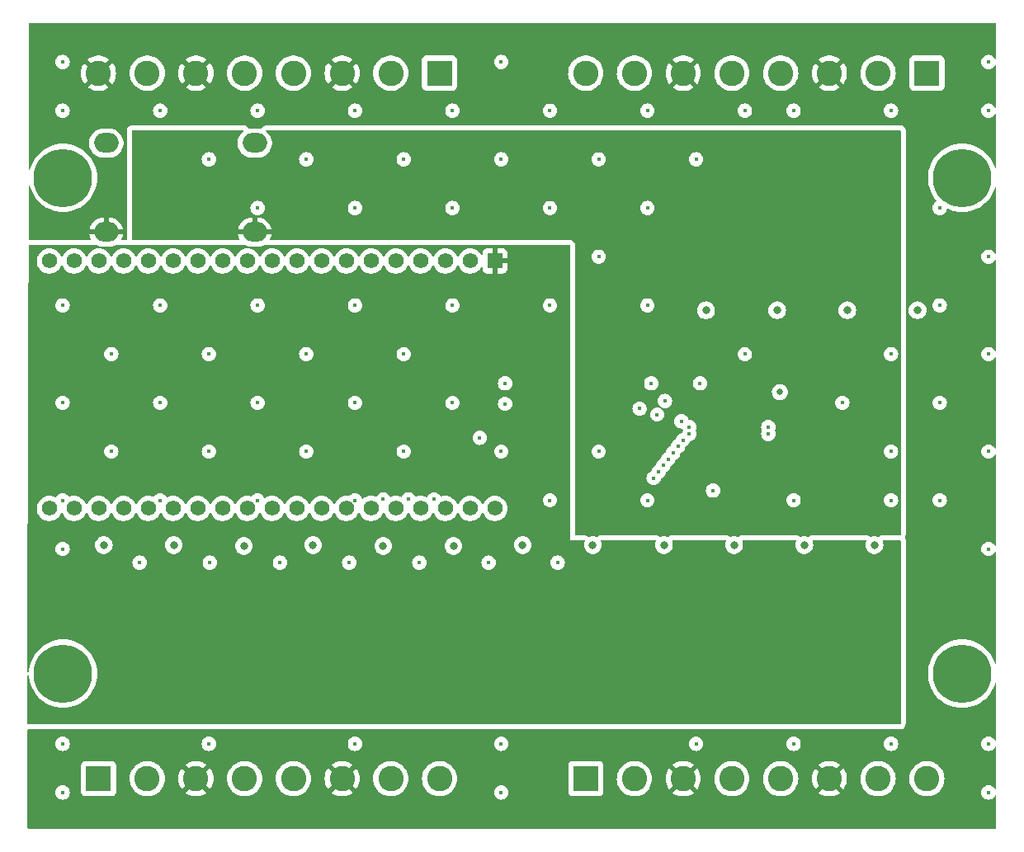
<source format=gbr>
%TF.GenerationSoftware,KiCad,Pcbnew,8.0.0*%
%TF.CreationDate,2024-05-11T13:18:48+02:00*%
%TF.ProjectId,led_stairs_controller,6c65645f-7374-4616-9972-735f636f6e74,V0.2*%
%TF.SameCoordinates,Original*%
%TF.FileFunction,Copper,L3,Inr*%
%TF.FilePolarity,Positive*%
%FSLAX46Y46*%
G04 Gerber Fmt 4.6, Leading zero omitted, Abs format (unit mm)*
G04 Created by KiCad (PCBNEW 8.0.0) date 2024-05-11 13:18:48*
%MOMM*%
%LPD*%
G01*
G04 APERTURE LIST*
%TA.AperFunction,ComponentPad*%
%ADD10R,1.560000X1.560000*%
%TD*%
%TA.AperFunction,ComponentPad*%
%ADD11C,1.560000*%
%TD*%
%TA.AperFunction,ComponentPad*%
%ADD12R,2.600000X2.600000*%
%TD*%
%TA.AperFunction,ComponentPad*%
%ADD13C,2.600000*%
%TD*%
%TA.AperFunction,ComponentPad*%
%ADD14C,6.000000*%
%TD*%
%TA.AperFunction,ComponentPad*%
%ADD15O,2.500000X2.000000*%
%TD*%
%TA.AperFunction,ViaPad*%
%ADD16C,0.800000*%
%TD*%
%TA.AperFunction,ViaPad*%
%ADD17C,0.450000*%
%TD*%
%TA.AperFunction,ViaPad*%
%ADD18C,0.650000*%
%TD*%
G04 APERTURE END LIST*
D10*
%TO.N,+3.3V*%
%TO.C,U2*%
X149360000Y-80437500D03*
D11*
%TO.N,Net-(U2-EN)*%
X146820000Y-80437500D03*
%TO.N,unconnected-(U2-VP-Pad3)*%
X144280000Y-80437500D03*
%TO.N,unconnected-(U2-VN-Pad4)*%
X141740000Y-80437500D03*
%TO.N,unconnected-(U2-34-Pad5)*%
X139200000Y-80437500D03*
%TO.N,unconnected-(U2-35-Pad6)*%
X136660000Y-80437500D03*
%TO.N,unconnected-(U2-32-Pad7)*%
X134120000Y-80437500D03*
%TO.N,unconnected-(U2-33-Pad8)*%
X131580000Y-80437500D03*
%TO.N,unconnected-(U2-25-Pad9)*%
X129040000Y-80437500D03*
%TO.N,unconnected-(U2-26-Pad10)*%
X126500000Y-80437500D03*
%TO.N,unconnected-(U2-27-Pad11)*%
X123960000Y-80437500D03*
%TO.N,unconnected-(U2-14-Pad12)*%
X121420000Y-80437500D03*
%TO.N,unconnected-(U2-12-Pad13)*%
X118880000Y-80437500D03*
%TO.N,GND*%
X116340000Y-80437500D03*
%TO.N,unconnected-(U2-13-Pad15)*%
X113800000Y-80437500D03*
%TO.N,unconnected-(U2-D2-Pad16)*%
X111260000Y-80437500D03*
%TO.N,unconnected-(U2-D3-Pad17)*%
X108720000Y-80437500D03*
%TO.N,unconnected-(U2-CMD-Pad18)*%
X106180000Y-80437500D03*
%TO.N,+5V*%
X103640000Y-80437500D03*
%TO.N,GND*%
X149360000Y-105837500D03*
%TO.N,/nOE*%
X146820000Y-105837500D03*
%TO.N,/SCL_L*%
X144280000Y-105837500D03*
%TO.N,unconnected-(U2-TX-Pad23)*%
X141740000Y-105837500D03*
%TO.N,unconnected-(U2-RX-Pad24)*%
X139200000Y-105837500D03*
%TO.N,/SDA_L*%
X136660000Y-105837500D03*
%TO.N,GND*%
X134120000Y-105837500D03*
%TO.N,unconnected-(U2-19-Pad27)*%
X131580000Y-105837500D03*
%TO.N,unconnected-(U2-18-Pad28)*%
X129040000Y-105837500D03*
%TO.N,unconnected-(U2-5-Pad29)*%
X126500000Y-105837500D03*
%TO.N,unconnected-(U2-17-Pad30)*%
X123960000Y-105837500D03*
%TO.N,unconnected-(U2-16-Pad31)*%
X121420000Y-105837500D03*
%TO.N,unconnected-(U2-4-Pad32)*%
X118880000Y-105837500D03*
%TO.N,unconnected-(U2-0-Pad33)*%
X116340000Y-105837500D03*
%TO.N,unconnected-(U2-2-Pad34)*%
X113800000Y-105837500D03*
%TO.N,unconnected-(U2-15-Pad35)*%
X111260000Y-105837500D03*
%TO.N,unconnected-(U2-D1-Pad36)*%
X108720000Y-105837500D03*
%TO.N,unconnected-(U2-D0-Pad37)*%
X106180000Y-105837500D03*
%TO.N,unconnected-(U2-CLK-Pad38)*%
X103640000Y-105837500D03*
%TD*%
D12*
%TO.N,/LED1_OUT*%
%TO.C,MOD1*%
X108675000Y-133580000D03*
D13*
%TO.N,/LED2_OUT*%
X113675000Y-133580000D03*
%TO.N,VBUS*%
X118675000Y-133580000D03*
%TO.N,/LED3_OUT*%
X123675000Y-133580000D03*
%TO.N,/LED4_OUT*%
X128675000Y-133580000D03*
%TO.N,VBUS*%
X133675000Y-133580000D03*
%TO.N,/LED5_OUT*%
X138675000Y-133580000D03*
%TO.N,/LED6_OUT*%
X143675000Y-133580000D03*
D12*
%TO.N,/LED7_OUT*%
X158675000Y-133580000D03*
D13*
%TO.N,/LED8_OUT*%
X163675000Y-133580000D03*
%TO.N,VBUS*%
X168675000Y-133580000D03*
%TO.N,/LED9_OUT*%
X173675000Y-133580000D03*
%TO.N,/LED10_OUT*%
X178675000Y-133580000D03*
%TO.N,VBUS*%
X183675000Y-133580000D03*
%TO.N,/LED11_OUT*%
X188675000Y-133580000D03*
%TO.N,/LED12_OUT*%
X193675000Y-133580000D03*
D12*
%TO.N,/LED13_OUT*%
X193675000Y-61160000D03*
D13*
%TO.N,/LED14_OUT*%
X188675000Y-61160000D03*
%TO.N,VBUS*%
X183675000Y-61160000D03*
%TO.N,/LED15_OUT*%
X178675000Y-61160000D03*
%TO.N,/LED16_OUT*%
X173675000Y-61160000D03*
%TO.N,VBUS*%
X168675000Y-61160000D03*
%TO.N,/LED17_OUT*%
X163675000Y-61160000D03*
%TO.N,/LED18_OUT*%
X158675000Y-61160000D03*
D12*
%TO.N,GND*%
X143675000Y-61160000D03*
D13*
%TO.N,unconnected-(MOD1-PadD2)*%
X138675000Y-61160000D03*
%TO.N,VBUS*%
X133675000Y-61160000D03*
%TO.N,GND*%
X128675000Y-61160000D03*
%TO.N,unconnected-(MOD1-PadD5)*%
X123675000Y-61160000D03*
%TO.N,VBUS*%
X118675000Y-61160000D03*
%TO.N,GND*%
X113675000Y-61160000D03*
%TO.N,VBUS*%
X108675000Y-61160000D03*
D14*
%TO.N,N/C*%
X105050000Y-71900000D03*
X197300000Y-71900000D03*
X105050000Y-122800000D03*
X197300000Y-122800000D03*
%TD*%
D15*
%TO.N,GND*%
%TO.C,U4*%
X109480000Y-68330000D03*
%TO.N,VBUS*%
X109480000Y-77470000D03*
%TO.N,GND*%
X124720000Y-68330000D03*
%TO.N,+5V*%
X124720000Y-77470000D03*
%TD*%
D16*
%TO.N,GND*%
X159400000Y-109600000D03*
X123600000Y-109700000D03*
D17*
X155000000Y-65000000D03*
X190000000Y-90000000D03*
X130000000Y-90000000D03*
X190000000Y-100000000D03*
X175000000Y-90000000D03*
X137900000Y-104900000D03*
X171742500Y-104000000D03*
X140000000Y-70000000D03*
X166800000Y-94800000D03*
X150000000Y-130000000D03*
X200000000Y-100000000D03*
X190000000Y-65000000D03*
X180000000Y-105000000D03*
X175000000Y-65000000D03*
X147800000Y-98600000D03*
X195000000Y-85000000D03*
X135000000Y-95000000D03*
X195000000Y-105000000D03*
X145000000Y-95000000D03*
X105000000Y-110000000D03*
X145000000Y-75000000D03*
X165000000Y-65000000D03*
X170400000Y-93000000D03*
D16*
X178320000Y-85500000D03*
X188300000Y-109600000D03*
D17*
X105000000Y-95000000D03*
X169300000Y-97500000D03*
X165000000Y-75000000D03*
X105000000Y-105000000D03*
D16*
X181100000Y-109600000D03*
D17*
X150400000Y-95100000D03*
X140000000Y-90000000D03*
X130000000Y-100000000D03*
D16*
X137900000Y-109700000D03*
D17*
X120000000Y-130000000D03*
X200000000Y-110000000D03*
X120000000Y-70000000D03*
X143107645Y-104905066D03*
D16*
X173900000Y-109600000D03*
D17*
X200000000Y-80000000D03*
D16*
X152200000Y-109600000D03*
D17*
X125000000Y-85000000D03*
X135000000Y-65000000D03*
X115000000Y-65000000D03*
X135000000Y-75000000D03*
X170000000Y-130000000D03*
X130000000Y-70000000D03*
X105000000Y-135000000D03*
D16*
X116400000Y-109600000D03*
D17*
X160000000Y-100000000D03*
D18*
X178600000Y-93900000D03*
D17*
X150400000Y-93000000D03*
X135000000Y-85000000D03*
D16*
X109220000Y-109600000D03*
D17*
X165400000Y-93000000D03*
X155000000Y-75000000D03*
X145000000Y-65000000D03*
X110000000Y-100000000D03*
X115000000Y-85000000D03*
X177400000Y-97500000D03*
X200000000Y-135000000D03*
X200000000Y-130000000D03*
D16*
X185520000Y-85500000D03*
D17*
X145000000Y-85000000D03*
X165000000Y-105000000D03*
X120000000Y-100000000D03*
X195000000Y-75000000D03*
X170000000Y-70000000D03*
X160000000Y-70000000D03*
X200000000Y-65000000D03*
X185000000Y-95000000D03*
X120000000Y-90000000D03*
X180000000Y-130000000D03*
X195000000Y-95000000D03*
X200000000Y-60000000D03*
X125000000Y-95000000D03*
D16*
X192720000Y-85500000D03*
D17*
X140000000Y-100000000D03*
X150000000Y-70000000D03*
X135000000Y-130000000D03*
D16*
X130700000Y-109600000D03*
D17*
X169300000Y-98200000D03*
X140500000Y-104900000D03*
X115000000Y-105000000D03*
X110000000Y-90000000D03*
X105000000Y-60000000D03*
D16*
X166700000Y-109600000D03*
D17*
X165000000Y-85000000D03*
X155000000Y-85000000D03*
X125000000Y-65000000D03*
X125000000Y-75000000D03*
X105000000Y-65000000D03*
X125000000Y-105000000D03*
X105000000Y-130000000D03*
X190000000Y-130000000D03*
X135000000Y-105000000D03*
X115000000Y-95000000D03*
X155000000Y-105000000D03*
X150000000Y-135000000D03*
X177400000Y-98200000D03*
X150000000Y-60000000D03*
X190000000Y-105000000D03*
D16*
X171020000Y-85500000D03*
D17*
X105000000Y-85000000D03*
D16*
X145100000Y-109700000D03*
D17*
X150000000Y-100000000D03*
X180000000Y-65000000D03*
X160000000Y-80000000D03*
X200000000Y-90000000D03*
%TO.N,+5V*%
X163900000Y-93700000D03*
D18*
X159000000Y-97400000D03*
X175400000Y-93900000D03*
X159000000Y-89000000D03*
D17*
X167900000Y-93700000D03*
X171900000Y-93700000D03*
%TO.N,/LED1*%
X168642500Y-98825000D03*
%TO.N,/LED7*%
X165642500Y-102725000D03*
%TO.N,/LED6*%
X166142500Y-102075000D03*
%TO.N,/LED5*%
X166642500Y-101425000D03*
%TO.N,/LED4*%
X167142500Y-100775000D03*
%TO.N,/LED3*%
X167642500Y-100125000D03*
%TO.N,/LED2*%
X168142500Y-99475000D03*
%TO.N,Net-(Q1-G)*%
X112900000Y-111400000D03*
%TO.N,Net-(Q2-G)*%
X120100000Y-111400000D03*
%TO.N,Net-(Q3-G)*%
X127300000Y-111400000D03*
%TO.N,Net-(Q4-G)*%
X134400000Y-111400000D03*
%TO.N,Net-(Q5-G)*%
X141600000Y-111400000D03*
%TO.N,Net-(Q6-G)*%
X148700000Y-111400000D03*
%TO.N,Net-(Q7-G)*%
X155800000Y-111400000D03*
%TO.N,/A0*%
X164200000Y-95600000D03*
%TO.N,/A1*%
X166000000Y-96200000D03*
%TO.N,/A2*%
X168500000Y-96900000D03*
D18*
%TO.N,+3.3V*%
X150700000Y-90700000D03*
X150800000Y-94200000D03*
X149700000Y-84000000D03*
%TD*%
%TA.AperFunction,Conductor*%
%TO.N,+3.3V*%
G36*
X108533344Y-78808065D02*
G01*
X108650937Y-78867982D01*
X108650939Y-78867982D01*
X108650940Y-78867983D01*
X108876748Y-78941353D01*
X108876754Y-78941354D01*
X108876759Y-78941356D01*
X109033105Y-78966118D01*
X109111277Y-78978500D01*
X109111278Y-78978500D01*
X109848723Y-78978500D01*
X109907351Y-78969214D01*
X110083241Y-78941356D01*
X110083248Y-78941353D01*
X110083251Y-78941353D01*
X110291292Y-78873756D01*
X110309063Y-78867982D01*
X110426655Y-78808065D01*
X110460250Y-78800000D01*
X123739750Y-78800000D01*
X123773344Y-78808065D01*
X123890937Y-78867982D01*
X123890939Y-78867982D01*
X123890940Y-78867983D01*
X124116748Y-78941353D01*
X124116754Y-78941354D01*
X124116759Y-78941356D01*
X124273105Y-78966118D01*
X124351277Y-78978500D01*
X124351278Y-78978500D01*
X125088723Y-78978500D01*
X125147351Y-78969214D01*
X125323241Y-78941356D01*
X125323248Y-78941353D01*
X125323251Y-78941353D01*
X125531292Y-78873756D01*
X125549063Y-78867982D01*
X125666655Y-78808065D01*
X125700250Y-78800000D01*
X157026000Y-78800000D01*
X157078326Y-78821674D01*
X157100000Y-78874000D01*
X157100000Y-109100000D01*
X152960370Y-109100000D01*
X152939042Y-109063058D01*
X152939039Y-109063055D01*
X152901293Y-109021134D01*
X152811253Y-108921134D01*
X152811252Y-108921133D01*
X152811250Y-108921131D01*
X152656758Y-108808885D01*
X152656751Y-108808881D01*
X152482289Y-108731206D01*
X152482287Y-108731205D01*
X152335192Y-108699939D01*
X152295487Y-108691500D01*
X152104513Y-108691500D01*
X152071768Y-108698460D01*
X151917712Y-108731205D01*
X151917710Y-108731206D01*
X151743248Y-108808881D01*
X151743241Y-108808885D01*
X151588749Y-108921131D01*
X151460960Y-109063055D01*
X151460957Y-109063058D01*
X151439629Y-109100000D01*
X145782264Y-109100000D01*
X145711253Y-109021134D01*
X145711252Y-109021133D01*
X145711250Y-109021131D01*
X145556758Y-108908885D01*
X145556751Y-108908881D01*
X145382289Y-108831206D01*
X145382287Y-108831205D01*
X145235192Y-108799939D01*
X145195487Y-108791500D01*
X145004513Y-108791500D01*
X144971768Y-108798460D01*
X144817712Y-108831205D01*
X144817710Y-108831206D01*
X144643248Y-108908881D01*
X144643241Y-108908885D01*
X144488749Y-109021131D01*
X144417735Y-109100000D01*
X138582264Y-109100000D01*
X138511253Y-109021134D01*
X138511252Y-109021133D01*
X138511250Y-109021131D01*
X138356758Y-108908885D01*
X138356751Y-108908881D01*
X138182289Y-108831206D01*
X138182287Y-108831205D01*
X138035192Y-108799939D01*
X137995487Y-108791500D01*
X137804513Y-108791500D01*
X137771768Y-108798460D01*
X137617712Y-108831205D01*
X137617710Y-108831206D01*
X137443248Y-108908881D01*
X137443241Y-108908885D01*
X137288749Y-109021131D01*
X137217735Y-109100000D01*
X131460370Y-109100000D01*
X131439042Y-109063058D01*
X131439039Y-109063055D01*
X131401293Y-109021134D01*
X131311253Y-108921134D01*
X131311252Y-108921133D01*
X131311250Y-108921131D01*
X131156758Y-108808885D01*
X131156751Y-108808881D01*
X130982289Y-108731206D01*
X130982287Y-108731205D01*
X130835192Y-108699939D01*
X130795487Y-108691500D01*
X130604513Y-108691500D01*
X130571768Y-108698460D01*
X130417712Y-108731205D01*
X130417710Y-108731206D01*
X130243248Y-108808881D01*
X130243241Y-108808885D01*
X130088749Y-108921131D01*
X129960960Y-109063055D01*
X129960957Y-109063058D01*
X129939629Y-109100000D01*
X124282264Y-109100000D01*
X124211253Y-109021134D01*
X124211252Y-109021133D01*
X124211250Y-109021131D01*
X124056758Y-108908885D01*
X124056751Y-108908881D01*
X123882289Y-108831206D01*
X123882287Y-108831205D01*
X123735192Y-108799939D01*
X123695487Y-108791500D01*
X123504513Y-108791500D01*
X123471768Y-108798460D01*
X123317712Y-108831205D01*
X123317710Y-108831206D01*
X123143248Y-108908881D01*
X123143241Y-108908885D01*
X122988749Y-109021131D01*
X122917735Y-109100000D01*
X117160370Y-109100000D01*
X117139042Y-109063058D01*
X117139039Y-109063055D01*
X117101293Y-109021134D01*
X117011253Y-108921134D01*
X117011252Y-108921133D01*
X117011250Y-108921131D01*
X116856758Y-108808885D01*
X116856751Y-108808881D01*
X116682289Y-108731206D01*
X116682287Y-108731205D01*
X116535192Y-108699939D01*
X116495487Y-108691500D01*
X116304513Y-108691500D01*
X116271768Y-108698460D01*
X116117712Y-108731205D01*
X116117710Y-108731206D01*
X115943248Y-108808881D01*
X115943241Y-108808885D01*
X115788749Y-108921131D01*
X115660960Y-109063055D01*
X115660957Y-109063058D01*
X115639629Y-109100000D01*
X109980370Y-109100000D01*
X109959042Y-109063058D01*
X109959039Y-109063055D01*
X109921293Y-109021134D01*
X109831253Y-108921134D01*
X109831252Y-108921133D01*
X109831250Y-108921131D01*
X109676758Y-108808885D01*
X109676751Y-108808881D01*
X109502289Y-108731206D01*
X109502287Y-108731205D01*
X109355192Y-108699939D01*
X109315487Y-108691500D01*
X109124513Y-108691500D01*
X109091768Y-108698460D01*
X108937712Y-108731205D01*
X108937710Y-108731206D01*
X108763248Y-108808881D01*
X108763241Y-108808885D01*
X108608749Y-108921131D01*
X108480960Y-109063055D01*
X108480957Y-109063058D01*
X108459629Y-109100000D01*
X101400000Y-109100000D01*
X101410767Y-105837505D01*
X102346578Y-105837505D01*
X102366227Y-106062096D01*
X102366228Y-106062103D01*
X102424578Y-106279868D01*
X102424580Y-106279872D01*
X102424581Y-106279876D01*
X102519864Y-106484211D01*
X102519866Y-106484213D01*
X102519867Y-106484216D01*
X102649181Y-106668896D01*
X102808604Y-106828319D01*
X102993289Y-106957636D01*
X103197624Y-107052919D01*
X103415400Y-107111272D01*
X103499625Y-107118640D01*
X103639995Y-107130922D01*
X103640000Y-107130922D01*
X103640005Y-107130922D01*
X103764777Y-107120005D01*
X103864600Y-107111272D01*
X104082376Y-107052919D01*
X104286711Y-106957636D01*
X104471396Y-106828319D01*
X104630819Y-106668896D01*
X104760136Y-106484211D01*
X104842934Y-106306650D01*
X104884691Y-106268388D01*
X104941274Y-106270858D01*
X104977065Y-106306649D01*
X105059864Y-106484211D01*
X105059866Y-106484213D01*
X105059867Y-106484216D01*
X105189181Y-106668896D01*
X105348604Y-106828319D01*
X105533289Y-106957636D01*
X105737624Y-107052919D01*
X105955400Y-107111272D01*
X106039625Y-107118640D01*
X106179995Y-107130922D01*
X106180000Y-107130922D01*
X106180005Y-107130922D01*
X106304777Y-107120005D01*
X106404600Y-107111272D01*
X106622376Y-107052919D01*
X106826711Y-106957636D01*
X107011396Y-106828319D01*
X107170819Y-106668896D01*
X107300136Y-106484211D01*
X107382934Y-106306650D01*
X107424691Y-106268388D01*
X107481274Y-106270858D01*
X107517065Y-106306649D01*
X107599864Y-106484211D01*
X107599866Y-106484213D01*
X107599867Y-106484216D01*
X107729181Y-106668896D01*
X107888604Y-106828319D01*
X108073289Y-106957636D01*
X108277624Y-107052919D01*
X108495400Y-107111272D01*
X108579625Y-107118640D01*
X108719995Y-107130922D01*
X108720000Y-107130922D01*
X108720005Y-107130922D01*
X108844777Y-107120005D01*
X108944600Y-107111272D01*
X109162376Y-107052919D01*
X109366711Y-106957636D01*
X109551396Y-106828319D01*
X109710819Y-106668896D01*
X109840136Y-106484211D01*
X109922934Y-106306650D01*
X109964691Y-106268388D01*
X110021274Y-106270858D01*
X110057065Y-106306649D01*
X110139864Y-106484211D01*
X110139866Y-106484213D01*
X110139867Y-106484216D01*
X110269181Y-106668896D01*
X110428604Y-106828319D01*
X110613289Y-106957636D01*
X110817624Y-107052919D01*
X111035400Y-107111272D01*
X111119625Y-107118640D01*
X111259995Y-107130922D01*
X111260000Y-107130922D01*
X111260005Y-107130922D01*
X111384777Y-107120005D01*
X111484600Y-107111272D01*
X111702376Y-107052919D01*
X111906711Y-106957636D01*
X112091396Y-106828319D01*
X112250819Y-106668896D01*
X112380136Y-106484211D01*
X112462934Y-106306650D01*
X112504691Y-106268388D01*
X112561274Y-106270858D01*
X112597065Y-106306649D01*
X112679864Y-106484211D01*
X112679866Y-106484213D01*
X112679867Y-106484216D01*
X112809181Y-106668896D01*
X112968604Y-106828319D01*
X113153289Y-106957636D01*
X113357624Y-107052919D01*
X113575400Y-107111272D01*
X113659625Y-107118640D01*
X113799995Y-107130922D01*
X113800000Y-107130922D01*
X113800005Y-107130922D01*
X113924777Y-107120005D01*
X114024600Y-107111272D01*
X114242376Y-107052919D01*
X114446711Y-106957636D01*
X114631396Y-106828319D01*
X114790819Y-106668896D01*
X114920136Y-106484211D01*
X115002934Y-106306650D01*
X115044691Y-106268388D01*
X115101274Y-106270858D01*
X115137065Y-106306649D01*
X115219864Y-106484211D01*
X115219866Y-106484213D01*
X115219867Y-106484216D01*
X115349181Y-106668896D01*
X115508604Y-106828319D01*
X115693289Y-106957636D01*
X115897624Y-107052919D01*
X116115400Y-107111272D01*
X116199625Y-107118640D01*
X116339995Y-107130922D01*
X116340000Y-107130922D01*
X116340005Y-107130922D01*
X116464777Y-107120005D01*
X116564600Y-107111272D01*
X116782376Y-107052919D01*
X116986711Y-106957636D01*
X117171396Y-106828319D01*
X117330819Y-106668896D01*
X117460136Y-106484211D01*
X117542934Y-106306650D01*
X117584691Y-106268388D01*
X117641274Y-106270858D01*
X117677065Y-106306649D01*
X117759864Y-106484211D01*
X117759866Y-106484213D01*
X117759867Y-106484216D01*
X117889181Y-106668896D01*
X118048604Y-106828319D01*
X118233289Y-106957636D01*
X118437624Y-107052919D01*
X118655400Y-107111272D01*
X118739625Y-107118640D01*
X118879995Y-107130922D01*
X118880000Y-107130922D01*
X118880005Y-107130922D01*
X119004777Y-107120005D01*
X119104600Y-107111272D01*
X119322376Y-107052919D01*
X119526711Y-106957636D01*
X119711396Y-106828319D01*
X119870819Y-106668896D01*
X120000136Y-106484211D01*
X120082934Y-106306650D01*
X120124691Y-106268388D01*
X120181274Y-106270858D01*
X120217065Y-106306649D01*
X120299864Y-106484211D01*
X120299866Y-106484213D01*
X120299867Y-106484216D01*
X120429181Y-106668896D01*
X120588604Y-106828319D01*
X120773289Y-106957636D01*
X120977624Y-107052919D01*
X121195400Y-107111272D01*
X121279625Y-107118640D01*
X121419995Y-107130922D01*
X121420000Y-107130922D01*
X121420005Y-107130922D01*
X121544777Y-107120005D01*
X121644600Y-107111272D01*
X121862376Y-107052919D01*
X122066711Y-106957636D01*
X122251396Y-106828319D01*
X122410819Y-106668896D01*
X122540136Y-106484211D01*
X122622934Y-106306650D01*
X122664691Y-106268388D01*
X122721274Y-106270858D01*
X122757065Y-106306649D01*
X122839864Y-106484211D01*
X122839866Y-106484213D01*
X122839867Y-106484216D01*
X122969181Y-106668896D01*
X123128604Y-106828319D01*
X123313289Y-106957636D01*
X123517624Y-107052919D01*
X123735400Y-107111272D01*
X123819625Y-107118640D01*
X123959995Y-107130922D01*
X123960000Y-107130922D01*
X123960005Y-107130922D01*
X124084777Y-107120005D01*
X124184600Y-107111272D01*
X124402376Y-107052919D01*
X124606711Y-106957636D01*
X124791396Y-106828319D01*
X124950819Y-106668896D01*
X125080136Y-106484211D01*
X125162934Y-106306650D01*
X125204691Y-106268388D01*
X125261274Y-106270858D01*
X125297065Y-106306649D01*
X125379864Y-106484211D01*
X125379866Y-106484213D01*
X125379867Y-106484216D01*
X125509181Y-106668896D01*
X125668604Y-106828319D01*
X125853289Y-106957636D01*
X126057624Y-107052919D01*
X126275400Y-107111272D01*
X126359625Y-107118640D01*
X126499995Y-107130922D01*
X126500000Y-107130922D01*
X126500005Y-107130922D01*
X126624777Y-107120005D01*
X126724600Y-107111272D01*
X126942376Y-107052919D01*
X127146711Y-106957636D01*
X127331396Y-106828319D01*
X127490819Y-106668896D01*
X127620136Y-106484211D01*
X127702934Y-106306650D01*
X127744691Y-106268388D01*
X127801274Y-106270858D01*
X127837065Y-106306649D01*
X127919864Y-106484211D01*
X127919866Y-106484213D01*
X127919867Y-106484216D01*
X128049181Y-106668896D01*
X128208604Y-106828319D01*
X128393289Y-106957636D01*
X128597624Y-107052919D01*
X128815400Y-107111272D01*
X128899625Y-107118640D01*
X129039995Y-107130922D01*
X129040000Y-107130922D01*
X129040005Y-107130922D01*
X129164777Y-107120005D01*
X129264600Y-107111272D01*
X129482376Y-107052919D01*
X129686711Y-106957636D01*
X129871396Y-106828319D01*
X130030819Y-106668896D01*
X130160136Y-106484211D01*
X130242934Y-106306650D01*
X130284691Y-106268388D01*
X130341274Y-106270858D01*
X130377065Y-106306649D01*
X130459864Y-106484211D01*
X130459866Y-106484213D01*
X130459867Y-106484216D01*
X130589181Y-106668896D01*
X130748604Y-106828319D01*
X130933289Y-106957636D01*
X131137624Y-107052919D01*
X131355400Y-107111272D01*
X131439625Y-107118640D01*
X131579995Y-107130922D01*
X131580000Y-107130922D01*
X131580005Y-107130922D01*
X131704777Y-107120005D01*
X131804600Y-107111272D01*
X132022376Y-107052919D01*
X132226711Y-106957636D01*
X132411396Y-106828319D01*
X132570819Y-106668896D01*
X132700136Y-106484211D01*
X132782934Y-106306650D01*
X132824691Y-106268388D01*
X132881274Y-106270858D01*
X132917065Y-106306649D01*
X132999864Y-106484211D01*
X132999866Y-106484213D01*
X132999867Y-106484216D01*
X133129181Y-106668896D01*
X133288604Y-106828319D01*
X133473289Y-106957636D01*
X133677624Y-107052919D01*
X133895400Y-107111272D01*
X133979625Y-107118640D01*
X134119995Y-107130922D01*
X134120000Y-107130922D01*
X134120005Y-107130922D01*
X134244777Y-107120005D01*
X134344600Y-107111272D01*
X134562376Y-107052919D01*
X134766711Y-106957636D01*
X134951396Y-106828319D01*
X135110819Y-106668896D01*
X135240136Y-106484211D01*
X135322934Y-106306650D01*
X135364691Y-106268388D01*
X135421274Y-106270858D01*
X135457065Y-106306649D01*
X135539864Y-106484211D01*
X135539866Y-106484213D01*
X135539867Y-106484216D01*
X135669181Y-106668896D01*
X135828604Y-106828319D01*
X136013289Y-106957636D01*
X136217624Y-107052919D01*
X136435400Y-107111272D01*
X136519625Y-107118640D01*
X136659995Y-107130922D01*
X136660000Y-107130922D01*
X136660005Y-107130922D01*
X136784777Y-107120005D01*
X136884600Y-107111272D01*
X137102376Y-107052919D01*
X137306711Y-106957636D01*
X137491396Y-106828319D01*
X137650819Y-106668896D01*
X137780136Y-106484211D01*
X137862934Y-106306650D01*
X137904691Y-106268388D01*
X137961274Y-106270858D01*
X137997065Y-106306649D01*
X138079864Y-106484211D01*
X138079866Y-106484213D01*
X138079867Y-106484216D01*
X138209181Y-106668896D01*
X138368604Y-106828319D01*
X138553289Y-106957636D01*
X138757624Y-107052919D01*
X138975400Y-107111272D01*
X139059625Y-107118640D01*
X139199995Y-107130922D01*
X139200000Y-107130922D01*
X139200005Y-107130922D01*
X139324777Y-107120005D01*
X139424600Y-107111272D01*
X139642376Y-107052919D01*
X139846711Y-106957636D01*
X140031396Y-106828319D01*
X140190819Y-106668896D01*
X140320136Y-106484211D01*
X140402934Y-106306650D01*
X140444691Y-106268388D01*
X140501274Y-106270858D01*
X140537065Y-106306649D01*
X140619864Y-106484211D01*
X140619866Y-106484213D01*
X140619867Y-106484216D01*
X140749181Y-106668896D01*
X140908604Y-106828319D01*
X141093289Y-106957636D01*
X141297624Y-107052919D01*
X141515400Y-107111272D01*
X141599625Y-107118640D01*
X141739995Y-107130922D01*
X141740000Y-107130922D01*
X141740005Y-107130922D01*
X141864777Y-107120005D01*
X141964600Y-107111272D01*
X142182376Y-107052919D01*
X142386711Y-106957636D01*
X142571396Y-106828319D01*
X142730819Y-106668896D01*
X142860136Y-106484211D01*
X142942934Y-106306650D01*
X142984691Y-106268388D01*
X143041274Y-106270858D01*
X143077065Y-106306649D01*
X143159864Y-106484211D01*
X143159866Y-106484213D01*
X143159867Y-106484216D01*
X143289181Y-106668896D01*
X143448604Y-106828319D01*
X143633289Y-106957636D01*
X143837624Y-107052919D01*
X144055400Y-107111272D01*
X144139625Y-107118640D01*
X144279995Y-107130922D01*
X144280000Y-107130922D01*
X144280005Y-107130922D01*
X144404777Y-107120005D01*
X144504600Y-107111272D01*
X144722376Y-107052919D01*
X144926711Y-106957636D01*
X145111396Y-106828319D01*
X145270819Y-106668896D01*
X145400136Y-106484211D01*
X145482934Y-106306650D01*
X145524691Y-106268388D01*
X145581274Y-106270858D01*
X145617065Y-106306649D01*
X145699864Y-106484211D01*
X145699866Y-106484213D01*
X145699867Y-106484216D01*
X145829181Y-106668896D01*
X145988604Y-106828319D01*
X146173289Y-106957636D01*
X146377624Y-107052919D01*
X146595400Y-107111272D01*
X146679625Y-107118640D01*
X146819995Y-107130922D01*
X146820000Y-107130922D01*
X146820005Y-107130922D01*
X146944777Y-107120005D01*
X147044600Y-107111272D01*
X147262376Y-107052919D01*
X147466711Y-106957636D01*
X147651396Y-106828319D01*
X147810819Y-106668896D01*
X147940136Y-106484211D01*
X148022934Y-106306650D01*
X148064691Y-106268388D01*
X148121274Y-106270858D01*
X148157065Y-106306649D01*
X148239864Y-106484211D01*
X148239866Y-106484213D01*
X148239867Y-106484216D01*
X148369181Y-106668896D01*
X148528604Y-106828319D01*
X148713289Y-106957636D01*
X148917624Y-107052919D01*
X149135400Y-107111272D01*
X149219625Y-107118640D01*
X149359995Y-107130922D01*
X149360000Y-107130922D01*
X149360005Y-107130922D01*
X149484777Y-107120005D01*
X149584600Y-107111272D01*
X149802376Y-107052919D01*
X150006711Y-106957636D01*
X150191396Y-106828319D01*
X150350819Y-106668896D01*
X150480136Y-106484211D01*
X150575419Y-106279876D01*
X150633772Y-106062100D01*
X150653422Y-105837500D01*
X150653422Y-105837494D01*
X150633772Y-105612903D01*
X150633771Y-105612896D01*
X150575421Y-105395131D01*
X150575420Y-105395130D01*
X150575419Y-105395124D01*
X150480136Y-105190789D01*
X150350819Y-105006104D01*
X150344715Y-105000000D01*
X154261859Y-105000000D01*
X154280366Y-105164252D01*
X154280368Y-105164260D01*
X154334957Y-105320267D01*
X154387659Y-105404141D01*
X154422898Y-105460223D01*
X154539777Y-105577102D01*
X154539779Y-105577103D01*
X154539780Y-105577104D01*
X154679732Y-105665042D01*
X154835739Y-105719631D01*
X154835748Y-105719634D01*
X155000000Y-105738141D01*
X155164252Y-105719634D01*
X155320267Y-105665042D01*
X155460223Y-105577102D01*
X155577102Y-105460223D01*
X155665042Y-105320267D01*
X155719634Y-105164252D01*
X155738141Y-105000000D01*
X155719634Y-104835748D01*
X155678211Y-104717367D01*
X155665042Y-104679732D01*
X155577104Y-104539780D01*
X155577103Y-104539779D01*
X155577102Y-104539777D01*
X155460223Y-104422898D01*
X155460220Y-104422896D01*
X155460219Y-104422895D01*
X155320267Y-104334957D01*
X155164260Y-104280368D01*
X155164252Y-104280366D01*
X155000000Y-104261859D01*
X154835747Y-104280366D01*
X154835739Y-104280368D01*
X154679732Y-104334957D01*
X154539780Y-104422895D01*
X154422895Y-104539780D01*
X154334957Y-104679732D01*
X154280368Y-104835739D01*
X154280366Y-104835747D01*
X154261859Y-105000000D01*
X150344715Y-105000000D01*
X150191396Y-104846681D01*
X150175769Y-104835739D01*
X150006716Y-104717367D01*
X150006713Y-104717366D01*
X150006711Y-104717364D01*
X149802376Y-104622081D01*
X149802372Y-104622080D01*
X149802368Y-104622078D01*
X149584603Y-104563728D01*
X149584596Y-104563727D01*
X149360005Y-104544078D01*
X149359995Y-104544078D01*
X149135403Y-104563727D01*
X149135396Y-104563728D01*
X148917631Y-104622078D01*
X148917624Y-104622080D01*
X148917624Y-104622081D01*
X148742560Y-104703715D01*
X148713283Y-104717367D01*
X148528603Y-104846681D01*
X148369181Y-105006103D01*
X148239867Y-105190783D01*
X148239864Y-105190788D01*
X148239864Y-105190789D01*
X148157067Y-105368348D01*
X148115309Y-105406611D01*
X148058726Y-105404141D01*
X148022933Y-105368348D01*
X147940136Y-105190789D01*
X147810819Y-105006104D01*
X147651396Y-104846681D01*
X147635769Y-104835739D01*
X147466716Y-104717367D01*
X147466713Y-104717366D01*
X147466711Y-104717364D01*
X147262376Y-104622081D01*
X147262372Y-104622080D01*
X147262368Y-104622078D01*
X147044603Y-104563728D01*
X147044596Y-104563727D01*
X146820005Y-104544078D01*
X146819995Y-104544078D01*
X146595403Y-104563727D01*
X146595396Y-104563728D01*
X146377631Y-104622078D01*
X146377624Y-104622080D01*
X146377624Y-104622081D01*
X146202560Y-104703715D01*
X146173283Y-104717367D01*
X145988603Y-104846681D01*
X145829181Y-105006103D01*
X145699867Y-105190783D01*
X145699864Y-105190788D01*
X145699864Y-105190789D01*
X145617067Y-105368348D01*
X145575309Y-105406611D01*
X145518726Y-105404141D01*
X145482933Y-105368348D01*
X145400136Y-105190789D01*
X145270819Y-105006104D01*
X145111396Y-104846681D01*
X145095769Y-104835739D01*
X144926716Y-104717367D01*
X144926713Y-104717366D01*
X144926711Y-104717364D01*
X144722376Y-104622081D01*
X144722372Y-104622080D01*
X144722368Y-104622078D01*
X144504603Y-104563728D01*
X144504596Y-104563727D01*
X144280005Y-104544078D01*
X144279995Y-104544078D01*
X144055404Y-104563726D01*
X143885046Y-104609374D01*
X143854847Y-104617465D01*
X143798695Y-104610073D01*
X143773037Y-104585357D01*
X143772687Y-104584801D01*
X143772687Y-104584799D01*
X143684747Y-104444843D01*
X143567868Y-104327964D01*
X143567865Y-104327962D01*
X143567864Y-104327961D01*
X143427912Y-104240023D01*
X143271905Y-104185434D01*
X143271897Y-104185432D01*
X143107645Y-104166925D01*
X142943392Y-104185432D01*
X142943384Y-104185434D01*
X142787377Y-104240023D01*
X142647425Y-104327961D01*
X142530540Y-104444846D01*
X142442602Y-104584798D01*
X142442601Y-104584801D01*
X142421890Y-104643989D01*
X142384150Y-104686220D01*
X142327602Y-104689395D01*
X142320773Y-104686616D01*
X142182376Y-104622081D01*
X142182372Y-104622080D01*
X142182368Y-104622078D01*
X141964603Y-104563728D01*
X141964596Y-104563727D01*
X141740005Y-104544078D01*
X141739995Y-104544078D01*
X141515403Y-104563727D01*
X141515396Y-104563728D01*
X141297627Y-104622079D01*
X141270491Y-104634733D01*
X141213907Y-104637201D01*
X141172151Y-104598937D01*
X141169372Y-104592106D01*
X141165043Y-104579736D01*
X141165042Y-104579733D01*
X141077104Y-104439780D01*
X141077103Y-104439779D01*
X141077102Y-104439777D01*
X140960223Y-104322898D01*
X140960220Y-104322896D01*
X140960219Y-104322895D01*
X140820267Y-104234957D01*
X140664260Y-104180368D01*
X140664252Y-104180366D01*
X140500000Y-104161859D01*
X140335747Y-104180366D01*
X140335739Y-104180368D01*
X140179732Y-104234957D01*
X140039780Y-104322895D01*
X139922895Y-104439780D01*
X139834957Y-104579732D01*
X139822211Y-104616160D01*
X139784471Y-104658391D01*
X139727923Y-104661566D01*
X139721091Y-104658786D01*
X139642374Y-104622080D01*
X139424603Y-104563728D01*
X139424596Y-104563727D01*
X139200005Y-104544078D01*
X139199995Y-104544078D01*
X138975403Y-104563727D01*
X138975396Y-104563728D01*
X138757625Y-104622080D01*
X138678908Y-104658786D01*
X138622325Y-104661256D01*
X138580568Y-104622992D01*
X138577792Y-104616173D01*
X138565042Y-104579733D01*
X138480287Y-104444846D01*
X138477104Y-104439780D01*
X138477103Y-104439779D01*
X138477102Y-104439777D01*
X138360223Y-104322898D01*
X138360220Y-104322896D01*
X138360219Y-104322895D01*
X138220267Y-104234957D01*
X138064260Y-104180368D01*
X138064252Y-104180366D01*
X137900000Y-104161859D01*
X137735747Y-104180366D01*
X137735739Y-104180368D01*
X137579732Y-104234957D01*
X137439780Y-104322895D01*
X137322895Y-104439780D01*
X137234958Y-104579732D01*
X137230626Y-104592110D01*
X137192883Y-104634339D01*
X137136335Y-104637511D01*
X137129508Y-104634732D01*
X137102377Y-104622081D01*
X137102375Y-104622080D01*
X136884603Y-104563728D01*
X136884596Y-104563727D01*
X136660005Y-104544078D01*
X136659995Y-104544078D01*
X136435403Y-104563727D01*
X136435396Y-104563728D01*
X136217631Y-104622078D01*
X136217624Y-104622080D01*
X136217624Y-104622081D01*
X136042560Y-104703715D01*
X136013283Y-104717367D01*
X135859577Y-104824993D01*
X135844220Y-104835747D01*
X135825958Y-104848534D01*
X135825150Y-104847380D01*
X135775319Y-104863070D01*
X135725092Y-104836897D01*
X135711952Y-104813794D01*
X135665042Y-104679733D01*
X135577104Y-104539780D01*
X135577103Y-104539779D01*
X135577102Y-104539777D01*
X135460223Y-104422898D01*
X135460220Y-104422896D01*
X135460219Y-104422895D01*
X135320267Y-104334957D01*
X135164260Y-104280368D01*
X135164252Y-104280366D01*
X135000000Y-104261859D01*
X134835747Y-104280366D01*
X134835739Y-104280368D01*
X134679732Y-104334957D01*
X134539780Y-104422895D01*
X134539777Y-104422897D01*
X134539777Y-104422898D01*
X134422898Y-104539777D01*
X134422896Y-104539779D01*
X134419960Y-104542716D01*
X134418809Y-104541565D01*
X134373983Y-104566316D01*
X134346582Y-104564258D01*
X134344605Y-104563728D01*
X134344596Y-104563727D01*
X134120005Y-104544078D01*
X134119995Y-104544078D01*
X133895403Y-104563727D01*
X133895396Y-104563728D01*
X133677631Y-104622078D01*
X133677624Y-104622080D01*
X133677624Y-104622081D01*
X133502560Y-104703715D01*
X133473283Y-104717367D01*
X133288603Y-104846681D01*
X133129181Y-105006103D01*
X132999867Y-105190783D01*
X132999864Y-105190788D01*
X132999864Y-105190789D01*
X132917067Y-105368348D01*
X132875309Y-105406611D01*
X132818726Y-105404141D01*
X132782933Y-105368348D01*
X132700136Y-105190789D01*
X132570819Y-105006104D01*
X132411396Y-104846681D01*
X132395769Y-104835739D01*
X132226716Y-104717367D01*
X132226713Y-104717366D01*
X132226711Y-104717364D01*
X132022376Y-104622081D01*
X132022372Y-104622080D01*
X132022368Y-104622078D01*
X131804603Y-104563728D01*
X131804596Y-104563727D01*
X131580005Y-104544078D01*
X131579995Y-104544078D01*
X131355403Y-104563727D01*
X131355396Y-104563728D01*
X131137631Y-104622078D01*
X131137624Y-104622080D01*
X131137624Y-104622081D01*
X130962560Y-104703715D01*
X130933283Y-104717367D01*
X130748603Y-104846681D01*
X130589181Y-105006103D01*
X130459867Y-105190783D01*
X130459864Y-105190788D01*
X130459864Y-105190789D01*
X130377067Y-105368348D01*
X130335309Y-105406611D01*
X130278726Y-105404141D01*
X130242933Y-105368348D01*
X130160136Y-105190789D01*
X130030819Y-105006104D01*
X129871396Y-104846681D01*
X129855769Y-104835739D01*
X129686716Y-104717367D01*
X129686713Y-104717366D01*
X129686711Y-104717364D01*
X129482376Y-104622081D01*
X129482372Y-104622080D01*
X129482368Y-104622078D01*
X129264603Y-104563728D01*
X129264596Y-104563727D01*
X129040005Y-104544078D01*
X129039995Y-104544078D01*
X128815403Y-104563727D01*
X128815396Y-104563728D01*
X128597631Y-104622078D01*
X128597624Y-104622080D01*
X128597624Y-104622081D01*
X128422560Y-104703715D01*
X128393283Y-104717367D01*
X128208603Y-104846681D01*
X128049181Y-105006103D01*
X127919867Y-105190783D01*
X127919864Y-105190788D01*
X127919864Y-105190789D01*
X127837067Y-105368348D01*
X127795309Y-105406611D01*
X127738726Y-105404141D01*
X127702933Y-105368348D01*
X127620136Y-105190789D01*
X127490819Y-105006104D01*
X127331396Y-104846681D01*
X127315769Y-104835739D01*
X127146716Y-104717367D01*
X127146713Y-104717366D01*
X127146711Y-104717364D01*
X126942376Y-104622081D01*
X126942372Y-104622080D01*
X126942368Y-104622078D01*
X126724603Y-104563728D01*
X126724596Y-104563727D01*
X126500005Y-104544078D01*
X126499995Y-104544078D01*
X126275403Y-104563727D01*
X126275396Y-104563728D01*
X126057631Y-104622078D01*
X126057624Y-104622080D01*
X126057624Y-104622081D01*
X126032660Y-104633722D01*
X125853284Y-104717366D01*
X125792689Y-104759795D01*
X125737394Y-104772053D01*
X125689627Y-104741621D01*
X125680399Y-104723621D01*
X125665042Y-104679733D01*
X125602207Y-104579732D01*
X125577104Y-104539780D01*
X125577103Y-104539779D01*
X125577102Y-104539777D01*
X125460223Y-104422898D01*
X125460220Y-104422896D01*
X125460219Y-104422895D01*
X125320267Y-104334957D01*
X125164260Y-104280368D01*
X125164252Y-104280366D01*
X125000000Y-104261859D01*
X124835747Y-104280366D01*
X124835739Y-104280368D01*
X124679732Y-104334957D01*
X124539780Y-104422895D01*
X124422895Y-104539780D01*
X124422894Y-104539782D01*
X124404734Y-104568683D01*
X124358543Y-104601457D01*
X124322925Y-104600791D01*
X124184596Y-104563727D01*
X123960005Y-104544078D01*
X123959995Y-104544078D01*
X123735403Y-104563727D01*
X123735396Y-104563728D01*
X123517631Y-104622078D01*
X123517624Y-104622080D01*
X123517624Y-104622081D01*
X123342560Y-104703715D01*
X123313283Y-104717367D01*
X123128603Y-104846681D01*
X122969181Y-105006103D01*
X122839867Y-105190783D01*
X122839864Y-105190788D01*
X122839864Y-105190789D01*
X122757067Y-105368348D01*
X122715309Y-105406611D01*
X122658726Y-105404141D01*
X122622933Y-105368348D01*
X122540136Y-105190789D01*
X122410819Y-105006104D01*
X122251396Y-104846681D01*
X122235769Y-104835739D01*
X122066716Y-104717367D01*
X122066713Y-104717366D01*
X122066711Y-104717364D01*
X121862376Y-104622081D01*
X121862372Y-104622080D01*
X121862368Y-104622078D01*
X121644603Y-104563728D01*
X121644596Y-104563727D01*
X121420005Y-104544078D01*
X121419995Y-104544078D01*
X121195403Y-104563727D01*
X121195396Y-104563728D01*
X120977631Y-104622078D01*
X120977624Y-104622080D01*
X120977624Y-104622081D01*
X120802560Y-104703715D01*
X120773283Y-104717367D01*
X120588603Y-104846681D01*
X120429181Y-105006103D01*
X120299867Y-105190783D01*
X120299864Y-105190788D01*
X120299864Y-105190789D01*
X120217067Y-105368348D01*
X120175309Y-105406611D01*
X120118726Y-105404141D01*
X120082933Y-105368348D01*
X120000136Y-105190789D01*
X119870819Y-105006104D01*
X119711396Y-104846681D01*
X119695769Y-104835739D01*
X119526716Y-104717367D01*
X119526713Y-104717366D01*
X119526711Y-104717364D01*
X119322376Y-104622081D01*
X119322372Y-104622080D01*
X119322368Y-104622078D01*
X119104603Y-104563728D01*
X119104596Y-104563727D01*
X118880005Y-104544078D01*
X118879995Y-104544078D01*
X118655403Y-104563727D01*
X118655396Y-104563728D01*
X118437631Y-104622078D01*
X118437624Y-104622080D01*
X118437624Y-104622081D01*
X118262560Y-104703715D01*
X118233283Y-104717367D01*
X118048603Y-104846681D01*
X117889181Y-105006103D01*
X117759867Y-105190783D01*
X117759864Y-105190788D01*
X117759864Y-105190789D01*
X117677067Y-105368348D01*
X117635309Y-105406611D01*
X117578726Y-105404141D01*
X117542933Y-105368348D01*
X117460136Y-105190789D01*
X117330819Y-105006104D01*
X117171396Y-104846681D01*
X117155769Y-104835739D01*
X116986716Y-104717367D01*
X116986713Y-104717366D01*
X116986711Y-104717364D01*
X116782376Y-104622081D01*
X116782372Y-104622080D01*
X116782368Y-104622078D01*
X116564603Y-104563728D01*
X116564596Y-104563727D01*
X116340005Y-104544078D01*
X116339995Y-104544078D01*
X116115403Y-104563727D01*
X116115396Y-104563728D01*
X115897631Y-104622078D01*
X115897624Y-104622080D01*
X115897624Y-104622081D01*
X115872660Y-104633722D01*
X115748917Y-104691424D01*
X115692333Y-104693894D01*
X115654985Y-104663727D01*
X115577104Y-104539780D01*
X115577103Y-104539779D01*
X115577102Y-104539777D01*
X115460223Y-104422898D01*
X115460220Y-104422896D01*
X115460219Y-104422895D01*
X115320267Y-104334957D01*
X115164260Y-104280368D01*
X115164252Y-104280366D01*
X115000000Y-104261859D01*
X114835747Y-104280366D01*
X114835739Y-104280368D01*
X114679732Y-104334957D01*
X114539780Y-104422895D01*
X114422897Y-104539778D01*
X114376738Y-104613238D01*
X114330546Y-104646012D01*
X114282808Y-104640934D01*
X114242375Y-104622080D01*
X114024604Y-104563728D01*
X114024596Y-104563727D01*
X113800005Y-104544078D01*
X113799995Y-104544078D01*
X113575403Y-104563727D01*
X113575396Y-104563728D01*
X113357631Y-104622078D01*
X113357624Y-104622080D01*
X113357624Y-104622081D01*
X113182560Y-104703715D01*
X113153283Y-104717367D01*
X112968603Y-104846681D01*
X112809181Y-105006103D01*
X112679867Y-105190783D01*
X112679864Y-105190788D01*
X112679864Y-105190789D01*
X112597067Y-105368348D01*
X112555309Y-105406611D01*
X112498726Y-105404141D01*
X112462933Y-105368348D01*
X112380136Y-105190789D01*
X112250819Y-105006104D01*
X112091396Y-104846681D01*
X112075769Y-104835739D01*
X111906716Y-104717367D01*
X111906713Y-104717366D01*
X111906711Y-104717364D01*
X111702376Y-104622081D01*
X111702372Y-104622080D01*
X111702368Y-104622078D01*
X111484603Y-104563728D01*
X111484596Y-104563727D01*
X111260005Y-104544078D01*
X111259995Y-104544078D01*
X111035403Y-104563727D01*
X111035396Y-104563728D01*
X110817631Y-104622078D01*
X110817624Y-104622080D01*
X110817624Y-104622081D01*
X110642560Y-104703715D01*
X110613283Y-104717367D01*
X110428603Y-104846681D01*
X110269181Y-105006103D01*
X110139867Y-105190783D01*
X110139864Y-105190788D01*
X110139864Y-105190789D01*
X110057067Y-105368348D01*
X110015309Y-105406611D01*
X109958726Y-105404141D01*
X109922933Y-105368348D01*
X109840136Y-105190789D01*
X109710819Y-105006104D01*
X109551396Y-104846681D01*
X109535769Y-104835739D01*
X109366716Y-104717367D01*
X109366713Y-104717366D01*
X109366711Y-104717364D01*
X109162376Y-104622081D01*
X109162372Y-104622080D01*
X109162368Y-104622078D01*
X108944603Y-104563728D01*
X108944596Y-104563727D01*
X108720005Y-104544078D01*
X108719995Y-104544078D01*
X108495403Y-104563727D01*
X108495396Y-104563728D01*
X108277631Y-104622078D01*
X108277624Y-104622080D01*
X108277624Y-104622081D01*
X108102560Y-104703715D01*
X108073283Y-104717367D01*
X107888603Y-104846681D01*
X107729181Y-105006103D01*
X107599867Y-105190783D01*
X107599864Y-105190788D01*
X107599864Y-105190789D01*
X107517067Y-105368348D01*
X107475309Y-105406611D01*
X107418726Y-105404141D01*
X107382933Y-105368348D01*
X107300136Y-105190789D01*
X107170819Y-105006104D01*
X107011396Y-104846681D01*
X106995769Y-104835739D01*
X106826716Y-104717367D01*
X106826713Y-104717366D01*
X106826711Y-104717364D01*
X106622376Y-104622081D01*
X106622372Y-104622080D01*
X106622368Y-104622078D01*
X106404603Y-104563728D01*
X106404596Y-104563727D01*
X106180005Y-104544078D01*
X106179995Y-104544078D01*
X105955403Y-104563727D01*
X105955396Y-104563728D01*
X105737624Y-104622080D01*
X105737622Y-104622081D01*
X105712658Y-104633722D01*
X105656075Y-104636192D01*
X105618728Y-104606025D01*
X105615439Y-104600791D01*
X105577102Y-104539777D01*
X105460223Y-104422898D01*
X105460220Y-104422896D01*
X105460219Y-104422895D01*
X105320267Y-104334957D01*
X105164260Y-104280368D01*
X105164252Y-104280366D01*
X105000000Y-104261859D01*
X104835747Y-104280366D01*
X104835739Y-104280368D01*
X104679732Y-104334957D01*
X104539780Y-104422895D01*
X104422895Y-104539780D01*
X104340483Y-104670940D01*
X104294292Y-104703715D01*
X104246551Y-104698637D01*
X104206009Y-104679732D01*
X104082376Y-104622081D01*
X104082372Y-104622080D01*
X104082368Y-104622078D01*
X103864603Y-104563728D01*
X103864596Y-104563727D01*
X103640005Y-104544078D01*
X103639995Y-104544078D01*
X103415403Y-104563727D01*
X103415396Y-104563728D01*
X103197631Y-104622078D01*
X103197624Y-104622080D01*
X103197624Y-104622081D01*
X103022560Y-104703715D01*
X102993283Y-104717367D01*
X102808603Y-104846681D01*
X102649181Y-105006103D01*
X102519867Y-105190783D01*
X102519864Y-105190788D01*
X102519864Y-105190789D01*
X102437067Y-105368348D01*
X102424583Y-105395120D01*
X102424578Y-105395131D01*
X102366228Y-105612896D01*
X102366227Y-105612903D01*
X102346578Y-105837494D01*
X102346578Y-105837505D01*
X101410767Y-105837505D01*
X101430033Y-100000000D01*
X109261859Y-100000000D01*
X109280366Y-100164252D01*
X109280368Y-100164260D01*
X109334957Y-100320267D01*
X109422895Y-100460219D01*
X109422898Y-100460223D01*
X109539777Y-100577102D01*
X109539779Y-100577103D01*
X109539780Y-100577104D01*
X109679732Y-100665042D01*
X109835739Y-100719631D01*
X109835748Y-100719634D01*
X110000000Y-100738141D01*
X110164252Y-100719634D01*
X110320267Y-100665042D01*
X110460223Y-100577102D01*
X110577102Y-100460223D01*
X110665042Y-100320267D01*
X110719634Y-100164252D01*
X110738141Y-100000000D01*
X119261859Y-100000000D01*
X119280366Y-100164252D01*
X119280368Y-100164260D01*
X119334957Y-100320267D01*
X119422895Y-100460219D01*
X119422898Y-100460223D01*
X119539777Y-100577102D01*
X119539779Y-100577103D01*
X119539780Y-100577104D01*
X119679732Y-100665042D01*
X119835739Y-100719631D01*
X119835748Y-100719634D01*
X120000000Y-100738141D01*
X120164252Y-100719634D01*
X120320267Y-100665042D01*
X120460223Y-100577102D01*
X120577102Y-100460223D01*
X120665042Y-100320267D01*
X120719634Y-100164252D01*
X120738141Y-100000000D01*
X129261859Y-100000000D01*
X129280366Y-100164252D01*
X129280368Y-100164260D01*
X129334957Y-100320267D01*
X129422895Y-100460219D01*
X129422898Y-100460223D01*
X129539777Y-100577102D01*
X129539779Y-100577103D01*
X129539780Y-100577104D01*
X129679732Y-100665042D01*
X129835739Y-100719631D01*
X129835748Y-100719634D01*
X130000000Y-100738141D01*
X130164252Y-100719634D01*
X130320267Y-100665042D01*
X130460223Y-100577102D01*
X130577102Y-100460223D01*
X130665042Y-100320267D01*
X130719634Y-100164252D01*
X130738141Y-100000000D01*
X139261859Y-100000000D01*
X139280366Y-100164252D01*
X139280368Y-100164260D01*
X139334957Y-100320267D01*
X139422895Y-100460219D01*
X139422898Y-100460223D01*
X139539777Y-100577102D01*
X139539779Y-100577103D01*
X139539780Y-100577104D01*
X139679732Y-100665042D01*
X139835739Y-100719631D01*
X139835748Y-100719634D01*
X140000000Y-100738141D01*
X140164252Y-100719634D01*
X140320267Y-100665042D01*
X140460223Y-100577102D01*
X140577102Y-100460223D01*
X140665042Y-100320267D01*
X140719634Y-100164252D01*
X140738141Y-100000000D01*
X149261859Y-100000000D01*
X149280366Y-100164252D01*
X149280368Y-100164260D01*
X149334957Y-100320267D01*
X149422895Y-100460219D01*
X149422898Y-100460223D01*
X149539777Y-100577102D01*
X149539779Y-100577103D01*
X149539780Y-100577104D01*
X149679732Y-100665042D01*
X149835739Y-100719631D01*
X149835748Y-100719634D01*
X150000000Y-100738141D01*
X150164252Y-100719634D01*
X150320267Y-100665042D01*
X150460223Y-100577102D01*
X150577102Y-100460223D01*
X150665042Y-100320267D01*
X150719634Y-100164252D01*
X150738141Y-100000000D01*
X150719634Y-99835748D01*
X150665042Y-99679733D01*
X150665042Y-99679732D01*
X150577104Y-99539780D01*
X150577103Y-99539779D01*
X150577102Y-99539777D01*
X150460223Y-99422898D01*
X150460220Y-99422896D01*
X150460219Y-99422895D01*
X150320267Y-99334957D01*
X150164260Y-99280368D01*
X150164252Y-99280366D01*
X150000000Y-99261859D01*
X149835747Y-99280366D01*
X149835739Y-99280368D01*
X149679732Y-99334957D01*
X149539780Y-99422895D01*
X149422895Y-99539780D01*
X149334957Y-99679732D01*
X149280368Y-99835739D01*
X149280366Y-99835747D01*
X149261859Y-100000000D01*
X140738141Y-100000000D01*
X140719634Y-99835748D01*
X140665042Y-99679733D01*
X140665042Y-99679732D01*
X140577104Y-99539780D01*
X140577103Y-99539779D01*
X140577102Y-99539777D01*
X140460223Y-99422898D01*
X140460220Y-99422896D01*
X140460219Y-99422895D01*
X140320267Y-99334957D01*
X140164260Y-99280368D01*
X140164252Y-99280366D01*
X140000000Y-99261859D01*
X139835747Y-99280366D01*
X139835739Y-99280368D01*
X139679732Y-99334957D01*
X139539780Y-99422895D01*
X139422895Y-99539780D01*
X139334957Y-99679732D01*
X139280368Y-99835739D01*
X139280366Y-99835747D01*
X139261859Y-100000000D01*
X130738141Y-100000000D01*
X130719634Y-99835748D01*
X130665042Y-99679733D01*
X130665042Y-99679732D01*
X130577104Y-99539780D01*
X130577103Y-99539779D01*
X130577102Y-99539777D01*
X130460223Y-99422898D01*
X130460220Y-99422896D01*
X130460219Y-99422895D01*
X130320267Y-99334957D01*
X130164260Y-99280368D01*
X130164252Y-99280366D01*
X130000000Y-99261859D01*
X129835747Y-99280366D01*
X129835739Y-99280368D01*
X129679732Y-99334957D01*
X129539780Y-99422895D01*
X129422895Y-99539780D01*
X129334957Y-99679732D01*
X129280368Y-99835739D01*
X129280366Y-99835747D01*
X129261859Y-100000000D01*
X120738141Y-100000000D01*
X120719634Y-99835748D01*
X120665042Y-99679733D01*
X120665042Y-99679732D01*
X120577104Y-99539780D01*
X120577103Y-99539779D01*
X120577102Y-99539777D01*
X120460223Y-99422898D01*
X120460220Y-99422896D01*
X120460219Y-99422895D01*
X120320267Y-99334957D01*
X120164260Y-99280368D01*
X120164252Y-99280366D01*
X120000000Y-99261859D01*
X119835747Y-99280366D01*
X119835739Y-99280368D01*
X119679732Y-99334957D01*
X119539780Y-99422895D01*
X119422895Y-99539780D01*
X119334957Y-99679732D01*
X119280368Y-99835739D01*
X119280366Y-99835747D01*
X119261859Y-100000000D01*
X110738141Y-100000000D01*
X110719634Y-99835748D01*
X110665042Y-99679733D01*
X110665042Y-99679732D01*
X110577104Y-99539780D01*
X110577103Y-99539779D01*
X110577102Y-99539777D01*
X110460223Y-99422898D01*
X110460220Y-99422896D01*
X110460219Y-99422895D01*
X110320267Y-99334957D01*
X110164260Y-99280368D01*
X110164252Y-99280366D01*
X110000000Y-99261859D01*
X109835747Y-99280366D01*
X109835739Y-99280368D01*
X109679732Y-99334957D01*
X109539780Y-99422895D01*
X109422895Y-99539780D01*
X109334957Y-99679732D01*
X109280368Y-99835739D01*
X109280366Y-99835747D01*
X109261859Y-100000000D01*
X101430033Y-100000000D01*
X101434654Y-98600000D01*
X147061859Y-98600000D01*
X147080366Y-98764252D01*
X147080368Y-98764260D01*
X147134957Y-98920267D01*
X147222895Y-99060219D01*
X147222898Y-99060223D01*
X147339777Y-99177102D01*
X147339779Y-99177103D01*
X147339780Y-99177104D01*
X147479732Y-99265042D01*
X147635739Y-99319631D01*
X147635748Y-99319634D01*
X147800000Y-99338141D01*
X147964252Y-99319634D01*
X148120267Y-99265042D01*
X148260223Y-99177102D01*
X148377102Y-99060223D01*
X148465042Y-98920267D01*
X148519634Y-98764252D01*
X148538141Y-98600000D01*
X148519634Y-98435748D01*
X148465042Y-98279733D01*
X148465042Y-98279732D01*
X148377104Y-98139780D01*
X148377103Y-98139779D01*
X148377102Y-98139777D01*
X148260223Y-98022898D01*
X148260220Y-98022896D01*
X148260219Y-98022895D01*
X148120267Y-97934957D01*
X147964260Y-97880368D01*
X147964252Y-97880366D01*
X147800000Y-97861859D01*
X147635747Y-97880366D01*
X147635739Y-97880368D01*
X147479732Y-97934957D01*
X147339780Y-98022895D01*
X147222895Y-98139780D01*
X147134957Y-98279732D01*
X147080368Y-98435739D01*
X147080366Y-98435747D01*
X147061859Y-98600000D01*
X101434654Y-98600000D01*
X101446535Y-95000000D01*
X104261859Y-95000000D01*
X104280366Y-95164252D01*
X104280368Y-95164260D01*
X104334957Y-95320267D01*
X104422895Y-95460219D01*
X104422898Y-95460223D01*
X104539777Y-95577102D01*
X104539779Y-95577103D01*
X104539780Y-95577104D01*
X104679732Y-95665042D01*
X104835739Y-95719631D01*
X104835748Y-95719634D01*
X105000000Y-95738141D01*
X105164252Y-95719634D01*
X105320267Y-95665042D01*
X105460223Y-95577102D01*
X105577102Y-95460223D01*
X105665042Y-95320267D01*
X105719634Y-95164252D01*
X105738141Y-95000000D01*
X114261859Y-95000000D01*
X114280366Y-95164252D01*
X114280368Y-95164260D01*
X114334957Y-95320267D01*
X114422895Y-95460219D01*
X114422898Y-95460223D01*
X114539777Y-95577102D01*
X114539779Y-95577103D01*
X114539780Y-95577104D01*
X114679732Y-95665042D01*
X114835739Y-95719631D01*
X114835748Y-95719634D01*
X115000000Y-95738141D01*
X115164252Y-95719634D01*
X115320267Y-95665042D01*
X115460223Y-95577102D01*
X115577102Y-95460223D01*
X115665042Y-95320267D01*
X115719634Y-95164252D01*
X115738141Y-95000000D01*
X124261859Y-95000000D01*
X124280366Y-95164252D01*
X124280368Y-95164260D01*
X124334957Y-95320267D01*
X124422895Y-95460219D01*
X124422898Y-95460223D01*
X124539777Y-95577102D01*
X124539779Y-95577103D01*
X124539780Y-95577104D01*
X124679732Y-95665042D01*
X124835739Y-95719631D01*
X124835748Y-95719634D01*
X125000000Y-95738141D01*
X125164252Y-95719634D01*
X125320267Y-95665042D01*
X125460223Y-95577102D01*
X125577102Y-95460223D01*
X125665042Y-95320267D01*
X125719634Y-95164252D01*
X125738141Y-95000000D01*
X134261859Y-95000000D01*
X134280366Y-95164252D01*
X134280368Y-95164260D01*
X134334957Y-95320267D01*
X134422895Y-95460219D01*
X134422898Y-95460223D01*
X134539777Y-95577102D01*
X134539779Y-95577103D01*
X134539780Y-95577104D01*
X134679732Y-95665042D01*
X134835739Y-95719631D01*
X134835748Y-95719634D01*
X135000000Y-95738141D01*
X135164252Y-95719634D01*
X135320267Y-95665042D01*
X135460223Y-95577102D01*
X135577102Y-95460223D01*
X135665042Y-95320267D01*
X135719634Y-95164252D01*
X135738141Y-95000000D01*
X144261859Y-95000000D01*
X144280366Y-95164252D01*
X144280368Y-95164260D01*
X144334957Y-95320267D01*
X144422895Y-95460219D01*
X144422898Y-95460223D01*
X144539777Y-95577102D01*
X144539779Y-95577103D01*
X144539780Y-95577104D01*
X144679732Y-95665042D01*
X144835739Y-95719631D01*
X144835748Y-95719634D01*
X145000000Y-95738141D01*
X145164252Y-95719634D01*
X145320267Y-95665042D01*
X145460223Y-95577102D01*
X145577102Y-95460223D01*
X145665042Y-95320267D01*
X145719634Y-95164252D01*
X145726874Y-95100000D01*
X149661859Y-95100000D01*
X149680366Y-95264252D01*
X149680368Y-95264260D01*
X149734957Y-95420267D01*
X149822895Y-95560219D01*
X149822898Y-95560223D01*
X149939777Y-95677102D01*
X149939779Y-95677103D01*
X149939780Y-95677104D01*
X150079732Y-95765042D01*
X150235739Y-95819631D01*
X150235748Y-95819634D01*
X150400000Y-95838141D01*
X150564252Y-95819634D01*
X150720267Y-95765042D01*
X150860223Y-95677102D01*
X150977102Y-95560223D01*
X151065042Y-95420267D01*
X151119634Y-95264252D01*
X151138141Y-95100000D01*
X151119634Y-94935748D01*
X151119631Y-94935739D01*
X151065042Y-94779732D01*
X150977104Y-94639780D01*
X150977103Y-94639779D01*
X150977102Y-94639777D01*
X150860223Y-94522898D01*
X150860220Y-94522896D01*
X150860219Y-94522895D01*
X150720267Y-94434957D01*
X150564260Y-94380368D01*
X150564252Y-94380366D01*
X150400000Y-94361859D01*
X150235747Y-94380366D01*
X150235739Y-94380368D01*
X150079732Y-94434957D01*
X149939780Y-94522895D01*
X149822895Y-94639780D01*
X149734957Y-94779732D01*
X149680368Y-94935739D01*
X149680366Y-94935747D01*
X149661859Y-95100000D01*
X145726874Y-95100000D01*
X145738141Y-95000000D01*
X145719634Y-94835748D01*
X145665042Y-94679733D01*
X145665042Y-94679732D01*
X145577104Y-94539780D01*
X145577103Y-94539779D01*
X145577102Y-94539777D01*
X145460223Y-94422898D01*
X145460220Y-94422896D01*
X145460219Y-94422895D01*
X145320267Y-94334957D01*
X145164260Y-94280368D01*
X145164252Y-94280366D01*
X145000000Y-94261859D01*
X144835747Y-94280366D01*
X144835739Y-94280368D01*
X144679732Y-94334957D01*
X144539780Y-94422895D01*
X144422895Y-94539780D01*
X144334957Y-94679732D01*
X144280368Y-94835739D01*
X144280366Y-94835747D01*
X144261859Y-95000000D01*
X135738141Y-95000000D01*
X135719634Y-94835748D01*
X135665042Y-94679733D01*
X135665042Y-94679732D01*
X135577104Y-94539780D01*
X135577103Y-94539779D01*
X135577102Y-94539777D01*
X135460223Y-94422898D01*
X135460220Y-94422896D01*
X135460219Y-94422895D01*
X135320267Y-94334957D01*
X135164260Y-94280368D01*
X135164252Y-94280366D01*
X135000000Y-94261859D01*
X134835747Y-94280366D01*
X134835739Y-94280368D01*
X134679732Y-94334957D01*
X134539780Y-94422895D01*
X134422895Y-94539780D01*
X134334957Y-94679732D01*
X134280368Y-94835739D01*
X134280366Y-94835747D01*
X134261859Y-95000000D01*
X125738141Y-95000000D01*
X125719634Y-94835748D01*
X125665042Y-94679733D01*
X125665042Y-94679732D01*
X125577104Y-94539780D01*
X125577103Y-94539779D01*
X125577102Y-94539777D01*
X125460223Y-94422898D01*
X125460220Y-94422896D01*
X125460219Y-94422895D01*
X125320267Y-94334957D01*
X125164260Y-94280368D01*
X125164252Y-94280366D01*
X125000000Y-94261859D01*
X124835747Y-94280366D01*
X124835739Y-94280368D01*
X124679732Y-94334957D01*
X124539780Y-94422895D01*
X124422895Y-94539780D01*
X124334957Y-94679732D01*
X124280368Y-94835739D01*
X124280366Y-94835747D01*
X124261859Y-95000000D01*
X115738141Y-95000000D01*
X115719634Y-94835748D01*
X115665042Y-94679733D01*
X115665042Y-94679732D01*
X115577104Y-94539780D01*
X115577103Y-94539779D01*
X115577102Y-94539777D01*
X115460223Y-94422898D01*
X115460220Y-94422896D01*
X115460219Y-94422895D01*
X115320267Y-94334957D01*
X115164260Y-94280368D01*
X115164252Y-94280366D01*
X115000000Y-94261859D01*
X114835747Y-94280366D01*
X114835739Y-94280368D01*
X114679732Y-94334957D01*
X114539780Y-94422895D01*
X114422895Y-94539780D01*
X114334957Y-94679732D01*
X114280368Y-94835739D01*
X114280366Y-94835747D01*
X114261859Y-95000000D01*
X105738141Y-95000000D01*
X105719634Y-94835748D01*
X105665042Y-94679733D01*
X105665042Y-94679732D01*
X105577104Y-94539780D01*
X105577103Y-94539779D01*
X105577102Y-94539777D01*
X105460223Y-94422898D01*
X105460220Y-94422896D01*
X105460219Y-94422895D01*
X105320267Y-94334957D01*
X105164260Y-94280368D01*
X105164252Y-94280366D01*
X105000000Y-94261859D01*
X104835747Y-94280366D01*
X104835739Y-94280368D01*
X104679732Y-94334957D01*
X104539780Y-94422895D01*
X104422895Y-94539780D01*
X104334957Y-94679732D01*
X104280368Y-94835739D01*
X104280366Y-94835747D01*
X104261859Y-95000000D01*
X101446535Y-95000000D01*
X101453136Y-93000000D01*
X149661859Y-93000000D01*
X149680366Y-93164252D01*
X149680368Y-93164260D01*
X149734957Y-93320267D01*
X149822895Y-93460219D01*
X149822898Y-93460223D01*
X149939777Y-93577102D01*
X149939779Y-93577103D01*
X149939780Y-93577104D01*
X150079732Y-93665042D01*
X150235739Y-93719631D01*
X150235748Y-93719634D01*
X150400000Y-93738141D01*
X150564252Y-93719634D01*
X150720267Y-93665042D01*
X150860223Y-93577102D01*
X150977102Y-93460223D01*
X151065042Y-93320267D01*
X151119634Y-93164252D01*
X151138141Y-93000000D01*
X151119634Y-92835748D01*
X151065042Y-92679733D01*
X151065042Y-92679732D01*
X150977104Y-92539780D01*
X150977103Y-92539779D01*
X150977102Y-92539777D01*
X150860223Y-92422898D01*
X150860220Y-92422896D01*
X150860219Y-92422895D01*
X150720267Y-92334957D01*
X150564260Y-92280368D01*
X150564252Y-92280366D01*
X150400000Y-92261859D01*
X150235747Y-92280366D01*
X150235739Y-92280368D01*
X150079732Y-92334957D01*
X149939780Y-92422895D01*
X149822895Y-92539780D01*
X149734957Y-92679732D01*
X149680368Y-92835739D01*
X149680366Y-92835747D01*
X149661859Y-93000000D01*
X101453136Y-93000000D01*
X101463037Y-90000000D01*
X109261859Y-90000000D01*
X109280366Y-90164252D01*
X109280368Y-90164260D01*
X109334957Y-90320267D01*
X109422895Y-90460219D01*
X109422898Y-90460223D01*
X109539777Y-90577102D01*
X109539779Y-90577103D01*
X109539780Y-90577104D01*
X109679732Y-90665042D01*
X109835739Y-90719631D01*
X109835748Y-90719634D01*
X110000000Y-90738141D01*
X110164252Y-90719634D01*
X110320267Y-90665042D01*
X110460223Y-90577102D01*
X110577102Y-90460223D01*
X110665042Y-90320267D01*
X110719634Y-90164252D01*
X110738141Y-90000000D01*
X119261859Y-90000000D01*
X119280366Y-90164252D01*
X119280368Y-90164260D01*
X119334957Y-90320267D01*
X119422895Y-90460219D01*
X119422898Y-90460223D01*
X119539777Y-90577102D01*
X119539779Y-90577103D01*
X119539780Y-90577104D01*
X119679732Y-90665042D01*
X119835739Y-90719631D01*
X119835748Y-90719634D01*
X120000000Y-90738141D01*
X120164252Y-90719634D01*
X120320267Y-90665042D01*
X120460223Y-90577102D01*
X120577102Y-90460223D01*
X120665042Y-90320267D01*
X120719634Y-90164252D01*
X120738141Y-90000000D01*
X129261859Y-90000000D01*
X129280366Y-90164252D01*
X129280368Y-90164260D01*
X129334957Y-90320267D01*
X129422895Y-90460219D01*
X129422898Y-90460223D01*
X129539777Y-90577102D01*
X129539779Y-90577103D01*
X129539780Y-90577104D01*
X129679732Y-90665042D01*
X129835739Y-90719631D01*
X129835748Y-90719634D01*
X130000000Y-90738141D01*
X130164252Y-90719634D01*
X130320267Y-90665042D01*
X130460223Y-90577102D01*
X130577102Y-90460223D01*
X130665042Y-90320267D01*
X130719634Y-90164252D01*
X130738141Y-90000000D01*
X139261859Y-90000000D01*
X139280366Y-90164252D01*
X139280368Y-90164260D01*
X139334957Y-90320267D01*
X139422895Y-90460219D01*
X139422898Y-90460223D01*
X139539777Y-90577102D01*
X139539779Y-90577103D01*
X139539780Y-90577104D01*
X139679732Y-90665042D01*
X139835739Y-90719631D01*
X139835748Y-90719634D01*
X140000000Y-90738141D01*
X140164252Y-90719634D01*
X140320267Y-90665042D01*
X140460223Y-90577102D01*
X140577102Y-90460223D01*
X140665042Y-90320267D01*
X140719634Y-90164252D01*
X140738141Y-90000000D01*
X140719634Y-89835748D01*
X140665042Y-89679733D01*
X140665042Y-89679732D01*
X140577104Y-89539780D01*
X140577103Y-89539779D01*
X140577102Y-89539777D01*
X140460223Y-89422898D01*
X140460220Y-89422896D01*
X140460219Y-89422895D01*
X140320267Y-89334957D01*
X140164260Y-89280368D01*
X140164252Y-89280366D01*
X140000000Y-89261859D01*
X139835747Y-89280366D01*
X139835739Y-89280368D01*
X139679732Y-89334957D01*
X139539780Y-89422895D01*
X139422895Y-89539780D01*
X139334957Y-89679732D01*
X139280368Y-89835739D01*
X139280366Y-89835747D01*
X139261859Y-90000000D01*
X130738141Y-90000000D01*
X130719634Y-89835748D01*
X130665042Y-89679733D01*
X130665042Y-89679732D01*
X130577104Y-89539780D01*
X130577103Y-89539779D01*
X130577102Y-89539777D01*
X130460223Y-89422898D01*
X130460220Y-89422896D01*
X130460219Y-89422895D01*
X130320267Y-89334957D01*
X130164260Y-89280368D01*
X130164252Y-89280366D01*
X130000000Y-89261859D01*
X129835747Y-89280366D01*
X129835739Y-89280368D01*
X129679732Y-89334957D01*
X129539780Y-89422895D01*
X129422895Y-89539780D01*
X129334957Y-89679732D01*
X129280368Y-89835739D01*
X129280366Y-89835747D01*
X129261859Y-90000000D01*
X120738141Y-90000000D01*
X120719634Y-89835748D01*
X120665042Y-89679733D01*
X120665042Y-89679732D01*
X120577104Y-89539780D01*
X120577103Y-89539779D01*
X120577102Y-89539777D01*
X120460223Y-89422898D01*
X120460220Y-89422896D01*
X120460219Y-89422895D01*
X120320267Y-89334957D01*
X120164260Y-89280368D01*
X120164252Y-89280366D01*
X120000000Y-89261859D01*
X119835747Y-89280366D01*
X119835739Y-89280368D01*
X119679732Y-89334957D01*
X119539780Y-89422895D01*
X119422895Y-89539780D01*
X119334957Y-89679732D01*
X119280368Y-89835739D01*
X119280366Y-89835747D01*
X119261859Y-90000000D01*
X110738141Y-90000000D01*
X110719634Y-89835748D01*
X110665042Y-89679733D01*
X110665042Y-89679732D01*
X110577104Y-89539780D01*
X110577103Y-89539779D01*
X110577102Y-89539777D01*
X110460223Y-89422898D01*
X110460220Y-89422896D01*
X110460219Y-89422895D01*
X110320267Y-89334957D01*
X110164260Y-89280368D01*
X110164252Y-89280366D01*
X110000000Y-89261859D01*
X109835747Y-89280366D01*
X109835739Y-89280368D01*
X109679732Y-89334957D01*
X109539780Y-89422895D01*
X109422895Y-89539780D01*
X109334957Y-89679732D01*
X109280368Y-89835739D01*
X109280366Y-89835747D01*
X109261859Y-90000000D01*
X101463037Y-90000000D01*
X101479538Y-85000000D01*
X104261859Y-85000000D01*
X104280366Y-85164252D01*
X104280368Y-85164260D01*
X104334957Y-85320267D01*
X104422895Y-85460219D01*
X104422898Y-85460223D01*
X104539777Y-85577102D01*
X104539779Y-85577103D01*
X104539780Y-85577104D01*
X104679732Y-85665042D01*
X104835739Y-85719631D01*
X104835748Y-85719634D01*
X105000000Y-85738141D01*
X105164252Y-85719634D01*
X105320267Y-85665042D01*
X105460223Y-85577102D01*
X105577102Y-85460223D01*
X105665042Y-85320267D01*
X105719634Y-85164252D01*
X105738141Y-85000000D01*
X114261859Y-85000000D01*
X114280366Y-85164252D01*
X114280368Y-85164260D01*
X114334957Y-85320267D01*
X114422895Y-85460219D01*
X114422898Y-85460223D01*
X114539777Y-85577102D01*
X114539779Y-85577103D01*
X114539780Y-85577104D01*
X114679732Y-85665042D01*
X114835739Y-85719631D01*
X114835748Y-85719634D01*
X115000000Y-85738141D01*
X115164252Y-85719634D01*
X115320267Y-85665042D01*
X115460223Y-85577102D01*
X115577102Y-85460223D01*
X115665042Y-85320267D01*
X115719634Y-85164252D01*
X115738141Y-85000000D01*
X124261859Y-85000000D01*
X124280366Y-85164252D01*
X124280368Y-85164260D01*
X124334957Y-85320267D01*
X124422895Y-85460219D01*
X124422898Y-85460223D01*
X124539777Y-85577102D01*
X124539779Y-85577103D01*
X124539780Y-85577104D01*
X124679732Y-85665042D01*
X124835739Y-85719631D01*
X124835748Y-85719634D01*
X125000000Y-85738141D01*
X125164252Y-85719634D01*
X125320267Y-85665042D01*
X125460223Y-85577102D01*
X125577102Y-85460223D01*
X125665042Y-85320267D01*
X125719634Y-85164252D01*
X125738141Y-85000000D01*
X134261859Y-85000000D01*
X134280366Y-85164252D01*
X134280368Y-85164260D01*
X134334957Y-85320267D01*
X134422895Y-85460219D01*
X134422898Y-85460223D01*
X134539777Y-85577102D01*
X134539779Y-85577103D01*
X134539780Y-85577104D01*
X134679732Y-85665042D01*
X134835739Y-85719631D01*
X134835748Y-85719634D01*
X135000000Y-85738141D01*
X135164252Y-85719634D01*
X135320267Y-85665042D01*
X135460223Y-85577102D01*
X135577102Y-85460223D01*
X135665042Y-85320267D01*
X135719634Y-85164252D01*
X135738141Y-85000000D01*
X144261859Y-85000000D01*
X144280366Y-85164252D01*
X144280368Y-85164260D01*
X144334957Y-85320267D01*
X144422895Y-85460219D01*
X144422898Y-85460223D01*
X144539777Y-85577102D01*
X144539779Y-85577103D01*
X144539780Y-85577104D01*
X144679732Y-85665042D01*
X144835739Y-85719631D01*
X144835748Y-85719634D01*
X145000000Y-85738141D01*
X145164252Y-85719634D01*
X145320267Y-85665042D01*
X145460223Y-85577102D01*
X145577102Y-85460223D01*
X145665042Y-85320267D01*
X145719634Y-85164252D01*
X145738141Y-85000000D01*
X154261859Y-85000000D01*
X154280366Y-85164252D01*
X154280368Y-85164260D01*
X154334957Y-85320267D01*
X154422895Y-85460219D01*
X154422898Y-85460223D01*
X154539777Y-85577102D01*
X154539779Y-85577103D01*
X154539780Y-85577104D01*
X154679732Y-85665042D01*
X154835739Y-85719631D01*
X154835748Y-85719634D01*
X155000000Y-85738141D01*
X155164252Y-85719634D01*
X155320267Y-85665042D01*
X155460223Y-85577102D01*
X155577102Y-85460223D01*
X155665042Y-85320267D01*
X155719634Y-85164252D01*
X155738141Y-85000000D01*
X155719634Y-84835748D01*
X155665042Y-84679733D01*
X155665042Y-84679732D01*
X155577104Y-84539780D01*
X155577103Y-84539779D01*
X155577102Y-84539777D01*
X155460223Y-84422898D01*
X155460220Y-84422896D01*
X155460219Y-84422895D01*
X155320267Y-84334957D01*
X155164260Y-84280368D01*
X155164252Y-84280366D01*
X155000000Y-84261859D01*
X154835747Y-84280366D01*
X154835739Y-84280368D01*
X154679732Y-84334957D01*
X154539780Y-84422895D01*
X154422895Y-84539780D01*
X154334957Y-84679732D01*
X154280368Y-84835739D01*
X154280366Y-84835747D01*
X154261859Y-85000000D01*
X145738141Y-85000000D01*
X145719634Y-84835748D01*
X145665042Y-84679733D01*
X145665042Y-84679732D01*
X145577104Y-84539780D01*
X145577103Y-84539779D01*
X145577102Y-84539777D01*
X145460223Y-84422898D01*
X145460220Y-84422896D01*
X145460219Y-84422895D01*
X145320267Y-84334957D01*
X145164260Y-84280368D01*
X145164252Y-84280366D01*
X145000000Y-84261859D01*
X144835747Y-84280366D01*
X144835739Y-84280368D01*
X144679732Y-84334957D01*
X144539780Y-84422895D01*
X144422895Y-84539780D01*
X144334957Y-84679732D01*
X144280368Y-84835739D01*
X144280366Y-84835747D01*
X144261859Y-85000000D01*
X135738141Y-85000000D01*
X135719634Y-84835748D01*
X135665042Y-84679733D01*
X135665042Y-84679732D01*
X135577104Y-84539780D01*
X135577103Y-84539779D01*
X135577102Y-84539777D01*
X135460223Y-84422898D01*
X135460220Y-84422896D01*
X135460219Y-84422895D01*
X135320267Y-84334957D01*
X135164260Y-84280368D01*
X135164252Y-84280366D01*
X135000000Y-84261859D01*
X134835747Y-84280366D01*
X134835739Y-84280368D01*
X134679732Y-84334957D01*
X134539780Y-84422895D01*
X134422895Y-84539780D01*
X134334957Y-84679732D01*
X134280368Y-84835739D01*
X134280366Y-84835747D01*
X134261859Y-85000000D01*
X125738141Y-85000000D01*
X125719634Y-84835748D01*
X125665042Y-84679733D01*
X125665042Y-84679732D01*
X125577104Y-84539780D01*
X125577103Y-84539779D01*
X125577102Y-84539777D01*
X125460223Y-84422898D01*
X125460220Y-84422896D01*
X125460219Y-84422895D01*
X125320267Y-84334957D01*
X125164260Y-84280368D01*
X125164252Y-84280366D01*
X125000000Y-84261859D01*
X124835747Y-84280366D01*
X124835739Y-84280368D01*
X124679732Y-84334957D01*
X124539780Y-84422895D01*
X124422895Y-84539780D01*
X124334957Y-84679732D01*
X124280368Y-84835739D01*
X124280366Y-84835747D01*
X124261859Y-85000000D01*
X115738141Y-85000000D01*
X115719634Y-84835748D01*
X115665042Y-84679733D01*
X115665042Y-84679732D01*
X115577104Y-84539780D01*
X115577103Y-84539779D01*
X115577102Y-84539777D01*
X115460223Y-84422898D01*
X115460220Y-84422896D01*
X115460219Y-84422895D01*
X115320267Y-84334957D01*
X115164260Y-84280368D01*
X115164252Y-84280366D01*
X115000000Y-84261859D01*
X114835747Y-84280366D01*
X114835739Y-84280368D01*
X114679732Y-84334957D01*
X114539780Y-84422895D01*
X114422895Y-84539780D01*
X114334957Y-84679732D01*
X114280368Y-84835739D01*
X114280366Y-84835747D01*
X114261859Y-85000000D01*
X105738141Y-85000000D01*
X105719634Y-84835748D01*
X105665042Y-84679733D01*
X105665042Y-84679732D01*
X105577104Y-84539780D01*
X105577103Y-84539779D01*
X105577102Y-84539777D01*
X105460223Y-84422898D01*
X105460220Y-84422896D01*
X105460219Y-84422895D01*
X105320267Y-84334957D01*
X105164260Y-84280368D01*
X105164252Y-84280366D01*
X105000000Y-84261859D01*
X104835747Y-84280366D01*
X104835739Y-84280368D01*
X104679732Y-84334957D01*
X104539780Y-84422895D01*
X104422895Y-84539780D01*
X104334957Y-84679732D01*
X104280368Y-84835739D01*
X104280366Y-84835747D01*
X104261859Y-85000000D01*
X101479538Y-85000000D01*
X101494596Y-80437505D01*
X102346578Y-80437505D01*
X102366227Y-80662096D01*
X102366228Y-80662103D01*
X102424578Y-80879868D01*
X102424580Y-80879872D01*
X102424581Y-80879876D01*
X102519864Y-81084211D01*
X102519866Y-81084213D01*
X102519867Y-81084216D01*
X102525822Y-81092720D01*
X102649181Y-81268896D01*
X102808604Y-81428319D01*
X102993289Y-81557636D01*
X103197624Y-81652919D01*
X103197630Y-81652920D01*
X103197631Y-81652921D01*
X103414743Y-81711096D01*
X103415400Y-81711272D01*
X103499625Y-81718640D01*
X103639995Y-81730922D01*
X103640000Y-81730922D01*
X103640005Y-81730922D01*
X103764777Y-81720005D01*
X103864600Y-81711272D01*
X104082376Y-81652919D01*
X104286711Y-81557636D01*
X104471396Y-81428319D01*
X104630819Y-81268896D01*
X104760136Y-81084211D01*
X104842934Y-80906650D01*
X104884691Y-80868388D01*
X104941274Y-80870858D01*
X104977065Y-80906649D01*
X105059864Y-81084211D01*
X105059866Y-81084213D01*
X105059867Y-81084216D01*
X105065822Y-81092720D01*
X105189181Y-81268896D01*
X105348604Y-81428319D01*
X105533289Y-81557636D01*
X105737624Y-81652919D01*
X105737630Y-81652920D01*
X105737631Y-81652921D01*
X105954743Y-81711096D01*
X105955400Y-81711272D01*
X106039625Y-81718640D01*
X106179995Y-81730922D01*
X106180000Y-81730922D01*
X106180005Y-81730922D01*
X106304777Y-81720005D01*
X106404600Y-81711272D01*
X106622376Y-81652919D01*
X106826711Y-81557636D01*
X107011396Y-81428319D01*
X107170819Y-81268896D01*
X107300136Y-81084211D01*
X107382934Y-80906650D01*
X107424691Y-80868388D01*
X107481274Y-80870858D01*
X107517065Y-80906649D01*
X107599864Y-81084211D01*
X107599866Y-81084213D01*
X107599867Y-81084216D01*
X107605822Y-81092720D01*
X107729181Y-81268896D01*
X107888604Y-81428319D01*
X108073289Y-81557636D01*
X108277624Y-81652919D01*
X108277630Y-81652920D01*
X108277631Y-81652921D01*
X108494743Y-81711096D01*
X108495400Y-81711272D01*
X108579625Y-81718640D01*
X108719995Y-81730922D01*
X108720000Y-81730922D01*
X108720005Y-81730922D01*
X108844777Y-81720005D01*
X108944600Y-81711272D01*
X109162376Y-81652919D01*
X109366711Y-81557636D01*
X109551396Y-81428319D01*
X109710819Y-81268896D01*
X109840136Y-81084211D01*
X109922934Y-80906650D01*
X109964691Y-80868388D01*
X110021274Y-80870858D01*
X110057065Y-80906649D01*
X110139864Y-81084211D01*
X110139866Y-81084213D01*
X110139867Y-81084216D01*
X110145822Y-81092720D01*
X110269181Y-81268896D01*
X110428604Y-81428319D01*
X110613289Y-81557636D01*
X110817624Y-81652919D01*
X110817630Y-81652920D01*
X110817631Y-81652921D01*
X111034743Y-81711096D01*
X111035400Y-81711272D01*
X111119625Y-81718640D01*
X111259995Y-81730922D01*
X111260000Y-81730922D01*
X111260005Y-81730922D01*
X111384777Y-81720005D01*
X111484600Y-81711272D01*
X111702376Y-81652919D01*
X111906711Y-81557636D01*
X112091396Y-81428319D01*
X112250819Y-81268896D01*
X112380136Y-81084211D01*
X112462934Y-80906650D01*
X112504691Y-80868388D01*
X112561274Y-80870858D01*
X112597065Y-80906649D01*
X112679864Y-81084211D01*
X112679866Y-81084213D01*
X112679867Y-81084216D01*
X112685822Y-81092720D01*
X112809181Y-81268896D01*
X112968604Y-81428319D01*
X113153289Y-81557636D01*
X113357624Y-81652919D01*
X113357630Y-81652920D01*
X113357631Y-81652921D01*
X113574743Y-81711096D01*
X113575400Y-81711272D01*
X113659625Y-81718640D01*
X113799995Y-81730922D01*
X113800000Y-81730922D01*
X113800005Y-81730922D01*
X113924777Y-81720005D01*
X114024600Y-81711272D01*
X114242376Y-81652919D01*
X114446711Y-81557636D01*
X114631396Y-81428319D01*
X114790819Y-81268896D01*
X114920136Y-81084211D01*
X115002934Y-80906650D01*
X115044691Y-80868388D01*
X115101274Y-80870858D01*
X115137065Y-80906649D01*
X115219864Y-81084211D01*
X115219866Y-81084213D01*
X115219867Y-81084216D01*
X115225822Y-81092720D01*
X115349181Y-81268896D01*
X115508604Y-81428319D01*
X115693289Y-81557636D01*
X115897624Y-81652919D01*
X115897630Y-81652920D01*
X115897631Y-81652921D01*
X116114743Y-81711096D01*
X116115400Y-81711272D01*
X116199625Y-81718640D01*
X116339995Y-81730922D01*
X116340000Y-81730922D01*
X116340005Y-81730922D01*
X116464777Y-81720005D01*
X116564600Y-81711272D01*
X116782376Y-81652919D01*
X116986711Y-81557636D01*
X117171396Y-81428319D01*
X117330819Y-81268896D01*
X117460136Y-81084211D01*
X117542934Y-80906650D01*
X117584691Y-80868388D01*
X117641274Y-80870858D01*
X117677065Y-80906649D01*
X117759864Y-81084211D01*
X117759866Y-81084213D01*
X117759867Y-81084216D01*
X117765822Y-81092720D01*
X117889181Y-81268896D01*
X118048604Y-81428319D01*
X118233289Y-81557636D01*
X118437624Y-81652919D01*
X118437630Y-81652920D01*
X118437631Y-81652921D01*
X118654743Y-81711096D01*
X118655400Y-81711272D01*
X118739625Y-81718640D01*
X118879995Y-81730922D01*
X118880000Y-81730922D01*
X118880005Y-81730922D01*
X119004777Y-81720005D01*
X119104600Y-81711272D01*
X119322376Y-81652919D01*
X119526711Y-81557636D01*
X119711396Y-81428319D01*
X119870819Y-81268896D01*
X120000136Y-81084211D01*
X120082934Y-80906650D01*
X120124691Y-80868388D01*
X120181274Y-80870858D01*
X120217065Y-80906649D01*
X120299864Y-81084211D01*
X120299866Y-81084213D01*
X120299867Y-81084216D01*
X120305822Y-81092720D01*
X120429181Y-81268896D01*
X120588604Y-81428319D01*
X120773289Y-81557636D01*
X120977624Y-81652919D01*
X120977630Y-81652920D01*
X120977631Y-81652921D01*
X121194743Y-81711096D01*
X121195400Y-81711272D01*
X121279625Y-81718640D01*
X121419995Y-81730922D01*
X121420000Y-81730922D01*
X121420005Y-81730922D01*
X121544777Y-81720005D01*
X121644600Y-81711272D01*
X121862376Y-81652919D01*
X122066711Y-81557636D01*
X122251396Y-81428319D01*
X122410819Y-81268896D01*
X122540136Y-81084211D01*
X122622934Y-80906650D01*
X122664691Y-80868388D01*
X122721274Y-80870858D01*
X122757065Y-80906649D01*
X122839864Y-81084211D01*
X122839866Y-81084213D01*
X122839867Y-81084216D01*
X122845822Y-81092720D01*
X122969181Y-81268896D01*
X123128604Y-81428319D01*
X123313289Y-81557636D01*
X123517624Y-81652919D01*
X123517630Y-81652920D01*
X123517631Y-81652921D01*
X123734743Y-81711096D01*
X123735400Y-81711272D01*
X123819625Y-81718640D01*
X123959995Y-81730922D01*
X123960000Y-81730922D01*
X123960005Y-81730922D01*
X124084777Y-81720005D01*
X124184600Y-81711272D01*
X124402376Y-81652919D01*
X124606711Y-81557636D01*
X124791396Y-81428319D01*
X124950819Y-81268896D01*
X125080136Y-81084211D01*
X125162934Y-80906650D01*
X125204691Y-80868388D01*
X125261274Y-80870858D01*
X125297065Y-80906649D01*
X125379864Y-81084211D01*
X125379866Y-81084213D01*
X125379867Y-81084216D01*
X125385822Y-81092720D01*
X125509181Y-81268896D01*
X125668604Y-81428319D01*
X125853289Y-81557636D01*
X126057624Y-81652919D01*
X126057630Y-81652920D01*
X126057631Y-81652921D01*
X126274743Y-81711096D01*
X126275400Y-81711272D01*
X126359625Y-81718640D01*
X126499995Y-81730922D01*
X126500000Y-81730922D01*
X126500005Y-81730922D01*
X126624777Y-81720005D01*
X126724600Y-81711272D01*
X126942376Y-81652919D01*
X127146711Y-81557636D01*
X127331396Y-81428319D01*
X127490819Y-81268896D01*
X127620136Y-81084211D01*
X127702934Y-80906650D01*
X127744691Y-80868388D01*
X127801274Y-80870858D01*
X127837065Y-80906649D01*
X127919864Y-81084211D01*
X127919866Y-81084213D01*
X127919867Y-81084216D01*
X127925822Y-81092720D01*
X128049181Y-81268896D01*
X128208604Y-81428319D01*
X128393289Y-81557636D01*
X128597624Y-81652919D01*
X128597630Y-81652920D01*
X128597631Y-81652921D01*
X128814743Y-81711096D01*
X128815400Y-81711272D01*
X128899625Y-81718640D01*
X129039995Y-81730922D01*
X129040000Y-81730922D01*
X129040005Y-81730922D01*
X129164777Y-81720005D01*
X129264600Y-81711272D01*
X129482376Y-81652919D01*
X129686711Y-81557636D01*
X129871396Y-81428319D01*
X130030819Y-81268896D01*
X130160136Y-81084211D01*
X130242934Y-80906650D01*
X130284691Y-80868388D01*
X130341274Y-80870858D01*
X130377065Y-80906649D01*
X130459864Y-81084211D01*
X130459866Y-81084213D01*
X130459867Y-81084216D01*
X130465822Y-81092720D01*
X130589181Y-81268896D01*
X130748604Y-81428319D01*
X130933289Y-81557636D01*
X131137624Y-81652919D01*
X131137630Y-81652920D01*
X131137631Y-81652921D01*
X131354743Y-81711096D01*
X131355400Y-81711272D01*
X131439625Y-81718640D01*
X131579995Y-81730922D01*
X131580000Y-81730922D01*
X131580005Y-81730922D01*
X131704777Y-81720005D01*
X131804600Y-81711272D01*
X132022376Y-81652919D01*
X132226711Y-81557636D01*
X132411396Y-81428319D01*
X132570819Y-81268896D01*
X132700136Y-81084211D01*
X132782934Y-80906650D01*
X132824691Y-80868388D01*
X132881274Y-80870858D01*
X132917065Y-80906649D01*
X132999864Y-81084211D01*
X132999866Y-81084213D01*
X132999867Y-81084216D01*
X133005822Y-81092720D01*
X133129181Y-81268896D01*
X133288604Y-81428319D01*
X133473289Y-81557636D01*
X133677624Y-81652919D01*
X133677630Y-81652920D01*
X133677631Y-81652921D01*
X133894743Y-81711096D01*
X133895400Y-81711272D01*
X133979625Y-81718640D01*
X134119995Y-81730922D01*
X134120000Y-81730922D01*
X134120005Y-81730922D01*
X134244777Y-81720005D01*
X134344600Y-81711272D01*
X134562376Y-81652919D01*
X134766711Y-81557636D01*
X134951396Y-81428319D01*
X135110819Y-81268896D01*
X135240136Y-81084211D01*
X135322934Y-80906650D01*
X135364691Y-80868388D01*
X135421274Y-80870858D01*
X135457065Y-80906649D01*
X135539864Y-81084211D01*
X135539866Y-81084213D01*
X135539867Y-81084216D01*
X135545822Y-81092720D01*
X135669181Y-81268896D01*
X135828604Y-81428319D01*
X136013289Y-81557636D01*
X136217624Y-81652919D01*
X136217630Y-81652920D01*
X136217631Y-81652921D01*
X136434743Y-81711096D01*
X136435400Y-81711272D01*
X136519625Y-81718640D01*
X136659995Y-81730922D01*
X136660000Y-81730922D01*
X136660005Y-81730922D01*
X136784777Y-81720005D01*
X136884600Y-81711272D01*
X137102376Y-81652919D01*
X137306711Y-81557636D01*
X137491396Y-81428319D01*
X137650819Y-81268896D01*
X137780136Y-81084211D01*
X137862934Y-80906650D01*
X137904691Y-80868388D01*
X137961274Y-80870858D01*
X137997065Y-80906649D01*
X138079864Y-81084211D01*
X138079866Y-81084213D01*
X138079867Y-81084216D01*
X138085822Y-81092720D01*
X138209181Y-81268896D01*
X138368604Y-81428319D01*
X138553289Y-81557636D01*
X138757624Y-81652919D01*
X138757630Y-81652920D01*
X138757631Y-81652921D01*
X138974743Y-81711096D01*
X138975400Y-81711272D01*
X139059625Y-81718640D01*
X139199995Y-81730922D01*
X139200000Y-81730922D01*
X139200005Y-81730922D01*
X139324777Y-81720005D01*
X139424600Y-81711272D01*
X139642376Y-81652919D01*
X139846711Y-81557636D01*
X140031396Y-81428319D01*
X140190819Y-81268896D01*
X140320136Y-81084211D01*
X140402934Y-80906650D01*
X140444691Y-80868388D01*
X140501274Y-80870858D01*
X140537065Y-80906649D01*
X140619864Y-81084211D01*
X140619866Y-81084213D01*
X140619867Y-81084216D01*
X140625822Y-81092720D01*
X140749181Y-81268896D01*
X140908604Y-81428319D01*
X141093289Y-81557636D01*
X141297624Y-81652919D01*
X141297630Y-81652920D01*
X141297631Y-81652921D01*
X141514743Y-81711096D01*
X141515400Y-81711272D01*
X141599625Y-81718640D01*
X141739995Y-81730922D01*
X141740000Y-81730922D01*
X141740005Y-81730922D01*
X141864777Y-81720005D01*
X141964600Y-81711272D01*
X142182376Y-81652919D01*
X142386711Y-81557636D01*
X142571396Y-81428319D01*
X142730819Y-81268896D01*
X142860136Y-81084211D01*
X142942934Y-80906650D01*
X142984691Y-80868388D01*
X143041274Y-80870858D01*
X143077065Y-80906649D01*
X143159864Y-81084211D01*
X143159866Y-81084213D01*
X143159867Y-81084216D01*
X143165822Y-81092720D01*
X143289181Y-81268896D01*
X143448604Y-81428319D01*
X143633289Y-81557636D01*
X143837624Y-81652919D01*
X143837630Y-81652920D01*
X143837631Y-81652921D01*
X144054743Y-81711096D01*
X144055400Y-81711272D01*
X144139625Y-81718640D01*
X144279995Y-81730922D01*
X144280000Y-81730922D01*
X144280005Y-81730922D01*
X144404777Y-81720005D01*
X144504600Y-81711272D01*
X144722376Y-81652919D01*
X144926711Y-81557636D01*
X145111396Y-81428319D01*
X145270819Y-81268896D01*
X145400136Y-81084211D01*
X145482934Y-80906650D01*
X145524691Y-80868388D01*
X145581274Y-80870858D01*
X145617065Y-80906649D01*
X145699864Y-81084211D01*
X145699866Y-81084213D01*
X145699867Y-81084216D01*
X145705822Y-81092720D01*
X145829181Y-81268896D01*
X145988604Y-81428319D01*
X146173289Y-81557636D01*
X146377624Y-81652919D01*
X146377630Y-81652920D01*
X146377631Y-81652921D01*
X146594743Y-81711096D01*
X146595400Y-81711272D01*
X146679625Y-81718640D01*
X146819995Y-81730922D01*
X146820000Y-81730922D01*
X146820005Y-81730922D01*
X146944777Y-81720005D01*
X147044600Y-81711272D01*
X147262376Y-81652919D01*
X147466711Y-81557636D01*
X147651396Y-81428319D01*
X147810819Y-81268896D01*
X147940136Y-81084211D01*
X147940138Y-81084204D01*
X147941747Y-81081420D01*
X147943625Y-81082504D01*
X147980657Y-81048538D01*
X148037241Y-81050981D01*
X148075525Y-81092720D01*
X148080000Y-81118063D01*
X148080000Y-81265328D01*
X148086402Y-81324875D01*
X148086403Y-81324880D01*
X148136645Y-81459587D01*
X148136646Y-81459588D01*
X148222811Y-81574688D01*
X148337911Y-81660853D01*
X148337912Y-81660854D01*
X148472619Y-81711096D01*
X148472624Y-81711097D01*
X148532171Y-81717500D01*
X149110000Y-81717500D01*
X149110000Y-80893606D01*
X149159288Y-80922063D01*
X149291541Y-80957500D01*
X149428459Y-80957500D01*
X149560712Y-80922063D01*
X149610000Y-80893606D01*
X149610000Y-81717500D01*
X150187829Y-81717500D01*
X150247375Y-81711097D01*
X150247380Y-81711096D01*
X150382087Y-81660854D01*
X150382088Y-81660853D01*
X150497188Y-81574688D01*
X150583353Y-81459588D01*
X150583354Y-81459587D01*
X150633596Y-81324880D01*
X150633597Y-81324875D01*
X150640000Y-81265328D01*
X150640000Y-80687500D01*
X149816107Y-80687500D01*
X149844563Y-80638212D01*
X149880000Y-80505959D01*
X149880000Y-80369041D01*
X149844563Y-80236788D01*
X149816107Y-80187500D01*
X150640000Y-80187500D01*
X150640000Y-79609671D01*
X150633597Y-79550124D01*
X150633596Y-79550119D01*
X150583354Y-79415412D01*
X150583353Y-79415411D01*
X150497188Y-79300311D01*
X150382088Y-79214146D01*
X150382087Y-79214145D01*
X150247380Y-79163903D01*
X150247375Y-79163902D01*
X150187829Y-79157500D01*
X149610000Y-79157500D01*
X149610000Y-79981393D01*
X149560712Y-79952937D01*
X149428459Y-79917500D01*
X149291541Y-79917500D01*
X149159288Y-79952937D01*
X149110000Y-79981393D01*
X149110000Y-79157500D01*
X148532171Y-79157500D01*
X148472624Y-79163902D01*
X148472619Y-79163903D01*
X148337912Y-79214145D01*
X148337911Y-79214146D01*
X148222811Y-79300311D01*
X148136646Y-79415411D01*
X148136645Y-79415412D01*
X148086403Y-79550119D01*
X148086402Y-79550124D01*
X148080000Y-79609671D01*
X148080000Y-79756936D01*
X148058326Y-79809262D01*
X148006000Y-79830936D01*
X147953674Y-79809262D01*
X147942415Y-79793194D01*
X147941747Y-79793580D01*
X147940133Y-79790784D01*
X147859229Y-79675241D01*
X147810819Y-79606104D01*
X147651396Y-79446681D01*
X147606738Y-79415411D01*
X147466716Y-79317367D01*
X147466713Y-79317366D01*
X147466711Y-79317364D01*
X147262376Y-79222081D01*
X147262372Y-79222080D01*
X147262368Y-79222078D01*
X147044603Y-79163728D01*
X147044596Y-79163727D01*
X146820005Y-79144078D01*
X146819995Y-79144078D01*
X146595403Y-79163727D01*
X146595396Y-79163728D01*
X146377631Y-79222078D01*
X146377624Y-79222080D01*
X146377624Y-79222081D01*
X146209860Y-79300311D01*
X146173283Y-79317367D01*
X145988603Y-79446681D01*
X145829181Y-79606103D01*
X145699867Y-79790783D01*
X145617067Y-79968348D01*
X145575309Y-80006611D01*
X145518726Y-80004141D01*
X145482933Y-79968348D01*
X145459222Y-79917500D01*
X145400136Y-79790789D01*
X145270819Y-79606104D01*
X145111396Y-79446681D01*
X145066738Y-79415411D01*
X144926716Y-79317367D01*
X144926713Y-79317366D01*
X144926711Y-79317364D01*
X144722376Y-79222081D01*
X144722372Y-79222080D01*
X144722368Y-79222078D01*
X144504603Y-79163728D01*
X144504596Y-79163727D01*
X144280005Y-79144078D01*
X144279995Y-79144078D01*
X144055403Y-79163727D01*
X144055396Y-79163728D01*
X143837631Y-79222078D01*
X143837624Y-79222080D01*
X143837624Y-79222081D01*
X143669860Y-79300311D01*
X143633283Y-79317367D01*
X143448603Y-79446681D01*
X143289181Y-79606103D01*
X143159867Y-79790783D01*
X143077067Y-79968348D01*
X143035309Y-80006611D01*
X142978726Y-80004141D01*
X142942933Y-79968348D01*
X142919222Y-79917500D01*
X142860136Y-79790789D01*
X142730819Y-79606104D01*
X142571396Y-79446681D01*
X142526738Y-79415411D01*
X142386716Y-79317367D01*
X142386713Y-79317366D01*
X142386711Y-79317364D01*
X142182376Y-79222081D01*
X142182372Y-79222080D01*
X142182368Y-79222078D01*
X141964603Y-79163728D01*
X141964596Y-79163727D01*
X141740005Y-79144078D01*
X141739995Y-79144078D01*
X141515403Y-79163727D01*
X141515396Y-79163728D01*
X141297631Y-79222078D01*
X141297624Y-79222080D01*
X141297624Y-79222081D01*
X141129860Y-79300311D01*
X141093283Y-79317367D01*
X140908603Y-79446681D01*
X140749181Y-79606103D01*
X140619867Y-79790783D01*
X140537067Y-79968348D01*
X140495309Y-80006611D01*
X140438726Y-80004141D01*
X140402933Y-79968348D01*
X140379222Y-79917500D01*
X140320136Y-79790789D01*
X140190819Y-79606104D01*
X140031396Y-79446681D01*
X139986738Y-79415411D01*
X139846716Y-79317367D01*
X139846713Y-79317366D01*
X139846711Y-79317364D01*
X139642376Y-79222081D01*
X139642372Y-79222080D01*
X139642368Y-79222078D01*
X139424603Y-79163728D01*
X139424596Y-79163727D01*
X139200005Y-79144078D01*
X139199995Y-79144078D01*
X138975403Y-79163727D01*
X138975396Y-79163728D01*
X138757631Y-79222078D01*
X138757624Y-79222080D01*
X138757624Y-79222081D01*
X138589860Y-79300311D01*
X138553283Y-79317367D01*
X138368603Y-79446681D01*
X138209181Y-79606103D01*
X138079867Y-79790783D01*
X137997067Y-79968348D01*
X137955309Y-80006611D01*
X137898726Y-80004141D01*
X137862933Y-79968348D01*
X137839222Y-79917500D01*
X137780136Y-79790789D01*
X137650819Y-79606104D01*
X137491396Y-79446681D01*
X137446738Y-79415411D01*
X137306716Y-79317367D01*
X137306713Y-79317366D01*
X137306711Y-79317364D01*
X137102376Y-79222081D01*
X137102372Y-79222080D01*
X137102368Y-79222078D01*
X136884603Y-79163728D01*
X136884596Y-79163727D01*
X136660005Y-79144078D01*
X136659995Y-79144078D01*
X136435403Y-79163727D01*
X136435396Y-79163728D01*
X136217631Y-79222078D01*
X136217624Y-79222080D01*
X136217624Y-79222081D01*
X136049860Y-79300311D01*
X136013283Y-79317367D01*
X135828603Y-79446681D01*
X135669181Y-79606103D01*
X135539867Y-79790783D01*
X135457067Y-79968348D01*
X135415309Y-80006611D01*
X135358726Y-80004141D01*
X135322933Y-79968348D01*
X135299222Y-79917500D01*
X135240136Y-79790789D01*
X135110819Y-79606104D01*
X134951396Y-79446681D01*
X134906738Y-79415411D01*
X134766716Y-79317367D01*
X134766713Y-79317366D01*
X134766711Y-79317364D01*
X134562376Y-79222081D01*
X134562372Y-79222080D01*
X134562368Y-79222078D01*
X134344603Y-79163728D01*
X134344596Y-79163727D01*
X134120005Y-79144078D01*
X134119995Y-79144078D01*
X133895403Y-79163727D01*
X133895396Y-79163728D01*
X133677631Y-79222078D01*
X133677624Y-79222080D01*
X133677624Y-79222081D01*
X133509860Y-79300311D01*
X133473283Y-79317367D01*
X133288603Y-79446681D01*
X133129181Y-79606103D01*
X132999867Y-79790783D01*
X132917067Y-79968348D01*
X132875309Y-80006611D01*
X132818726Y-80004141D01*
X132782933Y-79968348D01*
X132759222Y-79917500D01*
X132700136Y-79790789D01*
X132570819Y-79606104D01*
X132411396Y-79446681D01*
X132366738Y-79415411D01*
X132226716Y-79317367D01*
X132226713Y-79317366D01*
X132226711Y-79317364D01*
X132022376Y-79222081D01*
X132022372Y-79222080D01*
X132022368Y-79222078D01*
X131804603Y-79163728D01*
X131804596Y-79163727D01*
X131580005Y-79144078D01*
X131579995Y-79144078D01*
X131355403Y-79163727D01*
X131355396Y-79163728D01*
X131137631Y-79222078D01*
X131137624Y-79222080D01*
X131137624Y-79222081D01*
X130969860Y-79300311D01*
X130933283Y-79317367D01*
X130748603Y-79446681D01*
X130589181Y-79606103D01*
X130459867Y-79790783D01*
X130377067Y-79968348D01*
X130335309Y-80006611D01*
X130278726Y-80004141D01*
X130242933Y-79968348D01*
X130219222Y-79917500D01*
X130160136Y-79790789D01*
X130030819Y-79606104D01*
X129871396Y-79446681D01*
X129826738Y-79415411D01*
X129686716Y-79317367D01*
X129686713Y-79317366D01*
X129686711Y-79317364D01*
X129482376Y-79222081D01*
X129482372Y-79222080D01*
X129482368Y-79222078D01*
X129264603Y-79163728D01*
X129264596Y-79163727D01*
X129040005Y-79144078D01*
X129039995Y-79144078D01*
X128815403Y-79163727D01*
X128815396Y-79163728D01*
X128597631Y-79222078D01*
X128597624Y-79222080D01*
X128597624Y-79222081D01*
X128429860Y-79300311D01*
X128393283Y-79317367D01*
X128208603Y-79446681D01*
X128049181Y-79606103D01*
X127919867Y-79790783D01*
X127837067Y-79968348D01*
X127795309Y-80006611D01*
X127738726Y-80004141D01*
X127702933Y-79968348D01*
X127679222Y-79917500D01*
X127620136Y-79790789D01*
X127490819Y-79606104D01*
X127331396Y-79446681D01*
X127286738Y-79415411D01*
X127146716Y-79317367D01*
X127146713Y-79317366D01*
X127146711Y-79317364D01*
X126942376Y-79222081D01*
X126942372Y-79222080D01*
X126942368Y-79222078D01*
X126724603Y-79163728D01*
X126724596Y-79163727D01*
X126500005Y-79144078D01*
X126499995Y-79144078D01*
X126275403Y-79163727D01*
X126275396Y-79163728D01*
X126057631Y-79222078D01*
X126057624Y-79222080D01*
X126057624Y-79222081D01*
X125889860Y-79300311D01*
X125853283Y-79317367D01*
X125668603Y-79446681D01*
X125509181Y-79606103D01*
X125379867Y-79790783D01*
X125297067Y-79968348D01*
X125255309Y-80006611D01*
X125198726Y-80004141D01*
X125162933Y-79968348D01*
X125139222Y-79917500D01*
X125080136Y-79790789D01*
X124950819Y-79606104D01*
X124791396Y-79446681D01*
X124746738Y-79415411D01*
X124606716Y-79317367D01*
X124606713Y-79317366D01*
X124606711Y-79317364D01*
X124402376Y-79222081D01*
X124402372Y-79222080D01*
X124402368Y-79222078D01*
X124184603Y-79163728D01*
X124184596Y-79163727D01*
X123960005Y-79144078D01*
X123959995Y-79144078D01*
X123735403Y-79163727D01*
X123735396Y-79163728D01*
X123517631Y-79222078D01*
X123517624Y-79222080D01*
X123517624Y-79222081D01*
X123349860Y-79300311D01*
X123313283Y-79317367D01*
X123128603Y-79446681D01*
X122969181Y-79606103D01*
X122839867Y-79790783D01*
X122757067Y-79968348D01*
X122715309Y-80006611D01*
X122658726Y-80004141D01*
X122622933Y-79968348D01*
X122599222Y-79917500D01*
X122540136Y-79790789D01*
X122410819Y-79606104D01*
X122251396Y-79446681D01*
X122206738Y-79415411D01*
X122066716Y-79317367D01*
X122066713Y-79317366D01*
X122066711Y-79317364D01*
X121862376Y-79222081D01*
X121862372Y-79222080D01*
X121862368Y-79222078D01*
X121644603Y-79163728D01*
X121644596Y-79163727D01*
X121420005Y-79144078D01*
X121419995Y-79144078D01*
X121195403Y-79163727D01*
X121195396Y-79163728D01*
X120977631Y-79222078D01*
X120977624Y-79222080D01*
X120977624Y-79222081D01*
X120809860Y-79300311D01*
X120773283Y-79317367D01*
X120588603Y-79446681D01*
X120429181Y-79606103D01*
X120299867Y-79790783D01*
X120217067Y-79968348D01*
X120175309Y-80006611D01*
X120118726Y-80004141D01*
X120082933Y-79968348D01*
X120059222Y-79917500D01*
X120000136Y-79790789D01*
X119870819Y-79606104D01*
X119711396Y-79446681D01*
X119666738Y-79415411D01*
X119526716Y-79317367D01*
X119526713Y-79317366D01*
X119526711Y-79317364D01*
X119322376Y-79222081D01*
X119322372Y-79222080D01*
X119322368Y-79222078D01*
X119104603Y-79163728D01*
X119104596Y-79163727D01*
X118880005Y-79144078D01*
X118879995Y-79144078D01*
X118655403Y-79163727D01*
X118655396Y-79163728D01*
X118437631Y-79222078D01*
X118437624Y-79222080D01*
X118437624Y-79222081D01*
X118269860Y-79300311D01*
X118233283Y-79317367D01*
X118048603Y-79446681D01*
X117889181Y-79606103D01*
X117759867Y-79790783D01*
X117677067Y-79968348D01*
X117635309Y-80006611D01*
X117578726Y-80004141D01*
X117542933Y-79968348D01*
X117519222Y-79917500D01*
X117460136Y-79790789D01*
X117330819Y-79606104D01*
X117171396Y-79446681D01*
X117126738Y-79415411D01*
X116986716Y-79317367D01*
X116986713Y-79317366D01*
X116986711Y-79317364D01*
X116782376Y-79222081D01*
X116782372Y-79222080D01*
X116782368Y-79222078D01*
X116564603Y-79163728D01*
X116564596Y-79163727D01*
X116340005Y-79144078D01*
X116339995Y-79144078D01*
X116115403Y-79163727D01*
X116115396Y-79163728D01*
X115897631Y-79222078D01*
X115897624Y-79222080D01*
X115897624Y-79222081D01*
X115729860Y-79300311D01*
X115693283Y-79317367D01*
X115508603Y-79446681D01*
X115349181Y-79606103D01*
X115219867Y-79790783D01*
X115137067Y-79968348D01*
X115095309Y-80006611D01*
X115038726Y-80004141D01*
X115002933Y-79968348D01*
X114979222Y-79917500D01*
X114920136Y-79790789D01*
X114790819Y-79606104D01*
X114631396Y-79446681D01*
X114586738Y-79415411D01*
X114446716Y-79317367D01*
X114446713Y-79317366D01*
X114446711Y-79317364D01*
X114242376Y-79222081D01*
X114242372Y-79222080D01*
X114242368Y-79222078D01*
X114024603Y-79163728D01*
X114024596Y-79163727D01*
X113800005Y-79144078D01*
X113799995Y-79144078D01*
X113575403Y-79163727D01*
X113575396Y-79163728D01*
X113357631Y-79222078D01*
X113357624Y-79222080D01*
X113357624Y-79222081D01*
X113189860Y-79300311D01*
X113153283Y-79317367D01*
X112968603Y-79446681D01*
X112809181Y-79606103D01*
X112679867Y-79790783D01*
X112597067Y-79968348D01*
X112555309Y-80006611D01*
X112498726Y-80004141D01*
X112462933Y-79968348D01*
X112439222Y-79917500D01*
X112380136Y-79790789D01*
X112250819Y-79606104D01*
X112091396Y-79446681D01*
X112046738Y-79415411D01*
X111906716Y-79317367D01*
X111906713Y-79317366D01*
X111906711Y-79317364D01*
X111702376Y-79222081D01*
X111702372Y-79222080D01*
X111702368Y-79222078D01*
X111484603Y-79163728D01*
X111484596Y-79163727D01*
X111260005Y-79144078D01*
X111259995Y-79144078D01*
X111035403Y-79163727D01*
X111035396Y-79163728D01*
X110817631Y-79222078D01*
X110817624Y-79222080D01*
X110817624Y-79222081D01*
X110649860Y-79300311D01*
X110613283Y-79317367D01*
X110428603Y-79446681D01*
X110269181Y-79606103D01*
X110139867Y-79790783D01*
X110057067Y-79968348D01*
X110015309Y-80006611D01*
X109958726Y-80004141D01*
X109922933Y-79968348D01*
X109899222Y-79917500D01*
X109840136Y-79790789D01*
X109710819Y-79606104D01*
X109551396Y-79446681D01*
X109506738Y-79415411D01*
X109366716Y-79317367D01*
X109366713Y-79317366D01*
X109366711Y-79317364D01*
X109162376Y-79222081D01*
X109162372Y-79222080D01*
X109162368Y-79222078D01*
X108944603Y-79163728D01*
X108944596Y-79163727D01*
X108720005Y-79144078D01*
X108719995Y-79144078D01*
X108495403Y-79163727D01*
X108495396Y-79163728D01*
X108277631Y-79222078D01*
X108277624Y-79222080D01*
X108277624Y-79222081D01*
X108109860Y-79300311D01*
X108073283Y-79317367D01*
X107888603Y-79446681D01*
X107729181Y-79606103D01*
X107599867Y-79790783D01*
X107517067Y-79968348D01*
X107475309Y-80006611D01*
X107418726Y-80004141D01*
X107382933Y-79968348D01*
X107359222Y-79917500D01*
X107300136Y-79790789D01*
X107170819Y-79606104D01*
X107011396Y-79446681D01*
X106966738Y-79415411D01*
X106826716Y-79317367D01*
X106826713Y-79317366D01*
X106826711Y-79317364D01*
X106622376Y-79222081D01*
X106622372Y-79222080D01*
X106622368Y-79222078D01*
X106404603Y-79163728D01*
X106404596Y-79163727D01*
X106180005Y-79144078D01*
X106179995Y-79144078D01*
X105955403Y-79163727D01*
X105955396Y-79163728D01*
X105737631Y-79222078D01*
X105737624Y-79222080D01*
X105737624Y-79222081D01*
X105569860Y-79300311D01*
X105533283Y-79317367D01*
X105348603Y-79446681D01*
X105189181Y-79606103D01*
X105059867Y-79790783D01*
X104977067Y-79968348D01*
X104935309Y-80006611D01*
X104878726Y-80004141D01*
X104842933Y-79968348D01*
X104819222Y-79917500D01*
X104760136Y-79790789D01*
X104630819Y-79606104D01*
X104471396Y-79446681D01*
X104426738Y-79415411D01*
X104286716Y-79317367D01*
X104286713Y-79317366D01*
X104286711Y-79317364D01*
X104082376Y-79222081D01*
X104082372Y-79222080D01*
X104082368Y-79222078D01*
X103864603Y-79163728D01*
X103864596Y-79163727D01*
X103640005Y-79144078D01*
X103639995Y-79144078D01*
X103415403Y-79163727D01*
X103415396Y-79163728D01*
X103197631Y-79222078D01*
X103197624Y-79222080D01*
X103197624Y-79222081D01*
X103029860Y-79300311D01*
X102993283Y-79317367D01*
X102808603Y-79446681D01*
X102649181Y-79606103D01*
X102519867Y-79790783D01*
X102424583Y-79995120D01*
X102424578Y-79995131D01*
X102366228Y-80212896D01*
X102366227Y-80212903D01*
X102346578Y-80437494D01*
X102346578Y-80437505D01*
X101494596Y-80437505D01*
X101499757Y-78873756D01*
X101521604Y-78821502D01*
X101573757Y-78800000D01*
X108499750Y-78800000D01*
X108533344Y-78808065D01*
G37*
%TD.AperFunction*%
%TD*%
%TA.AperFunction,Conductor*%
%TO.N,VBUS*%
G36*
X200778326Y-56021674D02*
G01*
X200800000Y-56074000D01*
X200800000Y-59637656D01*
X200778326Y-59689982D01*
X200726000Y-59711656D01*
X200673674Y-59689982D01*
X200663343Y-59677027D01*
X200577105Y-59539781D01*
X200577103Y-59539779D01*
X200577102Y-59539777D01*
X200460223Y-59422898D01*
X200460220Y-59422896D01*
X200460219Y-59422895D01*
X200320267Y-59334957D01*
X200164260Y-59280368D01*
X200164252Y-59280366D01*
X200000000Y-59261859D01*
X199835747Y-59280366D01*
X199835739Y-59280368D01*
X199679732Y-59334957D01*
X199539780Y-59422895D01*
X199422895Y-59539780D01*
X199334957Y-59679732D01*
X199280368Y-59835739D01*
X199280366Y-59835747D01*
X199261859Y-60000000D01*
X199280366Y-60164252D01*
X199280368Y-60164260D01*
X199334957Y-60320267D01*
X199422895Y-60460219D01*
X199422898Y-60460223D01*
X199539777Y-60577102D01*
X199539779Y-60577103D01*
X199539780Y-60577104D01*
X199679732Y-60665042D01*
X199835739Y-60719631D01*
X199835748Y-60719634D01*
X200000000Y-60738141D01*
X200164252Y-60719634D01*
X200320267Y-60665042D01*
X200460223Y-60577102D01*
X200577102Y-60460223D01*
X200663342Y-60322973D01*
X200709533Y-60290198D01*
X200765370Y-60299685D01*
X200798145Y-60345876D01*
X200800000Y-60362343D01*
X200800000Y-64637656D01*
X200778326Y-64689982D01*
X200726000Y-64711656D01*
X200673674Y-64689982D01*
X200663343Y-64677027D01*
X200577105Y-64539781D01*
X200577103Y-64539779D01*
X200577102Y-64539777D01*
X200460223Y-64422898D01*
X200460220Y-64422896D01*
X200460219Y-64422895D01*
X200320267Y-64334957D01*
X200164260Y-64280368D01*
X200164252Y-64280366D01*
X200000000Y-64261859D01*
X199835747Y-64280366D01*
X199835739Y-64280368D01*
X199679732Y-64334957D01*
X199539780Y-64422895D01*
X199422895Y-64539780D01*
X199334957Y-64679732D01*
X199280368Y-64835739D01*
X199280366Y-64835747D01*
X199261859Y-65000000D01*
X199280366Y-65164252D01*
X199280368Y-65164260D01*
X199334957Y-65320267D01*
X199422895Y-65460219D01*
X199422898Y-65460223D01*
X199539777Y-65577102D01*
X199539779Y-65577103D01*
X199539780Y-65577104D01*
X199679732Y-65665042D01*
X199835739Y-65719631D01*
X199835748Y-65719634D01*
X200000000Y-65738141D01*
X200164252Y-65719634D01*
X200320267Y-65665042D01*
X200460223Y-65577102D01*
X200577102Y-65460223D01*
X200663342Y-65322973D01*
X200709533Y-65290198D01*
X200765370Y-65299685D01*
X200798145Y-65345876D01*
X200800000Y-65362343D01*
X200800000Y-70844289D01*
X200778326Y-70896615D01*
X200726000Y-70918289D01*
X200673674Y-70896615D01*
X200654522Y-70863442D01*
X200641363Y-70814332D01*
X200509574Y-70471009D01*
X200509570Y-70470999D01*
X200342625Y-70143351D01*
X200342620Y-70143343D01*
X200142332Y-69834925D01*
X199910902Y-69549133D01*
X199650867Y-69289098D01*
X199365075Y-69057668D01*
X199056658Y-68857380D01*
X198728994Y-68690427D01*
X198728989Y-68690425D01*
X198728987Y-68690424D01*
X198385667Y-68558636D01*
X198030461Y-68463459D01*
X197667245Y-68405931D01*
X197300000Y-68386685D01*
X196932755Y-68405931D01*
X196932754Y-68405931D01*
X196569538Y-68463459D01*
X196214332Y-68558636D01*
X195871009Y-68690425D01*
X195870999Y-68690429D01*
X195543351Y-68857374D01*
X195234923Y-69057669D01*
X194949130Y-69289100D01*
X194689100Y-69549130D01*
X194457669Y-69834923D01*
X194257374Y-70143351D01*
X194090429Y-70470999D01*
X194090425Y-70471009D01*
X193958636Y-70814332D01*
X193863459Y-71169538D01*
X193805931Y-71532754D01*
X193805931Y-71532755D01*
X193786685Y-71900000D01*
X193805931Y-72267244D01*
X193805931Y-72267245D01*
X193863459Y-72630461D01*
X193958636Y-72985667D01*
X193958639Y-72985674D01*
X194090427Y-73328994D01*
X194257379Y-73656656D01*
X194457669Y-73965076D01*
X194678565Y-74237860D01*
X194694651Y-74292165D01*
X194667626Y-74341939D01*
X194660427Y-74347087D01*
X194539781Y-74422894D01*
X194422895Y-74539780D01*
X194334957Y-74679732D01*
X194280368Y-74835739D01*
X194280366Y-74835747D01*
X194261859Y-75000000D01*
X194280366Y-75164252D01*
X194280368Y-75164260D01*
X194334957Y-75320267D01*
X194422895Y-75460219D01*
X194422898Y-75460223D01*
X194539777Y-75577102D01*
X194539779Y-75577103D01*
X194539780Y-75577104D01*
X194679732Y-75665042D01*
X194835739Y-75719631D01*
X194835748Y-75719634D01*
X195000000Y-75738141D01*
X195164252Y-75719634D01*
X195320267Y-75665042D01*
X195460223Y-75577102D01*
X195577102Y-75460223D01*
X195665042Y-75320267D01*
X195719634Y-75164252D01*
X195721719Y-75145742D01*
X195749112Y-75096173D01*
X195803535Y-75080492D01*
X195828848Y-75088093D01*
X195870999Y-75109570D01*
X195871004Y-75109572D01*
X195871006Y-75109573D01*
X196214326Y-75241361D01*
X196214328Y-75241361D01*
X196214332Y-75241363D01*
X196451136Y-75304814D01*
X196569541Y-75336541D01*
X196932759Y-75394069D01*
X197300000Y-75413315D01*
X197667241Y-75394069D01*
X198030459Y-75336541D01*
X198385674Y-75241361D01*
X198728994Y-75109573D01*
X199056658Y-74942620D01*
X199365075Y-74742332D01*
X199650867Y-74510902D01*
X199910902Y-74250867D01*
X200142332Y-73965075D01*
X200342620Y-73656658D01*
X200509573Y-73328994D01*
X200641361Y-72985674D01*
X200654522Y-72936556D01*
X200689000Y-72891624D01*
X200745152Y-72884231D01*
X200790086Y-72918710D01*
X200800000Y-72955710D01*
X200800000Y-79637656D01*
X200778326Y-79689982D01*
X200726000Y-79711656D01*
X200673674Y-79689982D01*
X200663343Y-79677027D01*
X200577105Y-79539781D01*
X200577103Y-79539779D01*
X200577102Y-79539777D01*
X200460223Y-79422898D01*
X200460220Y-79422896D01*
X200460219Y-79422895D01*
X200320267Y-79334957D01*
X200164260Y-79280368D01*
X200164252Y-79280366D01*
X200000000Y-79261859D01*
X199835747Y-79280366D01*
X199835739Y-79280368D01*
X199679732Y-79334957D01*
X199539780Y-79422895D01*
X199422895Y-79539780D01*
X199334957Y-79679732D01*
X199280368Y-79835739D01*
X199280366Y-79835747D01*
X199261859Y-80000000D01*
X199280366Y-80164252D01*
X199280368Y-80164260D01*
X199334957Y-80320267D01*
X199422895Y-80460219D01*
X199422898Y-80460223D01*
X199539777Y-80577102D01*
X199539779Y-80577103D01*
X199539780Y-80577104D01*
X199679732Y-80665042D01*
X199835739Y-80719631D01*
X199835748Y-80719634D01*
X200000000Y-80738141D01*
X200164252Y-80719634D01*
X200320267Y-80665042D01*
X200460223Y-80577102D01*
X200577102Y-80460223D01*
X200663342Y-80322973D01*
X200709533Y-80290198D01*
X200765370Y-80299685D01*
X200798145Y-80345876D01*
X200800000Y-80362343D01*
X200800000Y-89637656D01*
X200778326Y-89689982D01*
X200726000Y-89711656D01*
X200673674Y-89689982D01*
X200663343Y-89677027D01*
X200577105Y-89539781D01*
X200577103Y-89539779D01*
X200577102Y-89539777D01*
X200460223Y-89422898D01*
X200460220Y-89422896D01*
X200460219Y-89422895D01*
X200320267Y-89334957D01*
X200164260Y-89280368D01*
X200164252Y-89280366D01*
X200000000Y-89261859D01*
X199835747Y-89280366D01*
X199835739Y-89280368D01*
X199679732Y-89334957D01*
X199539780Y-89422895D01*
X199422895Y-89539780D01*
X199334957Y-89679732D01*
X199280368Y-89835739D01*
X199280366Y-89835747D01*
X199261859Y-90000000D01*
X199280366Y-90164252D01*
X199280368Y-90164260D01*
X199334957Y-90320267D01*
X199422895Y-90460219D01*
X199422898Y-90460223D01*
X199539777Y-90577102D01*
X199539779Y-90577103D01*
X199539780Y-90577104D01*
X199679732Y-90665042D01*
X199835739Y-90719631D01*
X199835748Y-90719634D01*
X200000000Y-90738141D01*
X200164252Y-90719634D01*
X200320267Y-90665042D01*
X200460223Y-90577102D01*
X200577102Y-90460223D01*
X200663342Y-90322973D01*
X200709533Y-90290198D01*
X200765370Y-90299685D01*
X200798145Y-90345876D01*
X200800000Y-90362343D01*
X200800000Y-99637656D01*
X200778326Y-99689982D01*
X200726000Y-99711656D01*
X200673674Y-99689982D01*
X200663343Y-99677027D01*
X200577105Y-99539781D01*
X200577103Y-99539779D01*
X200577102Y-99539777D01*
X200460223Y-99422898D01*
X200460220Y-99422896D01*
X200460219Y-99422895D01*
X200320267Y-99334957D01*
X200164260Y-99280368D01*
X200164252Y-99280366D01*
X200000000Y-99261859D01*
X199835747Y-99280366D01*
X199835739Y-99280368D01*
X199679732Y-99334957D01*
X199539780Y-99422895D01*
X199422895Y-99539780D01*
X199334957Y-99679732D01*
X199280368Y-99835739D01*
X199280366Y-99835747D01*
X199261859Y-100000000D01*
X199280366Y-100164252D01*
X199280368Y-100164260D01*
X199334957Y-100320267D01*
X199422895Y-100460219D01*
X199422898Y-100460223D01*
X199539777Y-100577102D01*
X199539779Y-100577103D01*
X199539780Y-100577104D01*
X199679732Y-100665042D01*
X199835739Y-100719631D01*
X199835748Y-100719634D01*
X200000000Y-100738141D01*
X200164252Y-100719634D01*
X200320267Y-100665042D01*
X200460223Y-100577102D01*
X200577102Y-100460223D01*
X200663342Y-100322973D01*
X200709533Y-100290198D01*
X200765370Y-100299685D01*
X200798145Y-100345876D01*
X200800000Y-100362343D01*
X200800000Y-109637656D01*
X200778326Y-109689982D01*
X200726000Y-109711656D01*
X200673674Y-109689982D01*
X200663343Y-109677027D01*
X200577105Y-109539781D01*
X200577103Y-109539779D01*
X200577102Y-109539777D01*
X200460223Y-109422898D01*
X200460220Y-109422896D01*
X200460219Y-109422895D01*
X200320267Y-109334957D01*
X200164260Y-109280368D01*
X200164252Y-109280366D01*
X200000000Y-109261859D01*
X199835747Y-109280366D01*
X199835739Y-109280368D01*
X199679732Y-109334957D01*
X199539780Y-109422895D01*
X199422895Y-109539780D01*
X199334957Y-109679732D01*
X199280368Y-109835739D01*
X199280366Y-109835747D01*
X199261859Y-110000000D01*
X199280366Y-110164252D01*
X199280368Y-110164260D01*
X199334957Y-110320267D01*
X199422895Y-110460219D01*
X199422898Y-110460223D01*
X199539777Y-110577102D01*
X199539779Y-110577103D01*
X199539780Y-110577104D01*
X199679732Y-110665042D01*
X199835739Y-110719631D01*
X199835748Y-110719634D01*
X200000000Y-110738141D01*
X200164252Y-110719634D01*
X200320267Y-110665042D01*
X200460223Y-110577102D01*
X200577102Y-110460223D01*
X200663342Y-110322973D01*
X200709533Y-110290198D01*
X200765370Y-110299685D01*
X200798145Y-110345876D01*
X200800000Y-110362343D01*
X200800000Y-121744289D01*
X200778326Y-121796615D01*
X200726000Y-121818289D01*
X200673674Y-121796615D01*
X200654522Y-121763442D01*
X200641363Y-121714332D01*
X200509574Y-121371009D01*
X200509570Y-121370999D01*
X200342625Y-121043351D01*
X200342620Y-121043343D01*
X200142332Y-120734925D01*
X199910902Y-120449133D01*
X199650867Y-120189098D01*
X199365075Y-119957668D01*
X199056658Y-119757380D01*
X198728994Y-119590427D01*
X198728989Y-119590425D01*
X198728987Y-119590424D01*
X198385667Y-119458636D01*
X198030461Y-119363459D01*
X197667245Y-119305931D01*
X197300000Y-119286685D01*
X196932755Y-119305931D01*
X196932754Y-119305931D01*
X196569538Y-119363459D01*
X196214332Y-119458636D01*
X195871009Y-119590425D01*
X195870999Y-119590429D01*
X195543351Y-119757374D01*
X195234923Y-119957669D01*
X194949130Y-120189100D01*
X194689100Y-120449130D01*
X194457669Y-120734923D01*
X194257374Y-121043351D01*
X194090429Y-121370999D01*
X194090425Y-121371009D01*
X193958636Y-121714332D01*
X193863459Y-122069538D01*
X193805931Y-122432754D01*
X193805931Y-122432755D01*
X193786685Y-122800000D01*
X193805931Y-123167244D01*
X193805931Y-123167245D01*
X193863459Y-123530461D01*
X193958636Y-123885667D01*
X193958639Y-123885674D01*
X194090427Y-124228994D01*
X194257380Y-124556658D01*
X194457668Y-124865075D01*
X194689098Y-125150867D01*
X194949133Y-125410902D01*
X195234925Y-125642332D01*
X195543342Y-125842620D01*
X195871006Y-126009573D01*
X196214326Y-126141361D01*
X196214328Y-126141361D01*
X196214332Y-126141363D01*
X196451136Y-126204814D01*
X196569541Y-126236541D01*
X196932759Y-126294069D01*
X197300000Y-126313315D01*
X197667241Y-126294069D01*
X198030459Y-126236541D01*
X198385674Y-126141361D01*
X198728994Y-126009573D01*
X199056658Y-125842620D01*
X199365075Y-125642332D01*
X199650867Y-125410902D01*
X199910902Y-125150867D01*
X200142332Y-124865075D01*
X200342620Y-124556658D01*
X200509573Y-124228994D01*
X200641361Y-123885674D01*
X200654522Y-123836556D01*
X200689000Y-123791624D01*
X200745152Y-123784231D01*
X200790086Y-123818710D01*
X200800000Y-123855710D01*
X200800000Y-129637656D01*
X200778326Y-129689982D01*
X200726000Y-129711656D01*
X200673674Y-129689982D01*
X200663343Y-129677027D01*
X200577105Y-129539781D01*
X200577103Y-129539779D01*
X200577102Y-129539777D01*
X200460223Y-129422898D01*
X200460220Y-129422896D01*
X200460219Y-129422895D01*
X200320267Y-129334957D01*
X200164260Y-129280368D01*
X200164252Y-129280366D01*
X200000000Y-129261859D01*
X199835747Y-129280366D01*
X199835739Y-129280368D01*
X199679732Y-129334957D01*
X199539780Y-129422895D01*
X199422895Y-129539780D01*
X199334957Y-129679732D01*
X199280368Y-129835739D01*
X199280366Y-129835747D01*
X199261859Y-130000000D01*
X199280366Y-130164252D01*
X199280368Y-130164260D01*
X199334957Y-130320267D01*
X199422895Y-130460219D01*
X199422898Y-130460223D01*
X199539777Y-130577102D01*
X199539779Y-130577103D01*
X199539780Y-130577104D01*
X199679732Y-130665042D01*
X199835739Y-130719631D01*
X199835748Y-130719634D01*
X200000000Y-130738141D01*
X200164252Y-130719634D01*
X200320267Y-130665042D01*
X200460223Y-130577102D01*
X200577102Y-130460223D01*
X200663342Y-130322973D01*
X200709533Y-130290198D01*
X200765370Y-130299685D01*
X200798145Y-130345876D01*
X200800000Y-130362343D01*
X200800000Y-134637656D01*
X200778326Y-134689982D01*
X200726000Y-134711656D01*
X200673674Y-134689982D01*
X200663343Y-134677027D01*
X200577105Y-134539781D01*
X200577103Y-134539779D01*
X200577102Y-134539777D01*
X200460223Y-134422898D01*
X200460220Y-134422896D01*
X200460219Y-134422895D01*
X200320267Y-134334957D01*
X200164260Y-134280368D01*
X200164252Y-134280366D01*
X200000000Y-134261859D01*
X199835747Y-134280366D01*
X199835739Y-134280368D01*
X199679732Y-134334957D01*
X199539780Y-134422895D01*
X199422895Y-134539780D01*
X199334957Y-134679732D01*
X199280368Y-134835739D01*
X199280366Y-134835747D01*
X199261859Y-135000000D01*
X199280366Y-135164252D01*
X199280368Y-135164260D01*
X199334957Y-135320267D01*
X199422895Y-135460219D01*
X199422898Y-135460223D01*
X199539777Y-135577102D01*
X199539779Y-135577103D01*
X199539780Y-135577104D01*
X199679732Y-135665042D01*
X199835739Y-135719631D01*
X199835748Y-135719634D01*
X200000000Y-135738141D01*
X200164252Y-135719634D01*
X200320267Y-135665042D01*
X200460223Y-135577102D01*
X200577102Y-135460223D01*
X200663342Y-135322973D01*
X200709533Y-135290198D01*
X200765370Y-135299685D01*
X200798145Y-135345876D01*
X200800000Y-135362343D01*
X200800000Y-138626000D01*
X200778326Y-138678326D01*
X200726000Y-138700000D01*
X101474000Y-138700000D01*
X101421674Y-138678326D01*
X101400000Y-138626000D01*
X101400000Y-135000000D01*
X104261859Y-135000000D01*
X104280366Y-135164252D01*
X104280368Y-135164260D01*
X104334957Y-135320267D01*
X104422895Y-135460219D01*
X104422898Y-135460223D01*
X104539777Y-135577102D01*
X104539779Y-135577103D01*
X104539780Y-135577104D01*
X104679732Y-135665042D01*
X104835739Y-135719631D01*
X104835748Y-135719634D01*
X105000000Y-135738141D01*
X105164252Y-135719634D01*
X105320267Y-135665042D01*
X105460223Y-135577102D01*
X105577102Y-135460223D01*
X105665042Y-135320267D01*
X105719634Y-135164252D01*
X105738141Y-135000000D01*
X105730100Y-134928639D01*
X106866500Y-134928639D01*
X106873010Y-134989199D01*
X106873012Y-134989205D01*
X106924109Y-135126202D01*
X106924110Y-135126203D01*
X106924111Y-135126204D01*
X107011739Y-135243261D01*
X107128796Y-135330889D01*
X107128797Y-135330890D01*
X107241511Y-135372930D01*
X107265799Y-135381989D01*
X107285986Y-135384159D01*
X107326360Y-135388500D01*
X107326362Y-135388500D01*
X110023640Y-135388500D01*
X110053919Y-135385244D01*
X110084201Y-135381989D01*
X110181023Y-135345876D01*
X110221202Y-135330890D01*
X110221202Y-135330889D01*
X110221204Y-135330889D01*
X110338261Y-135243261D01*
X110425889Y-135126204D01*
X110476989Y-134989201D01*
X110483500Y-134928638D01*
X110483500Y-133580000D01*
X111861429Y-133580000D01*
X111881685Y-133850299D01*
X111914564Y-133994351D01*
X111942000Y-134114556D01*
X112028500Y-134334957D01*
X112041029Y-134366879D01*
X112176557Y-134601621D01*
X112345558Y-134813542D01*
X112544257Y-134997907D01*
X112768215Y-135150599D01*
X113012428Y-135268206D01*
X113083725Y-135290198D01*
X113271441Y-135348101D01*
X113271440Y-135348101D01*
X113496274Y-135381989D01*
X113539472Y-135388500D01*
X113539474Y-135388500D01*
X113810526Y-135388500D01*
X113810528Y-135388500D01*
X114078558Y-135348101D01*
X114337572Y-135268206D01*
X114581786Y-135150599D01*
X114805743Y-134997907D01*
X115004442Y-134813542D01*
X115173443Y-134601621D01*
X115308971Y-134366879D01*
X115407999Y-134114559D01*
X115468315Y-133850299D01*
X115488571Y-133580001D01*
X116869953Y-133580001D01*
X116890114Y-133849028D01*
X116950144Y-134112043D01*
X117048708Y-134363179D01*
X117183600Y-134596819D01*
X117237294Y-134664149D01*
X118073957Y-133827486D01*
X118098978Y-133887890D01*
X118170112Y-133994351D01*
X118260649Y-134084888D01*
X118367110Y-134156022D01*
X118427511Y-134181041D01*
X117589849Y-135018702D01*
X117772476Y-135143216D01*
X118015542Y-135260270D01*
X118015550Y-135260273D01*
X118273331Y-135339789D01*
X118540114Y-135380000D01*
X118809886Y-135380000D01*
X119076668Y-135339789D01*
X119334449Y-135260273D01*
X119334463Y-135260268D01*
X119577521Y-135143217D01*
X119760149Y-135018702D01*
X118922488Y-134181041D01*
X118982890Y-134156022D01*
X119089351Y-134084888D01*
X119179888Y-133994351D01*
X119251022Y-133887890D01*
X119276041Y-133827488D01*
X120112703Y-134664150D01*
X120112704Y-134664150D01*
X120166396Y-134596823D01*
X120301291Y-134363179D01*
X120399855Y-134112043D01*
X120459885Y-133849028D01*
X120480047Y-133580001D01*
X120480047Y-133580000D01*
X121861429Y-133580000D01*
X121881685Y-133850299D01*
X121914564Y-133994351D01*
X121942000Y-134114556D01*
X122028500Y-134334957D01*
X122041029Y-134366879D01*
X122176557Y-134601621D01*
X122345558Y-134813542D01*
X122544257Y-134997907D01*
X122768215Y-135150599D01*
X123012428Y-135268206D01*
X123083725Y-135290198D01*
X123271441Y-135348101D01*
X123271440Y-135348101D01*
X123496274Y-135381989D01*
X123539472Y-135388500D01*
X123539474Y-135388500D01*
X123810526Y-135388500D01*
X123810528Y-135388500D01*
X124078558Y-135348101D01*
X124337572Y-135268206D01*
X124581786Y-135150599D01*
X124805743Y-134997907D01*
X125004442Y-134813542D01*
X125173443Y-134601621D01*
X125308971Y-134366879D01*
X125407999Y-134114559D01*
X125468315Y-133850299D01*
X125488571Y-133580000D01*
X126861429Y-133580000D01*
X126881685Y-133850299D01*
X126914564Y-133994351D01*
X126942000Y-134114556D01*
X127028500Y-134334957D01*
X127041029Y-134366879D01*
X127176557Y-134601621D01*
X127345558Y-134813542D01*
X127544257Y-134997907D01*
X127768215Y-135150599D01*
X128012428Y-135268206D01*
X128083725Y-135290198D01*
X128271441Y-135348101D01*
X128271440Y-135348101D01*
X128496274Y-135381989D01*
X128539472Y-135388500D01*
X128539474Y-135388500D01*
X128810526Y-135388500D01*
X128810528Y-135388500D01*
X129078558Y-135348101D01*
X129337572Y-135268206D01*
X129581786Y-135150599D01*
X129805743Y-134997907D01*
X130004442Y-134813542D01*
X130173443Y-134601621D01*
X130308971Y-134366879D01*
X130407999Y-134114559D01*
X130468315Y-133850299D01*
X130488571Y-133580001D01*
X131869953Y-133580001D01*
X131890114Y-133849028D01*
X131950144Y-134112043D01*
X132048708Y-134363179D01*
X132183600Y-134596819D01*
X132237294Y-134664149D01*
X133073957Y-133827486D01*
X133098978Y-133887890D01*
X133170112Y-133994351D01*
X133260649Y-134084888D01*
X133367110Y-134156022D01*
X133427511Y-134181041D01*
X132589849Y-135018702D01*
X132772476Y-135143216D01*
X133015542Y-135260270D01*
X133015550Y-135260273D01*
X133273331Y-135339789D01*
X133540114Y-135380000D01*
X133809886Y-135380000D01*
X134076668Y-135339789D01*
X134334449Y-135260273D01*
X134334463Y-135260268D01*
X134577521Y-135143217D01*
X134760149Y-135018702D01*
X133922488Y-134181041D01*
X133982890Y-134156022D01*
X134089351Y-134084888D01*
X134179888Y-133994351D01*
X134251022Y-133887890D01*
X134276041Y-133827488D01*
X135112703Y-134664150D01*
X135112704Y-134664150D01*
X135166396Y-134596823D01*
X135301291Y-134363179D01*
X135399855Y-134112043D01*
X135459885Y-133849028D01*
X135480047Y-133580001D01*
X135480047Y-133580000D01*
X136861429Y-133580000D01*
X136881685Y-133850299D01*
X136914564Y-133994351D01*
X136942000Y-134114556D01*
X137028500Y-134334957D01*
X137041029Y-134366879D01*
X137176557Y-134601621D01*
X137345558Y-134813542D01*
X137544257Y-134997907D01*
X137768215Y-135150599D01*
X138012428Y-135268206D01*
X138083725Y-135290198D01*
X138271441Y-135348101D01*
X138271440Y-135348101D01*
X138496274Y-135381989D01*
X138539472Y-135388500D01*
X138539474Y-135388500D01*
X138810526Y-135388500D01*
X138810528Y-135388500D01*
X139078558Y-135348101D01*
X139337572Y-135268206D01*
X139581786Y-135150599D01*
X139805743Y-134997907D01*
X140004442Y-134813542D01*
X140173443Y-134601621D01*
X140308971Y-134366879D01*
X140407999Y-134114559D01*
X140468315Y-133850299D01*
X140488571Y-133580000D01*
X141861429Y-133580000D01*
X141881685Y-133850299D01*
X141914564Y-133994351D01*
X141942000Y-134114556D01*
X142028500Y-134334957D01*
X142041029Y-134366879D01*
X142176557Y-134601621D01*
X142345558Y-134813542D01*
X142544257Y-134997907D01*
X142768215Y-135150599D01*
X143012428Y-135268206D01*
X143083725Y-135290198D01*
X143271441Y-135348101D01*
X143271440Y-135348101D01*
X143496274Y-135381989D01*
X143539472Y-135388500D01*
X143539474Y-135388500D01*
X143810526Y-135388500D01*
X143810528Y-135388500D01*
X144078558Y-135348101D01*
X144337572Y-135268206D01*
X144581786Y-135150599D01*
X144802673Y-135000000D01*
X149261859Y-135000000D01*
X149280366Y-135164252D01*
X149280368Y-135164260D01*
X149334957Y-135320267D01*
X149422895Y-135460219D01*
X149422898Y-135460223D01*
X149539777Y-135577102D01*
X149539779Y-135577103D01*
X149539780Y-135577104D01*
X149679732Y-135665042D01*
X149835739Y-135719631D01*
X149835748Y-135719634D01*
X150000000Y-135738141D01*
X150164252Y-135719634D01*
X150320267Y-135665042D01*
X150460223Y-135577102D01*
X150577102Y-135460223D01*
X150665042Y-135320267D01*
X150719634Y-135164252D01*
X150738141Y-135000000D01*
X150730100Y-134928639D01*
X156866500Y-134928639D01*
X156873010Y-134989199D01*
X156873012Y-134989205D01*
X156924109Y-135126202D01*
X156924110Y-135126203D01*
X156924111Y-135126204D01*
X157011739Y-135243261D01*
X157128796Y-135330889D01*
X157128797Y-135330890D01*
X157241511Y-135372930D01*
X157265799Y-135381989D01*
X157285986Y-135384159D01*
X157326360Y-135388500D01*
X157326362Y-135388500D01*
X160023640Y-135388500D01*
X160053919Y-135385244D01*
X160084201Y-135381989D01*
X160181023Y-135345876D01*
X160221202Y-135330890D01*
X160221202Y-135330889D01*
X160221204Y-135330889D01*
X160338261Y-135243261D01*
X160425889Y-135126204D01*
X160476989Y-134989201D01*
X160483500Y-134928638D01*
X160483500Y-133580000D01*
X161861429Y-133580000D01*
X161881685Y-133850299D01*
X161914564Y-133994351D01*
X161942000Y-134114556D01*
X162028500Y-134334957D01*
X162041029Y-134366879D01*
X162176557Y-134601621D01*
X162345558Y-134813542D01*
X162544257Y-134997907D01*
X162768215Y-135150599D01*
X163012428Y-135268206D01*
X163083725Y-135290198D01*
X163271441Y-135348101D01*
X163271440Y-135348101D01*
X163496274Y-135381989D01*
X163539472Y-135388500D01*
X163539474Y-135388500D01*
X163810526Y-135388500D01*
X163810528Y-135388500D01*
X164078558Y-135348101D01*
X164337572Y-135268206D01*
X164581786Y-135150599D01*
X164805743Y-134997907D01*
X165004442Y-134813542D01*
X165173443Y-134601621D01*
X165308971Y-134366879D01*
X165407999Y-134114559D01*
X165468315Y-133850299D01*
X165488571Y-133580001D01*
X166869953Y-133580001D01*
X166890114Y-133849028D01*
X166950144Y-134112043D01*
X167048708Y-134363179D01*
X167183600Y-134596819D01*
X167237294Y-134664149D01*
X168073957Y-133827486D01*
X168098978Y-133887890D01*
X168170112Y-133994351D01*
X168260649Y-134084888D01*
X168367110Y-134156022D01*
X168427511Y-134181041D01*
X167589849Y-135018702D01*
X167772476Y-135143216D01*
X168015542Y-135260270D01*
X168015550Y-135260273D01*
X168273331Y-135339789D01*
X168540114Y-135380000D01*
X168809886Y-135380000D01*
X169076668Y-135339789D01*
X169334449Y-135260273D01*
X169334463Y-135260268D01*
X169577521Y-135143217D01*
X169760149Y-135018702D01*
X168922488Y-134181041D01*
X168982890Y-134156022D01*
X169089351Y-134084888D01*
X169179888Y-133994351D01*
X169251022Y-133887890D01*
X169276041Y-133827488D01*
X170112703Y-134664150D01*
X170112704Y-134664150D01*
X170166396Y-134596823D01*
X170301291Y-134363179D01*
X170399855Y-134112043D01*
X170459885Y-133849028D01*
X170480047Y-133580001D01*
X170480047Y-133580000D01*
X171861429Y-133580000D01*
X171881685Y-133850299D01*
X171914564Y-133994351D01*
X171942000Y-134114556D01*
X172028500Y-134334957D01*
X172041029Y-134366879D01*
X172176557Y-134601621D01*
X172345558Y-134813542D01*
X172544257Y-134997907D01*
X172768215Y-135150599D01*
X173012428Y-135268206D01*
X173083725Y-135290198D01*
X173271441Y-135348101D01*
X173271440Y-135348101D01*
X173496274Y-135381989D01*
X173539472Y-135388500D01*
X173539474Y-135388500D01*
X173810526Y-135388500D01*
X173810528Y-135388500D01*
X174078558Y-135348101D01*
X174337572Y-135268206D01*
X174581786Y-135150599D01*
X174805743Y-134997907D01*
X175004442Y-134813542D01*
X175173443Y-134601621D01*
X175308971Y-134366879D01*
X175407999Y-134114559D01*
X175468315Y-133850299D01*
X175488571Y-133580000D01*
X176861429Y-133580000D01*
X176881685Y-133850299D01*
X176914564Y-133994351D01*
X176942000Y-134114556D01*
X177028500Y-134334957D01*
X177041029Y-134366879D01*
X177176557Y-134601621D01*
X177345558Y-134813542D01*
X177544257Y-134997907D01*
X177768215Y-135150599D01*
X178012428Y-135268206D01*
X178083725Y-135290198D01*
X178271441Y-135348101D01*
X178271440Y-135348101D01*
X178496274Y-135381989D01*
X178539472Y-135388500D01*
X178539474Y-135388500D01*
X178810526Y-135388500D01*
X178810528Y-135388500D01*
X179078558Y-135348101D01*
X179337572Y-135268206D01*
X179581786Y-135150599D01*
X179805743Y-134997907D01*
X180004442Y-134813542D01*
X180173443Y-134601621D01*
X180308971Y-134366879D01*
X180407999Y-134114559D01*
X180468315Y-133850299D01*
X180488571Y-133580001D01*
X181869953Y-133580001D01*
X181890114Y-133849028D01*
X181950144Y-134112043D01*
X182048708Y-134363179D01*
X182183600Y-134596819D01*
X182237294Y-134664149D01*
X183073957Y-133827486D01*
X183098978Y-133887890D01*
X183170112Y-133994351D01*
X183260649Y-134084888D01*
X183367110Y-134156022D01*
X183427511Y-134181041D01*
X182589849Y-135018702D01*
X182772476Y-135143216D01*
X183015542Y-135260270D01*
X183015550Y-135260273D01*
X183273331Y-135339789D01*
X183540114Y-135380000D01*
X183809886Y-135380000D01*
X184076668Y-135339789D01*
X184334449Y-135260273D01*
X184334463Y-135260268D01*
X184577521Y-135143217D01*
X184760149Y-135018702D01*
X183922488Y-134181041D01*
X183982890Y-134156022D01*
X184089351Y-134084888D01*
X184179888Y-133994351D01*
X184251022Y-133887890D01*
X184276041Y-133827488D01*
X185112703Y-134664150D01*
X185112704Y-134664150D01*
X185166396Y-134596823D01*
X185301291Y-134363179D01*
X185399855Y-134112043D01*
X185459885Y-133849028D01*
X185480047Y-133580001D01*
X185480047Y-133580000D01*
X186861429Y-133580000D01*
X186881685Y-133850299D01*
X186914564Y-133994351D01*
X186942000Y-134114556D01*
X187028500Y-134334957D01*
X187041029Y-134366879D01*
X187176557Y-134601621D01*
X187345558Y-134813542D01*
X187544257Y-134997907D01*
X187768215Y-135150599D01*
X188012428Y-135268206D01*
X188083725Y-135290198D01*
X188271441Y-135348101D01*
X188271440Y-135348101D01*
X188496274Y-135381989D01*
X188539472Y-135388500D01*
X188539474Y-135388500D01*
X188810526Y-135388500D01*
X188810528Y-135388500D01*
X189078558Y-135348101D01*
X189337572Y-135268206D01*
X189581786Y-135150599D01*
X189805743Y-134997907D01*
X190004442Y-134813542D01*
X190173443Y-134601621D01*
X190308971Y-134366879D01*
X190407999Y-134114559D01*
X190468315Y-133850299D01*
X190488571Y-133580000D01*
X191861429Y-133580000D01*
X191881685Y-133850299D01*
X191914564Y-133994351D01*
X191942000Y-134114556D01*
X192028500Y-134334957D01*
X192041029Y-134366879D01*
X192176557Y-134601621D01*
X192345558Y-134813542D01*
X192544257Y-134997907D01*
X192768215Y-135150599D01*
X193012428Y-135268206D01*
X193083725Y-135290198D01*
X193271441Y-135348101D01*
X193271440Y-135348101D01*
X193496274Y-135381989D01*
X193539472Y-135388500D01*
X193539474Y-135388500D01*
X193810526Y-135388500D01*
X193810528Y-135388500D01*
X194078558Y-135348101D01*
X194337572Y-135268206D01*
X194581786Y-135150599D01*
X194805743Y-134997907D01*
X195004442Y-134813542D01*
X195173443Y-134601621D01*
X195308971Y-134366879D01*
X195407999Y-134114559D01*
X195468315Y-133850299D01*
X195488571Y-133580000D01*
X195468315Y-133309701D01*
X195407999Y-133045441D01*
X195308971Y-132793121D01*
X195173443Y-132558379D01*
X195004442Y-132346458D01*
X194880396Y-132231360D01*
X194805741Y-132162091D01*
X194720991Y-132104310D01*
X194581786Y-132009401D01*
X194389371Y-131916739D01*
X194337577Y-131891796D01*
X194337573Y-131891794D01*
X194337572Y-131891794D01*
X194337567Y-131891792D01*
X194337563Y-131891791D01*
X194078558Y-131811898D01*
X194078559Y-131811898D01*
X193810534Y-131771500D01*
X193810528Y-131771500D01*
X193539472Y-131771500D01*
X193539465Y-131771500D01*
X193271441Y-131811898D01*
X193012436Y-131891791D01*
X193012428Y-131891794D01*
X192768214Y-132009401D01*
X192544256Y-132162094D01*
X192345559Y-132346456D01*
X192345557Y-132346458D01*
X192176557Y-132558379D01*
X192041028Y-132793122D01*
X191942000Y-133045443D01*
X191881685Y-133309702D01*
X191866227Y-133515981D01*
X191861429Y-133580000D01*
X190488571Y-133580000D01*
X190468315Y-133309701D01*
X190407999Y-133045441D01*
X190308971Y-132793121D01*
X190173443Y-132558379D01*
X190004442Y-132346458D01*
X189880396Y-132231360D01*
X189805741Y-132162091D01*
X189720991Y-132104310D01*
X189581786Y-132009401D01*
X189389371Y-131916739D01*
X189337577Y-131891796D01*
X189337573Y-131891794D01*
X189337572Y-131891794D01*
X189337567Y-131891792D01*
X189337563Y-131891791D01*
X189078558Y-131811898D01*
X189078559Y-131811898D01*
X188810534Y-131771500D01*
X188810528Y-131771500D01*
X188539472Y-131771500D01*
X188539465Y-131771500D01*
X188271441Y-131811898D01*
X188012436Y-131891791D01*
X188012428Y-131891794D01*
X187768214Y-132009401D01*
X187544256Y-132162094D01*
X187345559Y-132346456D01*
X187345557Y-132346458D01*
X187176557Y-132558379D01*
X187041028Y-132793122D01*
X186942000Y-133045443D01*
X186881685Y-133309702D01*
X186866227Y-133515981D01*
X186861429Y-133580000D01*
X185480047Y-133580000D01*
X185480047Y-133579998D01*
X185459885Y-133310971D01*
X185399855Y-133047956D01*
X185301291Y-132796820D01*
X185166399Y-132563181D01*
X185112703Y-132495848D01*
X184276041Y-133332510D01*
X184251022Y-133272110D01*
X184179888Y-133165649D01*
X184089351Y-133075112D01*
X183982890Y-133003978D01*
X183922487Y-132978957D01*
X184760149Y-132141296D01*
X184577521Y-132016782D01*
X184334463Y-131899731D01*
X184334449Y-131899726D01*
X184076668Y-131820210D01*
X183809886Y-131780000D01*
X183540114Y-131780000D01*
X183273331Y-131820210D01*
X183015550Y-131899726D01*
X183015542Y-131899729D01*
X182772471Y-132016786D01*
X182589849Y-132141296D01*
X183427511Y-132978958D01*
X183367110Y-133003978D01*
X183260649Y-133075112D01*
X183170112Y-133165649D01*
X183098978Y-133272110D01*
X183073958Y-133332511D01*
X182237294Y-132495848D01*
X182237293Y-132495848D01*
X182183602Y-132563177D01*
X182183596Y-132563186D01*
X182048708Y-132796820D01*
X181950144Y-133047956D01*
X181890114Y-133310971D01*
X181869953Y-133579998D01*
X181869953Y-133580001D01*
X180488571Y-133580001D01*
X180488571Y-133580000D01*
X180468315Y-133309701D01*
X180407999Y-133045441D01*
X180308971Y-132793121D01*
X180173443Y-132558379D01*
X180004442Y-132346458D01*
X179880396Y-132231360D01*
X179805741Y-132162091D01*
X179720991Y-132104310D01*
X179581786Y-132009401D01*
X179389371Y-131916739D01*
X179337577Y-131891796D01*
X179337573Y-131891794D01*
X179337572Y-131891794D01*
X179337567Y-131891792D01*
X179337563Y-131891791D01*
X179078558Y-131811898D01*
X179078559Y-131811898D01*
X178810534Y-131771500D01*
X178810528Y-131771500D01*
X178539472Y-131771500D01*
X178539465Y-131771500D01*
X178271441Y-131811898D01*
X178012436Y-131891791D01*
X178012428Y-131891794D01*
X177768214Y-132009401D01*
X177544256Y-132162094D01*
X177345559Y-132346456D01*
X177345557Y-132346458D01*
X177176557Y-132558379D01*
X177041028Y-132793122D01*
X176942000Y-133045443D01*
X176881685Y-133309702D01*
X176866227Y-133515981D01*
X176861429Y-133580000D01*
X175488571Y-133580000D01*
X175468315Y-133309701D01*
X175407999Y-133045441D01*
X175308971Y-132793121D01*
X175173443Y-132558379D01*
X175004442Y-132346458D01*
X174880396Y-132231360D01*
X174805741Y-132162091D01*
X174720991Y-132104310D01*
X174581786Y-132009401D01*
X174389371Y-131916739D01*
X174337577Y-131891796D01*
X174337573Y-131891794D01*
X174337572Y-131891794D01*
X174337567Y-131891792D01*
X174337563Y-131891791D01*
X174078558Y-131811898D01*
X174078559Y-131811898D01*
X173810534Y-131771500D01*
X173810528Y-131771500D01*
X173539472Y-131771500D01*
X173539465Y-131771500D01*
X173271441Y-131811898D01*
X173012436Y-131891791D01*
X173012428Y-131891794D01*
X172768214Y-132009401D01*
X172544256Y-132162094D01*
X172345559Y-132346456D01*
X172345557Y-132346458D01*
X172176557Y-132558379D01*
X172041028Y-132793122D01*
X171942000Y-133045443D01*
X171881685Y-133309702D01*
X171866227Y-133515981D01*
X171861429Y-133580000D01*
X170480047Y-133580000D01*
X170480047Y-133579998D01*
X170459885Y-133310971D01*
X170399855Y-133047956D01*
X170301291Y-132796820D01*
X170166399Y-132563181D01*
X170112703Y-132495848D01*
X169276041Y-133332510D01*
X169251022Y-133272110D01*
X169179888Y-133165649D01*
X169089351Y-133075112D01*
X168982890Y-133003978D01*
X168922487Y-132978957D01*
X169760150Y-132141296D01*
X169577521Y-132016782D01*
X169334463Y-131899731D01*
X169334449Y-131899726D01*
X169076668Y-131820210D01*
X168809886Y-131780000D01*
X168540114Y-131780000D01*
X168273331Y-131820210D01*
X168015550Y-131899726D01*
X168015542Y-131899729D01*
X167772471Y-132016786D01*
X167589849Y-132141296D01*
X168427511Y-132978958D01*
X168367110Y-133003978D01*
X168260649Y-133075112D01*
X168170112Y-133165649D01*
X168098978Y-133272110D01*
X168073958Y-133332511D01*
X167237294Y-132495848D01*
X167237293Y-132495848D01*
X167183602Y-132563177D01*
X167183596Y-132563186D01*
X167048708Y-132796820D01*
X166950144Y-133047956D01*
X166890114Y-133310971D01*
X166869953Y-133579998D01*
X166869953Y-133580001D01*
X165488571Y-133580001D01*
X165488571Y-133580000D01*
X165468315Y-133309701D01*
X165407999Y-133045441D01*
X165308971Y-132793121D01*
X165173443Y-132558379D01*
X165004442Y-132346458D01*
X164880396Y-132231360D01*
X164805741Y-132162091D01*
X164720991Y-132104310D01*
X164581786Y-132009401D01*
X164389371Y-131916739D01*
X164337577Y-131891796D01*
X164337573Y-131891794D01*
X164337572Y-131891794D01*
X164337567Y-131891792D01*
X164337563Y-131891791D01*
X164078558Y-131811898D01*
X164078559Y-131811898D01*
X163810534Y-131771500D01*
X163810528Y-131771500D01*
X163539472Y-131771500D01*
X163539465Y-131771500D01*
X163271441Y-131811898D01*
X163012436Y-131891791D01*
X163012428Y-131891794D01*
X162768214Y-132009401D01*
X162544256Y-132162094D01*
X162345559Y-132346456D01*
X162345557Y-132346458D01*
X162176557Y-132558379D01*
X162041028Y-132793122D01*
X161942000Y-133045443D01*
X161881685Y-133309702D01*
X161866227Y-133515981D01*
X161861429Y-133580000D01*
X160483500Y-133580000D01*
X160483500Y-132231362D01*
X160476989Y-132170799D01*
X160465985Y-132141296D01*
X160425890Y-132033797D01*
X160425889Y-132033796D01*
X160407626Y-132009400D01*
X160338261Y-131916739D01*
X160221204Y-131829111D01*
X160221203Y-131829110D01*
X160221202Y-131829109D01*
X160084205Y-131778012D01*
X160084199Y-131778010D01*
X160023640Y-131771500D01*
X160023638Y-131771500D01*
X157326362Y-131771500D01*
X157326360Y-131771500D01*
X157265800Y-131778010D01*
X157265794Y-131778012D01*
X157128797Y-131829109D01*
X157128796Y-131829110D01*
X157011739Y-131916739D01*
X156924110Y-132033796D01*
X156924109Y-132033797D01*
X156873012Y-132170794D01*
X156873010Y-132170800D01*
X156866500Y-132231360D01*
X156866500Y-134928639D01*
X150730100Y-134928639D01*
X150719634Y-134835748D01*
X150711864Y-134813542D01*
X150665042Y-134679732D01*
X150577104Y-134539780D01*
X150577103Y-134539779D01*
X150577102Y-134539777D01*
X150460223Y-134422898D01*
X150460220Y-134422896D01*
X150460219Y-134422895D01*
X150320267Y-134334957D01*
X150164260Y-134280368D01*
X150164252Y-134280366D01*
X150000000Y-134261859D01*
X149835747Y-134280366D01*
X149835739Y-134280368D01*
X149679732Y-134334957D01*
X149539780Y-134422895D01*
X149422895Y-134539780D01*
X149334957Y-134679732D01*
X149280368Y-134835739D01*
X149280366Y-134835747D01*
X149261859Y-135000000D01*
X144802673Y-135000000D01*
X144805743Y-134997907D01*
X145004442Y-134813542D01*
X145173443Y-134601621D01*
X145308971Y-134366879D01*
X145407999Y-134114559D01*
X145468315Y-133850299D01*
X145488571Y-133580000D01*
X145468315Y-133309701D01*
X145407999Y-133045441D01*
X145308971Y-132793121D01*
X145173443Y-132558379D01*
X145004442Y-132346458D01*
X144880396Y-132231360D01*
X144805741Y-132162091D01*
X144720991Y-132104310D01*
X144581786Y-132009401D01*
X144389371Y-131916739D01*
X144337577Y-131891796D01*
X144337573Y-131891794D01*
X144337572Y-131891794D01*
X144337567Y-131891792D01*
X144337563Y-131891791D01*
X144078558Y-131811898D01*
X144078559Y-131811898D01*
X143810534Y-131771500D01*
X143810528Y-131771500D01*
X143539472Y-131771500D01*
X143539465Y-131771500D01*
X143271441Y-131811898D01*
X143012436Y-131891791D01*
X143012428Y-131891794D01*
X142768214Y-132009401D01*
X142544256Y-132162094D01*
X142345559Y-132346456D01*
X142345557Y-132346458D01*
X142176557Y-132558379D01*
X142041028Y-132793122D01*
X141942000Y-133045443D01*
X141881685Y-133309702D01*
X141866227Y-133515981D01*
X141861429Y-133580000D01*
X140488571Y-133580000D01*
X140468315Y-133309701D01*
X140407999Y-133045441D01*
X140308971Y-132793121D01*
X140173443Y-132558379D01*
X140004442Y-132346458D01*
X139880396Y-132231360D01*
X139805741Y-132162091D01*
X139720991Y-132104310D01*
X139581786Y-132009401D01*
X139389371Y-131916739D01*
X139337577Y-131891796D01*
X139337573Y-131891794D01*
X139337572Y-131891794D01*
X139337567Y-131891792D01*
X139337563Y-131891791D01*
X139078558Y-131811898D01*
X139078559Y-131811898D01*
X138810534Y-131771500D01*
X138810528Y-131771500D01*
X138539472Y-131771500D01*
X138539465Y-131771500D01*
X138271441Y-131811898D01*
X138012436Y-131891791D01*
X138012428Y-131891794D01*
X137768214Y-132009401D01*
X137544256Y-132162094D01*
X137345559Y-132346456D01*
X137345557Y-132346458D01*
X137176557Y-132558379D01*
X137041028Y-132793122D01*
X136942000Y-133045443D01*
X136881685Y-133309702D01*
X136866227Y-133515981D01*
X136861429Y-133580000D01*
X135480047Y-133580000D01*
X135480047Y-133579998D01*
X135459885Y-133310971D01*
X135399855Y-133047956D01*
X135301291Y-132796820D01*
X135166399Y-132563181D01*
X135112703Y-132495848D01*
X134276041Y-133332510D01*
X134251022Y-133272110D01*
X134179888Y-133165649D01*
X134089351Y-133075112D01*
X133982890Y-133003978D01*
X133922487Y-132978957D01*
X134760150Y-132141296D01*
X134577521Y-132016782D01*
X134334463Y-131899731D01*
X134334449Y-131899726D01*
X134076668Y-131820210D01*
X133809886Y-131780000D01*
X133540114Y-131780000D01*
X133273331Y-131820210D01*
X133015550Y-131899726D01*
X133015542Y-131899729D01*
X132772471Y-132016786D01*
X132589849Y-132141296D01*
X133427511Y-132978958D01*
X133367110Y-133003978D01*
X133260649Y-133075112D01*
X133170112Y-133165649D01*
X133098978Y-133272110D01*
X133073958Y-133332511D01*
X132237294Y-132495848D01*
X132237293Y-132495848D01*
X132183602Y-132563177D01*
X132183596Y-132563186D01*
X132048708Y-132796820D01*
X131950144Y-133047956D01*
X131890114Y-133310971D01*
X131869953Y-133579998D01*
X131869953Y-133580001D01*
X130488571Y-133580001D01*
X130488571Y-133580000D01*
X130468315Y-133309701D01*
X130407999Y-133045441D01*
X130308971Y-132793121D01*
X130173443Y-132558379D01*
X130004442Y-132346458D01*
X129880396Y-132231360D01*
X129805741Y-132162091D01*
X129720991Y-132104310D01*
X129581786Y-132009401D01*
X129389371Y-131916739D01*
X129337577Y-131891796D01*
X129337573Y-131891794D01*
X129337572Y-131891794D01*
X129337567Y-131891792D01*
X129337563Y-131891791D01*
X129078558Y-131811898D01*
X129078559Y-131811898D01*
X128810534Y-131771500D01*
X128810528Y-131771500D01*
X128539472Y-131771500D01*
X128539465Y-131771500D01*
X128271441Y-131811898D01*
X128012436Y-131891791D01*
X128012428Y-131891794D01*
X127768214Y-132009401D01*
X127544256Y-132162094D01*
X127345559Y-132346456D01*
X127345557Y-132346458D01*
X127176557Y-132558379D01*
X127041028Y-132793122D01*
X126942000Y-133045443D01*
X126881685Y-133309702D01*
X126866227Y-133515981D01*
X126861429Y-133580000D01*
X125488571Y-133580000D01*
X125468315Y-133309701D01*
X125407999Y-133045441D01*
X125308971Y-132793121D01*
X125173443Y-132558379D01*
X125004442Y-132346458D01*
X124880396Y-132231360D01*
X124805741Y-132162091D01*
X124720991Y-132104310D01*
X124581786Y-132009401D01*
X124389371Y-131916739D01*
X124337577Y-131891796D01*
X124337573Y-131891794D01*
X124337572Y-131891794D01*
X124337567Y-131891792D01*
X124337563Y-131891791D01*
X124078558Y-131811898D01*
X124078559Y-131811898D01*
X123810534Y-131771500D01*
X123810528Y-131771500D01*
X123539472Y-131771500D01*
X123539465Y-131771500D01*
X123271441Y-131811898D01*
X123012436Y-131891791D01*
X123012428Y-131891794D01*
X122768214Y-132009401D01*
X122544256Y-132162094D01*
X122345559Y-132346456D01*
X122345557Y-132346458D01*
X122176557Y-132558379D01*
X122041028Y-132793122D01*
X121942000Y-133045443D01*
X121881685Y-133309702D01*
X121866227Y-133515981D01*
X121861429Y-133580000D01*
X120480047Y-133580000D01*
X120480047Y-133579998D01*
X120459885Y-133310971D01*
X120399855Y-133047956D01*
X120301291Y-132796820D01*
X120166399Y-132563181D01*
X120112703Y-132495848D01*
X119276041Y-133332510D01*
X119251022Y-133272110D01*
X119179888Y-133165649D01*
X119089351Y-133075112D01*
X118982890Y-133003978D01*
X118922487Y-132978957D01*
X119760150Y-132141296D01*
X119577521Y-132016782D01*
X119334463Y-131899731D01*
X119334449Y-131899726D01*
X119076668Y-131820210D01*
X118809886Y-131780000D01*
X118540114Y-131780000D01*
X118273331Y-131820210D01*
X118015550Y-131899726D01*
X118015542Y-131899729D01*
X117772471Y-132016786D01*
X117589849Y-132141296D01*
X118427511Y-132978958D01*
X118367110Y-133003978D01*
X118260649Y-133075112D01*
X118170112Y-133165649D01*
X118098978Y-133272110D01*
X118073958Y-133332511D01*
X117237294Y-132495848D01*
X117237293Y-132495848D01*
X117183602Y-132563177D01*
X117183596Y-132563186D01*
X117048708Y-132796820D01*
X116950144Y-133047956D01*
X116890114Y-133310971D01*
X116869953Y-133579998D01*
X116869953Y-133580001D01*
X115488571Y-133580001D01*
X115488571Y-133580000D01*
X115468315Y-133309701D01*
X115407999Y-133045441D01*
X115308971Y-132793121D01*
X115173443Y-132558379D01*
X115004442Y-132346458D01*
X114880396Y-132231360D01*
X114805741Y-132162091D01*
X114720991Y-132104310D01*
X114581786Y-132009401D01*
X114389371Y-131916739D01*
X114337577Y-131891796D01*
X114337573Y-131891794D01*
X114337572Y-131891794D01*
X114337567Y-131891792D01*
X114337563Y-131891791D01*
X114078558Y-131811898D01*
X114078559Y-131811898D01*
X113810534Y-131771500D01*
X113810528Y-131771500D01*
X113539472Y-131771500D01*
X113539465Y-131771500D01*
X113271441Y-131811898D01*
X113012436Y-131891791D01*
X113012428Y-131891794D01*
X112768214Y-132009401D01*
X112544256Y-132162094D01*
X112345559Y-132346456D01*
X112345557Y-132346458D01*
X112176557Y-132558379D01*
X112041028Y-132793122D01*
X111942000Y-133045443D01*
X111881685Y-133309702D01*
X111866227Y-133515981D01*
X111861429Y-133580000D01*
X110483500Y-133580000D01*
X110483500Y-132231362D01*
X110476989Y-132170799D01*
X110465985Y-132141296D01*
X110425890Y-132033797D01*
X110425889Y-132033796D01*
X110407626Y-132009400D01*
X110338261Y-131916739D01*
X110221204Y-131829111D01*
X110221203Y-131829110D01*
X110221202Y-131829109D01*
X110084205Y-131778012D01*
X110084199Y-131778010D01*
X110023640Y-131771500D01*
X110023638Y-131771500D01*
X107326362Y-131771500D01*
X107326360Y-131771500D01*
X107265800Y-131778010D01*
X107265794Y-131778012D01*
X107128797Y-131829109D01*
X107128796Y-131829110D01*
X107011739Y-131916739D01*
X106924110Y-132033796D01*
X106924109Y-132033797D01*
X106873012Y-132170794D01*
X106873010Y-132170800D01*
X106866500Y-132231360D01*
X106866500Y-134928639D01*
X105730100Y-134928639D01*
X105719634Y-134835748D01*
X105711864Y-134813542D01*
X105665042Y-134679732D01*
X105577104Y-134539780D01*
X105577103Y-134539779D01*
X105577102Y-134539777D01*
X105460223Y-134422898D01*
X105460220Y-134422896D01*
X105460219Y-134422895D01*
X105320267Y-134334957D01*
X105164260Y-134280368D01*
X105164252Y-134280366D01*
X105000000Y-134261859D01*
X104835747Y-134280366D01*
X104835739Y-134280368D01*
X104679732Y-134334957D01*
X104539780Y-134422895D01*
X104422895Y-134539780D01*
X104334957Y-134679732D01*
X104280368Y-134835739D01*
X104280366Y-134835747D01*
X104261859Y-135000000D01*
X101400000Y-135000000D01*
X101400000Y-130000000D01*
X104261859Y-130000000D01*
X104280366Y-130164252D01*
X104280368Y-130164260D01*
X104334957Y-130320267D01*
X104422895Y-130460219D01*
X104422898Y-130460223D01*
X104539777Y-130577102D01*
X104539779Y-130577103D01*
X104539780Y-130577104D01*
X104679732Y-130665042D01*
X104835739Y-130719631D01*
X104835748Y-130719634D01*
X105000000Y-130738141D01*
X105164252Y-130719634D01*
X105320267Y-130665042D01*
X105460223Y-130577102D01*
X105577102Y-130460223D01*
X105665042Y-130320267D01*
X105719634Y-130164252D01*
X105738141Y-130000000D01*
X119261859Y-130000000D01*
X119280366Y-130164252D01*
X119280368Y-130164260D01*
X119334957Y-130320267D01*
X119422895Y-130460219D01*
X119422898Y-130460223D01*
X119539777Y-130577102D01*
X119539779Y-130577103D01*
X119539780Y-130577104D01*
X119679732Y-130665042D01*
X119835739Y-130719631D01*
X119835748Y-130719634D01*
X120000000Y-130738141D01*
X120164252Y-130719634D01*
X120320267Y-130665042D01*
X120460223Y-130577102D01*
X120577102Y-130460223D01*
X120665042Y-130320267D01*
X120719634Y-130164252D01*
X120738141Y-130000000D01*
X134261859Y-130000000D01*
X134280366Y-130164252D01*
X134280368Y-130164260D01*
X134334957Y-130320267D01*
X134422895Y-130460219D01*
X134422898Y-130460223D01*
X134539777Y-130577102D01*
X134539779Y-130577103D01*
X134539780Y-130577104D01*
X134679732Y-130665042D01*
X134835739Y-130719631D01*
X134835748Y-130719634D01*
X135000000Y-130738141D01*
X135164252Y-130719634D01*
X135320267Y-130665042D01*
X135460223Y-130577102D01*
X135577102Y-130460223D01*
X135665042Y-130320267D01*
X135719634Y-130164252D01*
X135738141Y-130000000D01*
X149261859Y-130000000D01*
X149280366Y-130164252D01*
X149280368Y-130164260D01*
X149334957Y-130320267D01*
X149422895Y-130460219D01*
X149422898Y-130460223D01*
X149539777Y-130577102D01*
X149539779Y-130577103D01*
X149539780Y-130577104D01*
X149679732Y-130665042D01*
X149835739Y-130719631D01*
X149835748Y-130719634D01*
X150000000Y-130738141D01*
X150164252Y-130719634D01*
X150320267Y-130665042D01*
X150460223Y-130577102D01*
X150577102Y-130460223D01*
X150665042Y-130320267D01*
X150719634Y-130164252D01*
X150738141Y-130000000D01*
X169261859Y-130000000D01*
X169280366Y-130164252D01*
X169280368Y-130164260D01*
X169334957Y-130320267D01*
X169422895Y-130460219D01*
X169422898Y-130460223D01*
X169539777Y-130577102D01*
X169539779Y-130577103D01*
X169539780Y-130577104D01*
X169679732Y-130665042D01*
X169835739Y-130719631D01*
X169835748Y-130719634D01*
X170000000Y-130738141D01*
X170164252Y-130719634D01*
X170320267Y-130665042D01*
X170460223Y-130577102D01*
X170577102Y-130460223D01*
X170665042Y-130320267D01*
X170719634Y-130164252D01*
X170738141Y-130000000D01*
X179261859Y-130000000D01*
X179280366Y-130164252D01*
X179280368Y-130164260D01*
X179334957Y-130320267D01*
X179422895Y-130460219D01*
X179422898Y-130460223D01*
X179539777Y-130577102D01*
X179539779Y-130577103D01*
X179539780Y-130577104D01*
X179679732Y-130665042D01*
X179835739Y-130719631D01*
X179835748Y-130719634D01*
X180000000Y-130738141D01*
X180164252Y-130719634D01*
X180320267Y-130665042D01*
X180460223Y-130577102D01*
X180577102Y-130460223D01*
X180665042Y-130320267D01*
X180719634Y-130164252D01*
X180738141Y-130000000D01*
X189261859Y-130000000D01*
X189280366Y-130164252D01*
X189280368Y-130164260D01*
X189334957Y-130320267D01*
X189422895Y-130460219D01*
X189422898Y-130460223D01*
X189539777Y-130577102D01*
X189539779Y-130577103D01*
X189539780Y-130577104D01*
X189679732Y-130665042D01*
X189835739Y-130719631D01*
X189835748Y-130719634D01*
X190000000Y-130738141D01*
X190164252Y-130719634D01*
X190320267Y-130665042D01*
X190460223Y-130577102D01*
X190577102Y-130460223D01*
X190665042Y-130320267D01*
X190719634Y-130164252D01*
X190738141Y-130000000D01*
X190719634Y-129835748D01*
X190719631Y-129835739D01*
X190665042Y-129679732D01*
X190577104Y-129539780D01*
X190577103Y-129539779D01*
X190577102Y-129539777D01*
X190460223Y-129422898D01*
X190460220Y-129422896D01*
X190460219Y-129422895D01*
X190320267Y-129334957D01*
X190164260Y-129280368D01*
X190164252Y-129280366D01*
X190000000Y-129261859D01*
X189835747Y-129280366D01*
X189835739Y-129280368D01*
X189679732Y-129334957D01*
X189539780Y-129422895D01*
X189422895Y-129539780D01*
X189334957Y-129679732D01*
X189280368Y-129835739D01*
X189280366Y-129835747D01*
X189261859Y-130000000D01*
X180738141Y-130000000D01*
X180719634Y-129835748D01*
X180719631Y-129835739D01*
X180665042Y-129679732D01*
X180577104Y-129539780D01*
X180577103Y-129539779D01*
X180577102Y-129539777D01*
X180460223Y-129422898D01*
X180460220Y-129422896D01*
X180460219Y-129422895D01*
X180320267Y-129334957D01*
X180164260Y-129280368D01*
X180164252Y-129280366D01*
X180000000Y-129261859D01*
X179835747Y-129280366D01*
X179835739Y-129280368D01*
X179679732Y-129334957D01*
X179539780Y-129422895D01*
X179422895Y-129539780D01*
X179334957Y-129679732D01*
X179280368Y-129835739D01*
X179280366Y-129835747D01*
X179261859Y-130000000D01*
X170738141Y-130000000D01*
X170719634Y-129835748D01*
X170719631Y-129835739D01*
X170665042Y-129679732D01*
X170577104Y-129539780D01*
X170577103Y-129539779D01*
X170577102Y-129539777D01*
X170460223Y-129422898D01*
X170460220Y-129422896D01*
X170460219Y-129422895D01*
X170320267Y-129334957D01*
X170164260Y-129280368D01*
X170164252Y-129280366D01*
X170000000Y-129261859D01*
X169835747Y-129280366D01*
X169835739Y-129280368D01*
X169679732Y-129334957D01*
X169539780Y-129422895D01*
X169422895Y-129539780D01*
X169334957Y-129679732D01*
X169280368Y-129835739D01*
X169280366Y-129835747D01*
X169261859Y-130000000D01*
X150738141Y-130000000D01*
X150719634Y-129835748D01*
X150719631Y-129835739D01*
X150665042Y-129679732D01*
X150577104Y-129539780D01*
X150577103Y-129539779D01*
X150577102Y-129539777D01*
X150460223Y-129422898D01*
X150460220Y-129422896D01*
X150460219Y-129422895D01*
X150320267Y-129334957D01*
X150164260Y-129280368D01*
X150164252Y-129280366D01*
X150000000Y-129261859D01*
X149835747Y-129280366D01*
X149835739Y-129280368D01*
X149679732Y-129334957D01*
X149539780Y-129422895D01*
X149422895Y-129539780D01*
X149334957Y-129679732D01*
X149280368Y-129835739D01*
X149280366Y-129835747D01*
X149261859Y-130000000D01*
X135738141Y-130000000D01*
X135719634Y-129835748D01*
X135719631Y-129835739D01*
X135665042Y-129679732D01*
X135577104Y-129539780D01*
X135577103Y-129539779D01*
X135577102Y-129539777D01*
X135460223Y-129422898D01*
X135460220Y-129422896D01*
X135460219Y-129422895D01*
X135320267Y-129334957D01*
X135164260Y-129280368D01*
X135164252Y-129280366D01*
X135000000Y-129261859D01*
X134835747Y-129280366D01*
X134835739Y-129280368D01*
X134679732Y-129334957D01*
X134539780Y-129422895D01*
X134422895Y-129539780D01*
X134334957Y-129679732D01*
X134280368Y-129835739D01*
X134280366Y-129835747D01*
X134261859Y-130000000D01*
X120738141Y-130000000D01*
X120719634Y-129835748D01*
X120719631Y-129835739D01*
X120665042Y-129679732D01*
X120577104Y-129539780D01*
X120577103Y-129539779D01*
X120577102Y-129539777D01*
X120460223Y-129422898D01*
X120460220Y-129422896D01*
X120460219Y-129422895D01*
X120320267Y-129334957D01*
X120164260Y-129280368D01*
X120164252Y-129280366D01*
X120000000Y-129261859D01*
X119835747Y-129280366D01*
X119835739Y-129280368D01*
X119679732Y-129334957D01*
X119539780Y-129422895D01*
X119422895Y-129539780D01*
X119334957Y-129679732D01*
X119280368Y-129835739D01*
X119280366Y-129835747D01*
X119261859Y-130000000D01*
X105738141Y-130000000D01*
X105719634Y-129835748D01*
X105719631Y-129835739D01*
X105665042Y-129679732D01*
X105577104Y-129539780D01*
X105577103Y-129539779D01*
X105577102Y-129539777D01*
X105460223Y-129422898D01*
X105460220Y-129422896D01*
X105460219Y-129422895D01*
X105320267Y-129334957D01*
X105164260Y-129280368D01*
X105164252Y-129280366D01*
X105000000Y-129261859D01*
X104835747Y-129280366D01*
X104835739Y-129280368D01*
X104679732Y-129334957D01*
X104539780Y-129422895D01*
X104422895Y-129539780D01*
X104334957Y-129679732D01*
X104280368Y-129835739D01*
X104280366Y-129835747D01*
X104261859Y-130000000D01*
X101400000Y-130000000D01*
X101400000Y-128587500D01*
X101421674Y-128535174D01*
X101474000Y-128513500D01*
X190925982Y-128513500D01*
X190926000Y-128513500D01*
X190980889Y-128510558D01*
X191122507Y-128474413D01*
X191174833Y-128452739D01*
X191271188Y-128400125D01*
X191378159Y-128300530D01*
X191452739Y-128174833D01*
X191474413Y-128122507D01*
X191492700Y-128070670D01*
X191513500Y-127926000D01*
X191513500Y-109174000D01*
X191510558Y-109119111D01*
X191474413Y-108977493D01*
X191452739Y-108925167D01*
X191426346Y-108876833D01*
X191420292Y-108820522D01*
X191427655Y-108803609D01*
X191452733Y-108761343D01*
X191452732Y-108761343D01*
X191452739Y-108761333D01*
X191474413Y-108709007D01*
X191492700Y-108657170D01*
X191513500Y-108512500D01*
X191513500Y-105000000D01*
X194261859Y-105000000D01*
X194280366Y-105164252D01*
X194280368Y-105164260D01*
X194334957Y-105320267D01*
X194422895Y-105460219D01*
X194422898Y-105460223D01*
X194539777Y-105577102D01*
X194539779Y-105577103D01*
X194539780Y-105577104D01*
X194679732Y-105665042D01*
X194835739Y-105719631D01*
X194835748Y-105719634D01*
X195000000Y-105738141D01*
X195164252Y-105719634D01*
X195320267Y-105665042D01*
X195460223Y-105577102D01*
X195577102Y-105460223D01*
X195665042Y-105320267D01*
X195719634Y-105164252D01*
X195738141Y-105000000D01*
X195719634Y-104835748D01*
X195665042Y-104679733D01*
X195665042Y-104679732D01*
X195577104Y-104539780D01*
X195577103Y-104539779D01*
X195577102Y-104539777D01*
X195460223Y-104422898D01*
X195460220Y-104422896D01*
X195460219Y-104422895D01*
X195320267Y-104334957D01*
X195164260Y-104280368D01*
X195164252Y-104280366D01*
X195000000Y-104261859D01*
X194835747Y-104280366D01*
X194835739Y-104280368D01*
X194679732Y-104334957D01*
X194539780Y-104422895D01*
X194422895Y-104539780D01*
X194334957Y-104679732D01*
X194280368Y-104835739D01*
X194280366Y-104835747D01*
X194261859Y-105000000D01*
X191513500Y-105000000D01*
X191513500Y-95000000D01*
X194261859Y-95000000D01*
X194280366Y-95164252D01*
X194280368Y-95164260D01*
X194334957Y-95320267D01*
X194422895Y-95460219D01*
X194422898Y-95460223D01*
X194539777Y-95577102D01*
X194539779Y-95577103D01*
X194539780Y-95577104D01*
X194679732Y-95665042D01*
X194835739Y-95719631D01*
X194835748Y-95719634D01*
X195000000Y-95738141D01*
X195164252Y-95719634D01*
X195320267Y-95665042D01*
X195460223Y-95577102D01*
X195577102Y-95460223D01*
X195665042Y-95320267D01*
X195719634Y-95164252D01*
X195738141Y-95000000D01*
X195719634Y-94835748D01*
X195665042Y-94679733D01*
X195665042Y-94679732D01*
X195577104Y-94539780D01*
X195577103Y-94539779D01*
X195577102Y-94539777D01*
X195460223Y-94422898D01*
X195460220Y-94422896D01*
X195460219Y-94422895D01*
X195320267Y-94334957D01*
X195164260Y-94280368D01*
X195164252Y-94280366D01*
X195000000Y-94261859D01*
X194835747Y-94280366D01*
X194835739Y-94280368D01*
X194679732Y-94334957D01*
X194539780Y-94422895D01*
X194422895Y-94539780D01*
X194334957Y-94679732D01*
X194280368Y-94835739D01*
X194280366Y-94835747D01*
X194261859Y-95000000D01*
X191513500Y-95000000D01*
X191513500Y-85500000D01*
X191806496Y-85500000D01*
X191823842Y-85665042D01*
X191826459Y-85689933D01*
X191885471Y-85871552D01*
X191980957Y-86036940D01*
X191980960Y-86036944D01*
X192108749Y-86178868D01*
X192263241Y-86291114D01*
X192263248Y-86291118D01*
X192437712Y-86368794D01*
X192624513Y-86408500D01*
X192624514Y-86408500D01*
X192815486Y-86408500D01*
X192815487Y-86408500D01*
X193002288Y-86368794D01*
X193176752Y-86291118D01*
X193331253Y-86178866D01*
X193459040Y-86036944D01*
X193554527Y-85871556D01*
X193613542Y-85689928D01*
X193633504Y-85500000D01*
X193613542Y-85310072D01*
X193554527Y-85128444D01*
X193480370Y-85000000D01*
X194261859Y-85000000D01*
X194280366Y-85164252D01*
X194280368Y-85164260D01*
X194334957Y-85320267D01*
X194422895Y-85460219D01*
X194422898Y-85460223D01*
X194539777Y-85577102D01*
X194539779Y-85577103D01*
X194539780Y-85577104D01*
X194679732Y-85665042D01*
X194750867Y-85689933D01*
X194835748Y-85719634D01*
X195000000Y-85738141D01*
X195164252Y-85719634D01*
X195320267Y-85665042D01*
X195460223Y-85577102D01*
X195577102Y-85460223D01*
X195665042Y-85320267D01*
X195719634Y-85164252D01*
X195738141Y-85000000D01*
X195719634Y-84835748D01*
X195719631Y-84835739D01*
X195665042Y-84679732D01*
X195577104Y-84539780D01*
X195577103Y-84539779D01*
X195577102Y-84539777D01*
X195460223Y-84422898D01*
X195460220Y-84422896D01*
X195460219Y-84422895D01*
X195320267Y-84334957D01*
X195164260Y-84280368D01*
X195164252Y-84280366D01*
X195000000Y-84261859D01*
X194835747Y-84280366D01*
X194835739Y-84280368D01*
X194679732Y-84334957D01*
X194539780Y-84422895D01*
X194422895Y-84539780D01*
X194334957Y-84679732D01*
X194280368Y-84835739D01*
X194280366Y-84835747D01*
X194261859Y-85000000D01*
X193480370Y-85000000D01*
X193459040Y-84963056D01*
X193331253Y-84821134D01*
X193331252Y-84821133D01*
X193331250Y-84821131D01*
X193176758Y-84708885D01*
X193176751Y-84708881D01*
X193002289Y-84631206D01*
X193002287Y-84631205D01*
X192855192Y-84599939D01*
X192815487Y-84591500D01*
X192624513Y-84591500D01*
X192591768Y-84598460D01*
X192437712Y-84631205D01*
X192437710Y-84631206D01*
X192263248Y-84708881D01*
X192263241Y-84708885D01*
X192108749Y-84821131D01*
X191980960Y-84963055D01*
X191980957Y-84963059D01*
X191885471Y-85128447D01*
X191826459Y-85310066D01*
X191826458Y-85310070D01*
X191826458Y-85310072D01*
X191806496Y-85500000D01*
X191513500Y-85500000D01*
X191513500Y-67074000D01*
X191510558Y-67019111D01*
X191474413Y-66877493D01*
X191466887Y-66859324D01*
X191452742Y-66825174D01*
X191452732Y-66825153D01*
X191400128Y-66728816D01*
X191400127Y-66728815D01*
X191400126Y-66728814D01*
X191400125Y-66728812D01*
X191300530Y-66621841D01*
X191300527Y-66621839D01*
X191300526Y-66621838D01*
X191174839Y-66547264D01*
X191174824Y-66547257D01*
X191122509Y-66525588D01*
X191122511Y-66525588D01*
X191122507Y-66525587D01*
X191098926Y-66517268D01*
X191070671Y-66507300D01*
X190926004Y-66486500D01*
X190926000Y-66486500D01*
X125933575Y-66486500D01*
X125931781Y-66486570D01*
X125893292Y-66488082D01*
X125881706Y-66488994D01*
X125787918Y-66505224D01*
X125787916Y-66505225D01*
X125653692Y-66563081D01*
X125605406Y-66592671D01*
X125518468Y-66659711D01*
X125518467Y-66659712D01*
X125428398Y-66774805D01*
X125428396Y-66774809D01*
X125412484Y-66814830D01*
X125373011Y-66855445D01*
X125326478Y-66857633D01*
X125326073Y-66859324D01*
X125323238Y-66858643D01*
X125088723Y-66821500D01*
X125088722Y-66821500D01*
X124351278Y-66821500D01*
X124351277Y-66821500D01*
X124116751Y-66858645D01*
X124114076Y-66859287D01*
X124058138Y-66850415D01*
X124031868Y-66822792D01*
X123980553Y-66728816D01*
X123980552Y-66728815D01*
X123980551Y-66728814D01*
X123980550Y-66728812D01*
X123880955Y-66621841D01*
X123880952Y-66621839D01*
X123880951Y-66621838D01*
X123755264Y-66547264D01*
X123755249Y-66547257D01*
X123702934Y-66525588D01*
X123702936Y-66525588D01*
X123702932Y-66525587D01*
X123679351Y-66517268D01*
X123651096Y-66507300D01*
X123506429Y-66486500D01*
X123506425Y-66486500D01*
X112174000Y-66486500D01*
X112173984Y-66486500D01*
X112127777Y-66488977D01*
X112119111Y-66489442D01*
X112100000Y-66494319D01*
X112100000Y-65000000D01*
X114261859Y-65000000D01*
X114280366Y-65164252D01*
X114280368Y-65164260D01*
X114334957Y-65320267D01*
X114422895Y-65460219D01*
X114422898Y-65460223D01*
X114539777Y-65577102D01*
X114539779Y-65577103D01*
X114539780Y-65577104D01*
X114679732Y-65665042D01*
X114835739Y-65719631D01*
X114835748Y-65719634D01*
X115000000Y-65738141D01*
X115164252Y-65719634D01*
X115320267Y-65665042D01*
X115460223Y-65577102D01*
X115577102Y-65460223D01*
X115665042Y-65320267D01*
X115719634Y-65164252D01*
X115738141Y-65000000D01*
X124261859Y-65000000D01*
X124280366Y-65164252D01*
X124280368Y-65164260D01*
X124334957Y-65320267D01*
X124422895Y-65460219D01*
X124422898Y-65460223D01*
X124539777Y-65577102D01*
X124539779Y-65577103D01*
X124539780Y-65577104D01*
X124679732Y-65665042D01*
X124835739Y-65719631D01*
X124835748Y-65719634D01*
X125000000Y-65738141D01*
X125164252Y-65719634D01*
X125320267Y-65665042D01*
X125460223Y-65577102D01*
X125577102Y-65460223D01*
X125665042Y-65320267D01*
X125719634Y-65164252D01*
X125738141Y-65000000D01*
X134261859Y-65000000D01*
X134280366Y-65164252D01*
X134280368Y-65164260D01*
X134334957Y-65320267D01*
X134422895Y-65460219D01*
X134422898Y-65460223D01*
X134539777Y-65577102D01*
X134539779Y-65577103D01*
X134539780Y-65577104D01*
X134679732Y-65665042D01*
X134835739Y-65719631D01*
X134835748Y-65719634D01*
X135000000Y-65738141D01*
X135164252Y-65719634D01*
X135320267Y-65665042D01*
X135460223Y-65577102D01*
X135577102Y-65460223D01*
X135665042Y-65320267D01*
X135719634Y-65164252D01*
X135738141Y-65000000D01*
X144261859Y-65000000D01*
X144280366Y-65164252D01*
X144280368Y-65164260D01*
X144334957Y-65320267D01*
X144422895Y-65460219D01*
X144422898Y-65460223D01*
X144539777Y-65577102D01*
X144539779Y-65577103D01*
X144539780Y-65577104D01*
X144679732Y-65665042D01*
X144835739Y-65719631D01*
X144835748Y-65719634D01*
X145000000Y-65738141D01*
X145164252Y-65719634D01*
X145320267Y-65665042D01*
X145460223Y-65577102D01*
X145577102Y-65460223D01*
X145665042Y-65320267D01*
X145719634Y-65164252D01*
X145738141Y-65000000D01*
X154261859Y-65000000D01*
X154280366Y-65164252D01*
X154280368Y-65164260D01*
X154334957Y-65320267D01*
X154422895Y-65460219D01*
X154422898Y-65460223D01*
X154539777Y-65577102D01*
X154539779Y-65577103D01*
X154539780Y-65577104D01*
X154679732Y-65665042D01*
X154835739Y-65719631D01*
X154835748Y-65719634D01*
X155000000Y-65738141D01*
X155164252Y-65719634D01*
X155320267Y-65665042D01*
X155460223Y-65577102D01*
X155577102Y-65460223D01*
X155665042Y-65320267D01*
X155719634Y-65164252D01*
X155738141Y-65000000D01*
X164261859Y-65000000D01*
X164280366Y-65164252D01*
X164280368Y-65164260D01*
X164334957Y-65320267D01*
X164422895Y-65460219D01*
X164422898Y-65460223D01*
X164539777Y-65577102D01*
X164539779Y-65577103D01*
X164539780Y-65577104D01*
X164679732Y-65665042D01*
X164835739Y-65719631D01*
X164835748Y-65719634D01*
X165000000Y-65738141D01*
X165164252Y-65719634D01*
X165320267Y-65665042D01*
X165460223Y-65577102D01*
X165577102Y-65460223D01*
X165665042Y-65320267D01*
X165719634Y-65164252D01*
X165738141Y-65000000D01*
X174261859Y-65000000D01*
X174280366Y-65164252D01*
X174280368Y-65164260D01*
X174334957Y-65320267D01*
X174422895Y-65460219D01*
X174422898Y-65460223D01*
X174539777Y-65577102D01*
X174539779Y-65577103D01*
X174539780Y-65577104D01*
X174679732Y-65665042D01*
X174835739Y-65719631D01*
X174835748Y-65719634D01*
X175000000Y-65738141D01*
X175164252Y-65719634D01*
X175320267Y-65665042D01*
X175460223Y-65577102D01*
X175577102Y-65460223D01*
X175665042Y-65320267D01*
X175719634Y-65164252D01*
X175738141Y-65000000D01*
X179261859Y-65000000D01*
X179280366Y-65164252D01*
X179280368Y-65164260D01*
X179334957Y-65320267D01*
X179422895Y-65460219D01*
X179422898Y-65460223D01*
X179539777Y-65577102D01*
X179539779Y-65577103D01*
X179539780Y-65577104D01*
X179679732Y-65665042D01*
X179835739Y-65719631D01*
X179835748Y-65719634D01*
X180000000Y-65738141D01*
X180164252Y-65719634D01*
X180320267Y-65665042D01*
X180460223Y-65577102D01*
X180577102Y-65460223D01*
X180665042Y-65320267D01*
X180719634Y-65164252D01*
X180738141Y-65000000D01*
X189261859Y-65000000D01*
X189280366Y-65164252D01*
X189280368Y-65164260D01*
X189334957Y-65320267D01*
X189422895Y-65460219D01*
X189422898Y-65460223D01*
X189539777Y-65577102D01*
X189539779Y-65577103D01*
X189539780Y-65577104D01*
X189679732Y-65665042D01*
X189835739Y-65719631D01*
X189835748Y-65719634D01*
X190000000Y-65738141D01*
X190164252Y-65719634D01*
X190320267Y-65665042D01*
X190460223Y-65577102D01*
X190577102Y-65460223D01*
X190665042Y-65320267D01*
X190719634Y-65164252D01*
X190738141Y-65000000D01*
X190719634Y-64835748D01*
X190719631Y-64835739D01*
X190665042Y-64679732D01*
X190577104Y-64539780D01*
X190577103Y-64539779D01*
X190577102Y-64539777D01*
X190460223Y-64422898D01*
X190460220Y-64422896D01*
X190460219Y-64422895D01*
X190320267Y-64334957D01*
X190164260Y-64280368D01*
X190164252Y-64280366D01*
X190000000Y-64261859D01*
X189835747Y-64280366D01*
X189835739Y-64280368D01*
X189679732Y-64334957D01*
X189539780Y-64422895D01*
X189422895Y-64539780D01*
X189334957Y-64679732D01*
X189280368Y-64835739D01*
X189280366Y-64835747D01*
X189261859Y-65000000D01*
X180738141Y-65000000D01*
X180719634Y-64835748D01*
X180719631Y-64835739D01*
X180665042Y-64679732D01*
X180577104Y-64539780D01*
X180577103Y-64539779D01*
X180577102Y-64539777D01*
X180460223Y-64422898D01*
X180460220Y-64422896D01*
X180460219Y-64422895D01*
X180320267Y-64334957D01*
X180164260Y-64280368D01*
X180164252Y-64280366D01*
X180000000Y-64261859D01*
X179835747Y-64280366D01*
X179835739Y-64280368D01*
X179679732Y-64334957D01*
X179539780Y-64422895D01*
X179422895Y-64539780D01*
X179334957Y-64679732D01*
X179280368Y-64835739D01*
X179280366Y-64835747D01*
X179261859Y-65000000D01*
X175738141Y-65000000D01*
X175719634Y-64835748D01*
X175719631Y-64835739D01*
X175665042Y-64679732D01*
X175577104Y-64539780D01*
X175577103Y-64539779D01*
X175577102Y-64539777D01*
X175460223Y-64422898D01*
X175460220Y-64422896D01*
X175460219Y-64422895D01*
X175320267Y-64334957D01*
X175164260Y-64280368D01*
X175164252Y-64280366D01*
X175000000Y-64261859D01*
X174835747Y-64280366D01*
X174835739Y-64280368D01*
X174679732Y-64334957D01*
X174539780Y-64422895D01*
X174422895Y-64539780D01*
X174334957Y-64679732D01*
X174280368Y-64835739D01*
X174280366Y-64835747D01*
X174261859Y-65000000D01*
X165738141Y-65000000D01*
X165719634Y-64835748D01*
X165719631Y-64835739D01*
X165665042Y-64679732D01*
X165577104Y-64539780D01*
X165577103Y-64539779D01*
X165577102Y-64539777D01*
X165460223Y-64422898D01*
X165460220Y-64422896D01*
X165460219Y-64422895D01*
X165320267Y-64334957D01*
X165164260Y-64280368D01*
X165164252Y-64280366D01*
X165000000Y-64261859D01*
X164835747Y-64280366D01*
X164835739Y-64280368D01*
X164679732Y-64334957D01*
X164539780Y-64422895D01*
X164422895Y-64539780D01*
X164334957Y-64679732D01*
X164280368Y-64835739D01*
X164280366Y-64835747D01*
X164261859Y-65000000D01*
X155738141Y-65000000D01*
X155719634Y-64835748D01*
X155719631Y-64835739D01*
X155665042Y-64679732D01*
X155577104Y-64539780D01*
X155577103Y-64539779D01*
X155577102Y-64539777D01*
X155460223Y-64422898D01*
X155460220Y-64422896D01*
X155460219Y-64422895D01*
X155320267Y-64334957D01*
X155164260Y-64280368D01*
X155164252Y-64280366D01*
X155000000Y-64261859D01*
X154835747Y-64280366D01*
X154835739Y-64280368D01*
X154679732Y-64334957D01*
X154539780Y-64422895D01*
X154422895Y-64539780D01*
X154334957Y-64679732D01*
X154280368Y-64835739D01*
X154280366Y-64835747D01*
X154261859Y-65000000D01*
X145738141Y-65000000D01*
X145719634Y-64835748D01*
X145719631Y-64835739D01*
X145665042Y-64679732D01*
X145577104Y-64539780D01*
X145577103Y-64539779D01*
X145577102Y-64539777D01*
X145460223Y-64422898D01*
X145460220Y-64422896D01*
X145460219Y-64422895D01*
X145320267Y-64334957D01*
X145164260Y-64280368D01*
X145164252Y-64280366D01*
X145000000Y-64261859D01*
X144835747Y-64280366D01*
X144835739Y-64280368D01*
X144679732Y-64334957D01*
X144539780Y-64422895D01*
X144422895Y-64539780D01*
X144334957Y-64679732D01*
X144280368Y-64835739D01*
X144280366Y-64835747D01*
X144261859Y-65000000D01*
X135738141Y-65000000D01*
X135719634Y-64835748D01*
X135719631Y-64835739D01*
X135665042Y-64679732D01*
X135577104Y-64539780D01*
X135577103Y-64539779D01*
X135577102Y-64539777D01*
X135460223Y-64422898D01*
X135460220Y-64422896D01*
X135460219Y-64422895D01*
X135320267Y-64334957D01*
X135164260Y-64280368D01*
X135164252Y-64280366D01*
X135000000Y-64261859D01*
X134835747Y-64280366D01*
X134835739Y-64280368D01*
X134679732Y-64334957D01*
X134539780Y-64422895D01*
X134422895Y-64539780D01*
X134334957Y-64679732D01*
X134280368Y-64835739D01*
X134280366Y-64835747D01*
X134261859Y-65000000D01*
X125738141Y-65000000D01*
X125719634Y-64835748D01*
X125719631Y-64835739D01*
X125665042Y-64679732D01*
X125577104Y-64539780D01*
X125577103Y-64539779D01*
X125577102Y-64539777D01*
X125460223Y-64422898D01*
X125460220Y-64422896D01*
X125460219Y-64422895D01*
X125320267Y-64334957D01*
X125164260Y-64280368D01*
X125164252Y-64280366D01*
X125000000Y-64261859D01*
X124835747Y-64280366D01*
X124835739Y-64280368D01*
X124679732Y-64334957D01*
X124539780Y-64422895D01*
X124422895Y-64539780D01*
X124334957Y-64679732D01*
X124280368Y-64835739D01*
X124280366Y-64835747D01*
X124261859Y-65000000D01*
X115738141Y-65000000D01*
X115719634Y-64835748D01*
X115719631Y-64835739D01*
X115665042Y-64679732D01*
X115577104Y-64539780D01*
X115577103Y-64539779D01*
X115577102Y-64539777D01*
X115460223Y-64422898D01*
X115460220Y-64422896D01*
X115460219Y-64422895D01*
X115320267Y-64334957D01*
X115164260Y-64280368D01*
X115164252Y-64280366D01*
X115000000Y-64261859D01*
X114835747Y-64280366D01*
X114835739Y-64280368D01*
X114679732Y-64334957D01*
X114539780Y-64422895D01*
X114422895Y-64539780D01*
X114334957Y-64679732D01*
X114280368Y-64835739D01*
X114280366Y-64835747D01*
X114261859Y-65000000D01*
X112100000Y-65000000D01*
X112100000Y-62049020D01*
X112176557Y-62181621D01*
X112345558Y-62393542D01*
X112544257Y-62577907D01*
X112768215Y-62730599D01*
X113012428Y-62848206D01*
X113168503Y-62896348D01*
X113271441Y-62928101D01*
X113271440Y-62928101D01*
X113496274Y-62961989D01*
X113539472Y-62968500D01*
X113539474Y-62968500D01*
X113810526Y-62968500D01*
X113810528Y-62968500D01*
X114078558Y-62928101D01*
X114337572Y-62848206D01*
X114581786Y-62730599D01*
X114805743Y-62577907D01*
X115004442Y-62393542D01*
X115173443Y-62181621D01*
X115308971Y-61946879D01*
X115407999Y-61694559D01*
X115468315Y-61430299D01*
X115488571Y-61160001D01*
X116869953Y-61160001D01*
X116890114Y-61429028D01*
X116950144Y-61692043D01*
X117048708Y-61943179D01*
X117183600Y-62176819D01*
X117237294Y-62244149D01*
X118073957Y-61407486D01*
X118098978Y-61467890D01*
X118170112Y-61574351D01*
X118260649Y-61664888D01*
X118367110Y-61736022D01*
X118427511Y-61761041D01*
X117589849Y-62598702D01*
X117772476Y-62723216D01*
X118015542Y-62840270D01*
X118015550Y-62840273D01*
X118273331Y-62919789D01*
X118540114Y-62960000D01*
X118809886Y-62960000D01*
X119076668Y-62919789D01*
X119334449Y-62840273D01*
X119334463Y-62840268D01*
X119577521Y-62723217D01*
X119760149Y-62598702D01*
X118922488Y-61761041D01*
X118982890Y-61736022D01*
X119089351Y-61664888D01*
X119179888Y-61574351D01*
X119251022Y-61467890D01*
X119276041Y-61407488D01*
X120112703Y-62244150D01*
X120112704Y-62244150D01*
X120166396Y-62176823D01*
X120301291Y-61943179D01*
X120399855Y-61692043D01*
X120459885Y-61429028D01*
X120480047Y-61160001D01*
X120480047Y-61160000D01*
X121861429Y-61160000D01*
X121881685Y-61430299D01*
X121914564Y-61574351D01*
X121941426Y-61692043D01*
X121942001Y-61694559D01*
X122041029Y-61946879D01*
X122176557Y-62181621D01*
X122345558Y-62393542D01*
X122544257Y-62577907D01*
X122768215Y-62730599D01*
X123012428Y-62848206D01*
X123168503Y-62896348D01*
X123271441Y-62928101D01*
X123271440Y-62928101D01*
X123496274Y-62961989D01*
X123539472Y-62968500D01*
X123539474Y-62968500D01*
X123810526Y-62968500D01*
X123810528Y-62968500D01*
X124078558Y-62928101D01*
X124337572Y-62848206D01*
X124581786Y-62730599D01*
X124805743Y-62577907D01*
X125004442Y-62393542D01*
X125173443Y-62181621D01*
X125308971Y-61946879D01*
X125407999Y-61694559D01*
X125468315Y-61430299D01*
X125488571Y-61160000D01*
X126861429Y-61160000D01*
X126881685Y-61430299D01*
X126914564Y-61574351D01*
X126941426Y-61692043D01*
X126942001Y-61694559D01*
X127041029Y-61946879D01*
X127176557Y-62181621D01*
X127345558Y-62393542D01*
X127544257Y-62577907D01*
X127768215Y-62730599D01*
X128012428Y-62848206D01*
X128168503Y-62896348D01*
X128271441Y-62928101D01*
X128271440Y-62928101D01*
X128496274Y-62961989D01*
X128539472Y-62968500D01*
X128539474Y-62968500D01*
X128810526Y-62968500D01*
X128810528Y-62968500D01*
X129078558Y-62928101D01*
X129337572Y-62848206D01*
X129581786Y-62730599D01*
X129805743Y-62577907D01*
X130004442Y-62393542D01*
X130173443Y-62181621D01*
X130308971Y-61946879D01*
X130407999Y-61694559D01*
X130468315Y-61430299D01*
X130488571Y-61160001D01*
X131869953Y-61160001D01*
X131890114Y-61429028D01*
X131950144Y-61692043D01*
X132048708Y-61943179D01*
X132183600Y-62176819D01*
X132237294Y-62244149D01*
X133073957Y-61407486D01*
X133098978Y-61467890D01*
X133170112Y-61574351D01*
X133260649Y-61664888D01*
X133367110Y-61736022D01*
X133427511Y-61761041D01*
X132589849Y-62598702D01*
X132772476Y-62723216D01*
X133015542Y-62840270D01*
X133015550Y-62840273D01*
X133273331Y-62919789D01*
X133540114Y-62960000D01*
X133809886Y-62960000D01*
X134076668Y-62919789D01*
X134334449Y-62840273D01*
X134334463Y-62840268D01*
X134577521Y-62723217D01*
X134760149Y-62598702D01*
X133922488Y-61761041D01*
X133982890Y-61736022D01*
X134089351Y-61664888D01*
X134179888Y-61574351D01*
X134251022Y-61467890D01*
X134276041Y-61407488D01*
X135112703Y-62244150D01*
X135112704Y-62244150D01*
X135166396Y-62176823D01*
X135301291Y-61943179D01*
X135399855Y-61692043D01*
X135459885Y-61429028D01*
X135480047Y-61160001D01*
X135480047Y-61160000D01*
X136861429Y-61160000D01*
X136881685Y-61430299D01*
X136914564Y-61574351D01*
X136941426Y-61692043D01*
X136942001Y-61694559D01*
X137041029Y-61946879D01*
X137176557Y-62181621D01*
X137345558Y-62393542D01*
X137544257Y-62577907D01*
X137768215Y-62730599D01*
X138012428Y-62848206D01*
X138168503Y-62896348D01*
X138271441Y-62928101D01*
X138271440Y-62928101D01*
X138496274Y-62961989D01*
X138539472Y-62968500D01*
X138539474Y-62968500D01*
X138810526Y-62968500D01*
X138810528Y-62968500D01*
X139078558Y-62928101D01*
X139337572Y-62848206D01*
X139581786Y-62730599D01*
X139805743Y-62577907D01*
X139880396Y-62508639D01*
X141866500Y-62508639D01*
X141873010Y-62569199D01*
X141873012Y-62569205D01*
X141924109Y-62706202D01*
X141924110Y-62706203D01*
X141924111Y-62706204D01*
X142011739Y-62823261D01*
X142128796Y-62910889D01*
X142128797Y-62910890D01*
X142241511Y-62952930D01*
X142265799Y-62961989D01*
X142285986Y-62964159D01*
X142326360Y-62968500D01*
X142326362Y-62968500D01*
X145023640Y-62968500D01*
X145053919Y-62965244D01*
X145084201Y-62961989D01*
X145175536Y-62927922D01*
X145221202Y-62910890D01*
X145221202Y-62910889D01*
X145221204Y-62910889D01*
X145338261Y-62823261D01*
X145425889Y-62706204D01*
X145476989Y-62569201D01*
X145483500Y-62508638D01*
X145483500Y-61160000D01*
X156861429Y-61160000D01*
X156881685Y-61430299D01*
X156914564Y-61574351D01*
X156941426Y-61692043D01*
X156942001Y-61694559D01*
X157041029Y-61946879D01*
X157176557Y-62181621D01*
X157345558Y-62393542D01*
X157544257Y-62577907D01*
X157768215Y-62730599D01*
X158012428Y-62848206D01*
X158168503Y-62896348D01*
X158271441Y-62928101D01*
X158271440Y-62928101D01*
X158496274Y-62961989D01*
X158539472Y-62968500D01*
X158539474Y-62968500D01*
X158810526Y-62968500D01*
X158810528Y-62968500D01*
X159078558Y-62928101D01*
X159337572Y-62848206D01*
X159581786Y-62730599D01*
X159805743Y-62577907D01*
X160004442Y-62393542D01*
X160173443Y-62181621D01*
X160308971Y-61946879D01*
X160407999Y-61694559D01*
X160468315Y-61430299D01*
X160488571Y-61160000D01*
X161861429Y-61160000D01*
X161881685Y-61430299D01*
X161914564Y-61574351D01*
X161941426Y-61692043D01*
X161942001Y-61694559D01*
X162041029Y-61946879D01*
X162176557Y-62181621D01*
X162345558Y-62393542D01*
X162544257Y-62577907D01*
X162768215Y-62730599D01*
X163012428Y-62848206D01*
X163168503Y-62896348D01*
X163271441Y-62928101D01*
X163271440Y-62928101D01*
X163496274Y-62961989D01*
X163539472Y-62968500D01*
X163539474Y-62968500D01*
X163810526Y-62968500D01*
X163810528Y-62968500D01*
X164078558Y-62928101D01*
X164337572Y-62848206D01*
X164581786Y-62730599D01*
X164805743Y-62577907D01*
X165004442Y-62393542D01*
X165173443Y-62181621D01*
X165308971Y-61946879D01*
X165407999Y-61694559D01*
X165468315Y-61430299D01*
X165488571Y-61160001D01*
X166869953Y-61160001D01*
X166890114Y-61429028D01*
X166950144Y-61692043D01*
X167048708Y-61943179D01*
X167183600Y-62176819D01*
X167237294Y-62244149D01*
X168073957Y-61407486D01*
X168098978Y-61467890D01*
X168170112Y-61574351D01*
X168260649Y-61664888D01*
X168367110Y-61736022D01*
X168427511Y-61761041D01*
X167589849Y-62598702D01*
X167772476Y-62723216D01*
X168015542Y-62840270D01*
X168015550Y-62840273D01*
X168273331Y-62919789D01*
X168540114Y-62960000D01*
X168809886Y-62960000D01*
X169076668Y-62919789D01*
X169334449Y-62840273D01*
X169334463Y-62840268D01*
X169577521Y-62723217D01*
X169760149Y-62598702D01*
X168922488Y-61761041D01*
X168982890Y-61736022D01*
X169089351Y-61664888D01*
X169179888Y-61574351D01*
X169251022Y-61467890D01*
X169276041Y-61407488D01*
X170112703Y-62244150D01*
X170112704Y-62244150D01*
X170166396Y-62176823D01*
X170301291Y-61943179D01*
X170399855Y-61692043D01*
X170459885Y-61429028D01*
X170480047Y-61160001D01*
X170480047Y-61160000D01*
X171861429Y-61160000D01*
X171881685Y-61430299D01*
X171914564Y-61574351D01*
X171941426Y-61692043D01*
X171942001Y-61694559D01*
X172041029Y-61946879D01*
X172176557Y-62181621D01*
X172345558Y-62393542D01*
X172544257Y-62577907D01*
X172768215Y-62730599D01*
X173012428Y-62848206D01*
X173168503Y-62896348D01*
X173271441Y-62928101D01*
X173271440Y-62928101D01*
X173496274Y-62961989D01*
X173539472Y-62968500D01*
X173539474Y-62968500D01*
X173810526Y-62968500D01*
X173810528Y-62968500D01*
X174078558Y-62928101D01*
X174337572Y-62848206D01*
X174581786Y-62730599D01*
X174805743Y-62577907D01*
X175004442Y-62393542D01*
X175173443Y-62181621D01*
X175308971Y-61946879D01*
X175407999Y-61694559D01*
X175468315Y-61430299D01*
X175488571Y-61160000D01*
X176861429Y-61160000D01*
X176881685Y-61430299D01*
X176914564Y-61574351D01*
X176941426Y-61692043D01*
X176942001Y-61694559D01*
X177041029Y-61946879D01*
X177176557Y-62181621D01*
X177345558Y-62393542D01*
X177544257Y-62577907D01*
X177768215Y-62730599D01*
X178012428Y-62848206D01*
X178168503Y-62896348D01*
X178271441Y-62928101D01*
X178271440Y-62928101D01*
X178496274Y-62961989D01*
X178539472Y-62968500D01*
X178539474Y-62968500D01*
X178810526Y-62968500D01*
X178810528Y-62968500D01*
X179078558Y-62928101D01*
X179337572Y-62848206D01*
X179581786Y-62730599D01*
X179805743Y-62577907D01*
X180004442Y-62393542D01*
X180173443Y-62181621D01*
X180308971Y-61946879D01*
X180407999Y-61694559D01*
X180468315Y-61430299D01*
X180488571Y-61160001D01*
X181869953Y-61160001D01*
X181890114Y-61429028D01*
X181950144Y-61692043D01*
X182048708Y-61943179D01*
X182183600Y-62176819D01*
X182237294Y-62244149D01*
X183073957Y-61407486D01*
X183098978Y-61467890D01*
X183170112Y-61574351D01*
X183260649Y-61664888D01*
X183367110Y-61736022D01*
X183427511Y-61761041D01*
X182589849Y-62598702D01*
X182772476Y-62723216D01*
X183015542Y-62840270D01*
X183015550Y-62840273D01*
X183273331Y-62919789D01*
X183540114Y-62960000D01*
X183809886Y-62960000D01*
X184076668Y-62919789D01*
X184334449Y-62840273D01*
X184334463Y-62840268D01*
X184577521Y-62723217D01*
X184760149Y-62598702D01*
X183922488Y-61761041D01*
X183982890Y-61736022D01*
X184089351Y-61664888D01*
X184179888Y-61574351D01*
X184251022Y-61467890D01*
X184276041Y-61407488D01*
X185112703Y-62244150D01*
X185112704Y-62244150D01*
X185166396Y-62176823D01*
X185301291Y-61943179D01*
X185399855Y-61692043D01*
X185459885Y-61429028D01*
X185480047Y-61160001D01*
X185480047Y-61160000D01*
X186861429Y-61160000D01*
X186881685Y-61430299D01*
X186914564Y-61574351D01*
X186941426Y-61692043D01*
X186942001Y-61694559D01*
X187041029Y-61946879D01*
X187176557Y-62181621D01*
X187345558Y-62393542D01*
X187544257Y-62577907D01*
X187768215Y-62730599D01*
X188012428Y-62848206D01*
X188168503Y-62896348D01*
X188271441Y-62928101D01*
X188271440Y-62928101D01*
X188496274Y-62961989D01*
X188539472Y-62968500D01*
X188539474Y-62968500D01*
X188810526Y-62968500D01*
X188810528Y-62968500D01*
X189078558Y-62928101D01*
X189337572Y-62848206D01*
X189581786Y-62730599D01*
X189805743Y-62577907D01*
X189880396Y-62508639D01*
X191866500Y-62508639D01*
X191873010Y-62569199D01*
X191873012Y-62569205D01*
X191924109Y-62706202D01*
X191924110Y-62706203D01*
X191924111Y-62706204D01*
X192011739Y-62823261D01*
X192128796Y-62910889D01*
X192128797Y-62910890D01*
X192241511Y-62952930D01*
X192265799Y-62961989D01*
X192285986Y-62964159D01*
X192326360Y-62968500D01*
X192326362Y-62968500D01*
X195023640Y-62968500D01*
X195053919Y-62965244D01*
X195084201Y-62961989D01*
X195175536Y-62927922D01*
X195221202Y-62910890D01*
X195221202Y-62910889D01*
X195221204Y-62910889D01*
X195338261Y-62823261D01*
X195425889Y-62706204D01*
X195476989Y-62569201D01*
X195483500Y-62508638D01*
X195483500Y-59811362D01*
X195476989Y-59750799D01*
X195454305Y-59689982D01*
X195425890Y-59613797D01*
X195425889Y-59613796D01*
X195407626Y-59589400D01*
X195338261Y-59496739D01*
X195221204Y-59409111D01*
X195221203Y-59409110D01*
X195221202Y-59409109D01*
X195084205Y-59358012D01*
X195084199Y-59358010D01*
X195023640Y-59351500D01*
X195023638Y-59351500D01*
X192326362Y-59351500D01*
X192326360Y-59351500D01*
X192265800Y-59358010D01*
X192265794Y-59358012D01*
X192128797Y-59409109D01*
X192128796Y-59409110D01*
X192011739Y-59496739D01*
X191924110Y-59613796D01*
X191924109Y-59613797D01*
X191873012Y-59750794D01*
X191873010Y-59750800D01*
X191866500Y-59811360D01*
X191866500Y-62508639D01*
X189880396Y-62508639D01*
X190004442Y-62393542D01*
X190173443Y-62181621D01*
X190308971Y-61946879D01*
X190407999Y-61694559D01*
X190468315Y-61430299D01*
X190488571Y-61160000D01*
X190468315Y-60889701D01*
X190407999Y-60625441D01*
X190308971Y-60373121D01*
X190173443Y-60138379D01*
X190004442Y-59926458D01*
X189906680Y-59835748D01*
X189805741Y-59742091D01*
X189710309Y-59677027D01*
X189581786Y-59589401D01*
X189389371Y-59496739D01*
X189337577Y-59471796D01*
X189337573Y-59471794D01*
X189337572Y-59471794D01*
X189337567Y-59471792D01*
X189337563Y-59471791D01*
X189078558Y-59391898D01*
X189078559Y-59391898D01*
X188810534Y-59351500D01*
X188810528Y-59351500D01*
X188539472Y-59351500D01*
X188539465Y-59351500D01*
X188271441Y-59391898D01*
X188012436Y-59471791D01*
X188012428Y-59471794D01*
X187768214Y-59589401D01*
X187544256Y-59742094D01*
X187345559Y-59926456D01*
X187345557Y-59926458D01*
X187176557Y-60138379D01*
X187041028Y-60373122D01*
X186942000Y-60625443D01*
X186881685Y-60889702D01*
X186866227Y-61095981D01*
X186861429Y-61160000D01*
X185480047Y-61160000D01*
X185480047Y-61159998D01*
X185459885Y-60890971D01*
X185399855Y-60627956D01*
X185301291Y-60376820D01*
X185166399Y-60143181D01*
X185112703Y-60075848D01*
X184276041Y-60912510D01*
X184251022Y-60852110D01*
X184179888Y-60745649D01*
X184089351Y-60655112D01*
X183982890Y-60583978D01*
X183922487Y-60558957D01*
X184760149Y-59721296D01*
X184577521Y-59596782D01*
X184334463Y-59479731D01*
X184334449Y-59479726D01*
X184076668Y-59400210D01*
X183809886Y-59360000D01*
X183540114Y-59360000D01*
X183273331Y-59400210D01*
X183015550Y-59479726D01*
X183015542Y-59479729D01*
X182772471Y-59596786D01*
X182589849Y-59721296D01*
X183427511Y-60558958D01*
X183367110Y-60583978D01*
X183260649Y-60655112D01*
X183170112Y-60745649D01*
X183098978Y-60852110D01*
X183073958Y-60912511D01*
X182237294Y-60075848D01*
X182237293Y-60075848D01*
X182183602Y-60143177D01*
X182183596Y-60143186D01*
X182048708Y-60376820D01*
X181950144Y-60627956D01*
X181890114Y-60890971D01*
X181869953Y-61159998D01*
X181869953Y-61160001D01*
X180488571Y-61160001D01*
X180488571Y-61160000D01*
X180468315Y-60889701D01*
X180407999Y-60625441D01*
X180308971Y-60373121D01*
X180173443Y-60138379D01*
X180004442Y-59926458D01*
X179906680Y-59835748D01*
X179805741Y-59742091D01*
X179710309Y-59677027D01*
X179581786Y-59589401D01*
X179389371Y-59496739D01*
X179337577Y-59471796D01*
X179337573Y-59471794D01*
X179337572Y-59471794D01*
X179337567Y-59471792D01*
X179337563Y-59471791D01*
X179078558Y-59391898D01*
X179078559Y-59391898D01*
X178810534Y-59351500D01*
X178810528Y-59351500D01*
X178539472Y-59351500D01*
X178539465Y-59351500D01*
X178271441Y-59391898D01*
X178012436Y-59471791D01*
X178012428Y-59471794D01*
X177768214Y-59589401D01*
X177544256Y-59742094D01*
X177345559Y-59926456D01*
X177345557Y-59926458D01*
X177176557Y-60138379D01*
X177041028Y-60373122D01*
X176942000Y-60625443D01*
X176881685Y-60889702D01*
X176866227Y-61095981D01*
X176861429Y-61160000D01*
X175488571Y-61160000D01*
X175468315Y-60889701D01*
X175407999Y-60625441D01*
X175308971Y-60373121D01*
X175173443Y-60138379D01*
X175004442Y-59926458D01*
X174906680Y-59835748D01*
X174805741Y-59742091D01*
X174710309Y-59677027D01*
X174581786Y-59589401D01*
X174389371Y-59496739D01*
X174337577Y-59471796D01*
X174337573Y-59471794D01*
X174337572Y-59471794D01*
X174337567Y-59471792D01*
X174337563Y-59471791D01*
X174078558Y-59391898D01*
X174078559Y-59391898D01*
X173810534Y-59351500D01*
X173810528Y-59351500D01*
X173539472Y-59351500D01*
X173539465Y-59351500D01*
X173271441Y-59391898D01*
X173012436Y-59471791D01*
X173012428Y-59471794D01*
X172768214Y-59589401D01*
X172544256Y-59742094D01*
X172345559Y-59926456D01*
X172345557Y-59926458D01*
X172176557Y-60138379D01*
X172041028Y-60373122D01*
X171942000Y-60625443D01*
X171881685Y-60889702D01*
X171866227Y-61095981D01*
X171861429Y-61160000D01*
X170480047Y-61160000D01*
X170480047Y-61159998D01*
X170459885Y-60890971D01*
X170399855Y-60627956D01*
X170301291Y-60376820D01*
X170166399Y-60143181D01*
X170112703Y-60075848D01*
X169276041Y-60912510D01*
X169251022Y-60852110D01*
X169179888Y-60745649D01*
X169089351Y-60655112D01*
X168982890Y-60583978D01*
X168922487Y-60558957D01*
X169760150Y-59721296D01*
X169577521Y-59596782D01*
X169334463Y-59479731D01*
X169334449Y-59479726D01*
X169076668Y-59400210D01*
X168809886Y-59360000D01*
X168540114Y-59360000D01*
X168273331Y-59400210D01*
X168015550Y-59479726D01*
X168015542Y-59479729D01*
X167772471Y-59596786D01*
X167589849Y-59721296D01*
X168427511Y-60558958D01*
X168367110Y-60583978D01*
X168260649Y-60655112D01*
X168170112Y-60745649D01*
X168098978Y-60852110D01*
X168073958Y-60912511D01*
X167237294Y-60075848D01*
X167237293Y-60075848D01*
X167183602Y-60143177D01*
X167183596Y-60143186D01*
X167048708Y-60376820D01*
X166950144Y-60627956D01*
X166890114Y-60890971D01*
X166869953Y-61159998D01*
X166869953Y-61160001D01*
X165488571Y-61160001D01*
X165488571Y-61160000D01*
X165468315Y-60889701D01*
X165407999Y-60625441D01*
X165308971Y-60373121D01*
X165173443Y-60138379D01*
X165004442Y-59926458D01*
X164906680Y-59835748D01*
X164805741Y-59742091D01*
X164710309Y-59677027D01*
X164581786Y-59589401D01*
X164389371Y-59496739D01*
X164337577Y-59471796D01*
X164337573Y-59471794D01*
X164337572Y-59471794D01*
X164337567Y-59471792D01*
X164337563Y-59471791D01*
X164078558Y-59391898D01*
X164078559Y-59391898D01*
X163810534Y-59351500D01*
X163810528Y-59351500D01*
X163539472Y-59351500D01*
X163539465Y-59351500D01*
X163271441Y-59391898D01*
X163012436Y-59471791D01*
X163012428Y-59471794D01*
X162768214Y-59589401D01*
X162544256Y-59742094D01*
X162345559Y-59926456D01*
X162345557Y-59926458D01*
X162176557Y-60138379D01*
X162041028Y-60373122D01*
X161942000Y-60625443D01*
X161881685Y-60889702D01*
X161866227Y-61095981D01*
X161861429Y-61160000D01*
X160488571Y-61160000D01*
X160468315Y-60889701D01*
X160407999Y-60625441D01*
X160308971Y-60373121D01*
X160173443Y-60138379D01*
X160004442Y-59926458D01*
X159906680Y-59835748D01*
X159805741Y-59742091D01*
X159710309Y-59677027D01*
X159581786Y-59589401D01*
X159389371Y-59496739D01*
X159337577Y-59471796D01*
X159337573Y-59471794D01*
X159337572Y-59471794D01*
X159337567Y-59471792D01*
X159337563Y-59471791D01*
X159078558Y-59391898D01*
X159078559Y-59391898D01*
X158810534Y-59351500D01*
X158810528Y-59351500D01*
X158539472Y-59351500D01*
X158539465Y-59351500D01*
X158271441Y-59391898D01*
X158012436Y-59471791D01*
X158012428Y-59471794D01*
X157768214Y-59589401D01*
X157544256Y-59742094D01*
X157345559Y-59926456D01*
X157345557Y-59926458D01*
X157176557Y-60138379D01*
X157041028Y-60373122D01*
X156942000Y-60625443D01*
X156881685Y-60889702D01*
X156866227Y-61095981D01*
X156861429Y-61160000D01*
X145483500Y-61160000D01*
X145483500Y-60000000D01*
X149261859Y-60000000D01*
X149280366Y-60164252D01*
X149280368Y-60164260D01*
X149334957Y-60320267D01*
X149422895Y-60460219D01*
X149422898Y-60460223D01*
X149539777Y-60577102D01*
X149539779Y-60577103D01*
X149539780Y-60577104D01*
X149679732Y-60665042D01*
X149835739Y-60719631D01*
X149835748Y-60719634D01*
X150000000Y-60738141D01*
X150164252Y-60719634D01*
X150320267Y-60665042D01*
X150460223Y-60577102D01*
X150577102Y-60460223D01*
X150665042Y-60320267D01*
X150719634Y-60164252D01*
X150738141Y-60000000D01*
X150719634Y-59835748D01*
X150711100Y-59811360D01*
X150665042Y-59679732D01*
X150577104Y-59539780D01*
X150577103Y-59539779D01*
X150577102Y-59539777D01*
X150460223Y-59422898D01*
X150460220Y-59422896D01*
X150460219Y-59422895D01*
X150320267Y-59334957D01*
X150164260Y-59280368D01*
X150164252Y-59280366D01*
X150000000Y-59261859D01*
X149835747Y-59280366D01*
X149835739Y-59280368D01*
X149679732Y-59334957D01*
X149539780Y-59422895D01*
X149422895Y-59539780D01*
X149334957Y-59679732D01*
X149280368Y-59835739D01*
X149280366Y-59835747D01*
X149261859Y-60000000D01*
X145483500Y-60000000D01*
X145483500Y-59811362D01*
X145476989Y-59750799D01*
X145454305Y-59689982D01*
X145425890Y-59613797D01*
X145425889Y-59613796D01*
X145407626Y-59589400D01*
X145338261Y-59496739D01*
X145221204Y-59409111D01*
X145221203Y-59409110D01*
X145221202Y-59409109D01*
X145084205Y-59358012D01*
X145084199Y-59358010D01*
X145023640Y-59351500D01*
X145023638Y-59351500D01*
X142326362Y-59351500D01*
X142326360Y-59351500D01*
X142265800Y-59358010D01*
X142265794Y-59358012D01*
X142128797Y-59409109D01*
X142128796Y-59409110D01*
X142011739Y-59496739D01*
X141924110Y-59613796D01*
X141924109Y-59613797D01*
X141873012Y-59750794D01*
X141873010Y-59750800D01*
X141866500Y-59811360D01*
X141866500Y-62508639D01*
X139880396Y-62508639D01*
X140004442Y-62393542D01*
X140173443Y-62181621D01*
X140308971Y-61946879D01*
X140407999Y-61694559D01*
X140468315Y-61430299D01*
X140488571Y-61160000D01*
X140468315Y-60889701D01*
X140407999Y-60625441D01*
X140308971Y-60373121D01*
X140173443Y-60138379D01*
X140004442Y-59926458D01*
X139906680Y-59835748D01*
X139805741Y-59742091D01*
X139710309Y-59677027D01*
X139581786Y-59589401D01*
X139389371Y-59496739D01*
X139337577Y-59471796D01*
X139337573Y-59471794D01*
X139337572Y-59471794D01*
X139337567Y-59471792D01*
X139337563Y-59471791D01*
X139078558Y-59391898D01*
X139078559Y-59391898D01*
X138810534Y-59351500D01*
X138810528Y-59351500D01*
X138539472Y-59351500D01*
X138539465Y-59351500D01*
X138271441Y-59391898D01*
X138012436Y-59471791D01*
X138012428Y-59471794D01*
X137768214Y-59589401D01*
X137544256Y-59742094D01*
X137345559Y-59926456D01*
X137345557Y-59926458D01*
X137176557Y-60138379D01*
X137041028Y-60373122D01*
X136942000Y-60625443D01*
X136881685Y-60889702D01*
X136866227Y-61095981D01*
X136861429Y-61160000D01*
X135480047Y-61160000D01*
X135480047Y-61159998D01*
X135459885Y-60890971D01*
X135399855Y-60627956D01*
X135301291Y-60376820D01*
X135166399Y-60143181D01*
X135112703Y-60075848D01*
X134276041Y-60912510D01*
X134251022Y-60852110D01*
X134179888Y-60745649D01*
X134089351Y-60655112D01*
X133982890Y-60583978D01*
X133922487Y-60558957D01*
X134760149Y-59721296D01*
X134577521Y-59596782D01*
X134334463Y-59479731D01*
X134334449Y-59479726D01*
X134076668Y-59400210D01*
X133809886Y-59360000D01*
X133540114Y-59360000D01*
X133273331Y-59400210D01*
X133015550Y-59479726D01*
X133015542Y-59479729D01*
X132772471Y-59596786D01*
X132589849Y-59721296D01*
X133427511Y-60558958D01*
X133367110Y-60583978D01*
X133260649Y-60655112D01*
X133170112Y-60745649D01*
X133098978Y-60852110D01*
X133073958Y-60912511D01*
X132237294Y-60075848D01*
X132237293Y-60075848D01*
X132183602Y-60143177D01*
X132183596Y-60143186D01*
X132048708Y-60376820D01*
X131950144Y-60627956D01*
X131890114Y-60890971D01*
X131869953Y-61159998D01*
X131869953Y-61160001D01*
X130488571Y-61160001D01*
X130488571Y-61160000D01*
X130468315Y-60889701D01*
X130407999Y-60625441D01*
X130308971Y-60373121D01*
X130173443Y-60138379D01*
X130004442Y-59926458D01*
X129906680Y-59835748D01*
X129805741Y-59742091D01*
X129710309Y-59677027D01*
X129581786Y-59589401D01*
X129389371Y-59496739D01*
X129337577Y-59471796D01*
X129337573Y-59471794D01*
X129337572Y-59471794D01*
X129337567Y-59471792D01*
X129337563Y-59471791D01*
X129078558Y-59391898D01*
X129078559Y-59391898D01*
X128810534Y-59351500D01*
X128810528Y-59351500D01*
X128539472Y-59351500D01*
X128539465Y-59351500D01*
X128271441Y-59391898D01*
X128012436Y-59471791D01*
X128012428Y-59471794D01*
X127768214Y-59589401D01*
X127544256Y-59742094D01*
X127345559Y-59926456D01*
X127345557Y-59926458D01*
X127176557Y-60138379D01*
X127041028Y-60373122D01*
X126942000Y-60625443D01*
X126881685Y-60889702D01*
X126866227Y-61095981D01*
X126861429Y-61160000D01*
X125488571Y-61160000D01*
X125468315Y-60889701D01*
X125407999Y-60625441D01*
X125308971Y-60373121D01*
X125173443Y-60138379D01*
X125004442Y-59926458D01*
X124906680Y-59835748D01*
X124805741Y-59742091D01*
X124710309Y-59677027D01*
X124581786Y-59589401D01*
X124389371Y-59496739D01*
X124337577Y-59471796D01*
X124337573Y-59471794D01*
X124337572Y-59471794D01*
X124337567Y-59471792D01*
X124337563Y-59471791D01*
X124078558Y-59391898D01*
X124078559Y-59391898D01*
X123810534Y-59351500D01*
X123810528Y-59351500D01*
X123539472Y-59351500D01*
X123539465Y-59351500D01*
X123271441Y-59391898D01*
X123012436Y-59471791D01*
X123012428Y-59471794D01*
X122768214Y-59589401D01*
X122544256Y-59742094D01*
X122345559Y-59926456D01*
X122345557Y-59926458D01*
X122176557Y-60138379D01*
X122041028Y-60373122D01*
X121942000Y-60625443D01*
X121881685Y-60889702D01*
X121866227Y-61095981D01*
X121861429Y-61160000D01*
X120480047Y-61160000D01*
X120480047Y-61159998D01*
X120459885Y-60890971D01*
X120399855Y-60627956D01*
X120301291Y-60376820D01*
X120166399Y-60143181D01*
X120112703Y-60075848D01*
X119276041Y-60912510D01*
X119251022Y-60852110D01*
X119179888Y-60745649D01*
X119089351Y-60655112D01*
X118982890Y-60583978D01*
X118922487Y-60558957D01*
X119760150Y-59721296D01*
X119577521Y-59596782D01*
X119334463Y-59479731D01*
X119334449Y-59479726D01*
X119076668Y-59400210D01*
X118809886Y-59360000D01*
X118540114Y-59360000D01*
X118273331Y-59400210D01*
X118015550Y-59479726D01*
X118015542Y-59479729D01*
X117772471Y-59596786D01*
X117589849Y-59721296D01*
X118427511Y-60558958D01*
X118367110Y-60583978D01*
X118260649Y-60655112D01*
X118170112Y-60745649D01*
X118098978Y-60852110D01*
X118073958Y-60912511D01*
X117237294Y-60075848D01*
X117237293Y-60075848D01*
X117183602Y-60143177D01*
X117183596Y-60143186D01*
X117048708Y-60376820D01*
X116950144Y-60627956D01*
X116890114Y-60890971D01*
X116869953Y-61159998D01*
X116869953Y-61160001D01*
X115488571Y-61160001D01*
X115488571Y-61160000D01*
X115468315Y-60889701D01*
X115407999Y-60625441D01*
X115308971Y-60373121D01*
X115173443Y-60138379D01*
X115004442Y-59926458D01*
X114906680Y-59835748D01*
X114805741Y-59742091D01*
X114710309Y-59677027D01*
X114581786Y-59589401D01*
X114389371Y-59496739D01*
X114337577Y-59471796D01*
X114337573Y-59471794D01*
X114337572Y-59471794D01*
X114337567Y-59471792D01*
X114337563Y-59471791D01*
X114078558Y-59391898D01*
X114078559Y-59391898D01*
X113810534Y-59351500D01*
X113810528Y-59351500D01*
X113539472Y-59351500D01*
X113539465Y-59351500D01*
X113271441Y-59391898D01*
X113012436Y-59471791D01*
X113012428Y-59471794D01*
X112768214Y-59589401D01*
X112544256Y-59742094D01*
X112345559Y-59926456D01*
X112345557Y-59926458D01*
X112176557Y-60138379D01*
X112100000Y-60270979D01*
X112100000Y-56000000D01*
X200726000Y-56000000D01*
X200778326Y-56021674D01*
G37*
%TD.AperFunction*%
%TD*%
%TA.AperFunction,Conductor*%
%TO.N,+5V*%
G36*
X123558751Y-67021674D02*
G01*
X123580425Y-67074000D01*
X123558751Y-67126326D01*
X123549921Y-67133867D01*
X123487282Y-67179376D01*
X123319376Y-67347282D01*
X123179814Y-67539372D01*
X123072015Y-67750942D01*
X122998646Y-67976748D01*
X122998643Y-67976761D01*
X122961500Y-68211277D01*
X122961500Y-68448722D01*
X122998643Y-68683238D01*
X122998646Y-68683251D01*
X123072015Y-68909057D01*
X123179814Y-69120627D01*
X123295872Y-69280366D01*
X123319380Y-69312722D01*
X123487278Y-69480620D01*
X123487281Y-69480622D01*
X123487282Y-69480623D01*
X123679372Y-69620185D01*
X123781344Y-69672142D01*
X123890937Y-69727982D01*
X123890939Y-69727982D01*
X123890942Y-69727984D01*
X124116748Y-69801353D01*
X124116754Y-69801354D01*
X124116759Y-69801356D01*
X124273105Y-69826118D01*
X124351277Y-69838500D01*
X124351278Y-69838500D01*
X125088723Y-69838500D01*
X125147351Y-69829214D01*
X125323241Y-69801356D01*
X125323248Y-69801353D01*
X125323251Y-69801353D01*
X125549057Y-69727984D01*
X125549057Y-69727983D01*
X125549063Y-69727982D01*
X125760627Y-69620185D01*
X125952722Y-69480620D01*
X126120620Y-69312722D01*
X126260185Y-69120627D01*
X126367982Y-68909063D01*
X126441356Y-68683241D01*
X126478500Y-68448722D01*
X126478500Y-68211278D01*
X126441356Y-67976759D01*
X126441354Y-67976754D01*
X126441353Y-67976748D01*
X126367984Y-67750942D01*
X126367982Y-67750939D01*
X126367982Y-67750937D01*
X126312142Y-67641344D01*
X126260185Y-67539372D01*
X126120623Y-67347282D01*
X126120622Y-67347281D01*
X126120620Y-67347278D01*
X125952722Y-67179380D01*
X125952719Y-67179377D01*
X125952717Y-67179376D01*
X125890079Y-67133867D01*
X125860486Y-67085576D01*
X125873708Y-67030504D01*
X125921999Y-67000911D01*
X125933575Y-67000000D01*
X190926000Y-67000000D01*
X190978326Y-67021674D01*
X191000000Y-67074000D01*
X191000000Y-108512500D01*
X190978326Y-108564826D01*
X190926000Y-108586500D01*
X189188541Y-108586500D01*
X189168389Y-108589153D01*
X189055632Y-108603998D01*
X189018642Y-108613910D01*
X189018630Y-108613913D01*
X189018629Y-108613914D01*
X188977826Y-108626691D01*
X188977823Y-108626692D01*
X188848725Y-108695205D01*
X188848718Y-108695209D01*
X188775889Y-108766326D01*
X188723309Y-108787376D01*
X188694093Y-108780984D01*
X188582288Y-108731206D01*
X188582284Y-108731204D01*
X188412922Y-108695206D01*
X188395487Y-108691500D01*
X188204513Y-108691500D01*
X188187078Y-108695206D01*
X188017714Y-108731205D01*
X188017708Y-108731206D01*
X187908319Y-108779910D01*
X187851702Y-108781393D01*
X187824063Y-108762735D01*
X187785989Y-108721841D01*
X187785988Y-108721840D01*
X187660298Y-108647264D01*
X187660283Y-108647257D01*
X187628199Y-108633967D01*
X187607966Y-108625587D01*
X187584385Y-108617268D01*
X187556130Y-108607300D01*
X187411463Y-108586500D01*
X187411459Y-108586500D01*
X181988541Y-108586500D01*
X181968389Y-108589153D01*
X181855632Y-108603998D01*
X181818642Y-108613910D01*
X181818630Y-108613913D01*
X181818629Y-108613914D01*
X181777826Y-108626691D01*
X181777823Y-108626692D01*
X181648725Y-108695205D01*
X181648718Y-108695209D01*
X181575889Y-108766326D01*
X181523309Y-108787376D01*
X181494093Y-108780984D01*
X181382288Y-108731206D01*
X181382284Y-108731204D01*
X181212922Y-108695206D01*
X181195487Y-108691500D01*
X181004513Y-108691500D01*
X180987078Y-108695206D01*
X180817714Y-108731205D01*
X180817708Y-108731206D01*
X180708319Y-108779910D01*
X180651702Y-108781393D01*
X180624063Y-108762735D01*
X180585989Y-108721841D01*
X180585988Y-108721840D01*
X180460298Y-108647264D01*
X180460283Y-108647257D01*
X180428199Y-108633967D01*
X180407966Y-108625587D01*
X180384385Y-108617268D01*
X180356130Y-108607300D01*
X180211463Y-108586500D01*
X180211459Y-108586500D01*
X174788541Y-108586500D01*
X174768389Y-108589153D01*
X174655632Y-108603998D01*
X174618642Y-108613910D01*
X174618630Y-108613913D01*
X174618629Y-108613914D01*
X174577826Y-108626691D01*
X174577823Y-108626692D01*
X174448725Y-108695205D01*
X174448718Y-108695209D01*
X174375889Y-108766326D01*
X174323309Y-108787376D01*
X174294093Y-108780984D01*
X174182288Y-108731206D01*
X174182284Y-108731204D01*
X174012922Y-108695206D01*
X173995487Y-108691500D01*
X173804513Y-108691500D01*
X173787078Y-108695206D01*
X173617714Y-108731205D01*
X173617708Y-108731206D01*
X173508319Y-108779910D01*
X173451702Y-108781393D01*
X173424063Y-108762735D01*
X173385989Y-108721841D01*
X173385988Y-108721840D01*
X173260298Y-108647264D01*
X173260283Y-108647257D01*
X173228199Y-108633967D01*
X173207966Y-108625587D01*
X173184385Y-108617268D01*
X173156130Y-108607300D01*
X173011463Y-108586500D01*
X173011459Y-108586500D01*
X167588541Y-108586500D01*
X167568389Y-108589153D01*
X167455632Y-108603998D01*
X167418642Y-108613910D01*
X167418630Y-108613913D01*
X167418629Y-108613914D01*
X167377826Y-108626691D01*
X167377823Y-108626692D01*
X167248725Y-108695205D01*
X167248718Y-108695209D01*
X167175889Y-108766326D01*
X167123309Y-108787376D01*
X167094093Y-108780984D01*
X166982288Y-108731206D01*
X166982284Y-108731204D01*
X166812922Y-108695206D01*
X166795487Y-108691500D01*
X166604513Y-108691500D01*
X166587078Y-108695206D01*
X166417714Y-108731205D01*
X166417708Y-108731206D01*
X166308319Y-108779910D01*
X166251702Y-108781393D01*
X166224063Y-108762735D01*
X166185989Y-108721841D01*
X166185988Y-108721840D01*
X166060298Y-108647264D01*
X166060283Y-108647257D01*
X166028199Y-108633967D01*
X166007966Y-108625587D01*
X165984385Y-108617268D01*
X165956130Y-108607300D01*
X165811463Y-108586500D01*
X165811459Y-108586500D01*
X160288541Y-108586500D01*
X160268389Y-108589153D01*
X160155632Y-108603998D01*
X160118642Y-108613910D01*
X160118630Y-108613913D01*
X160118629Y-108613914D01*
X160077826Y-108626691D01*
X160077823Y-108626692D01*
X159948725Y-108695205D01*
X159948718Y-108695209D01*
X159875889Y-108766326D01*
X159823309Y-108787376D01*
X159794093Y-108780984D01*
X159682288Y-108731206D01*
X159682284Y-108731204D01*
X159512922Y-108695206D01*
X159495487Y-108691500D01*
X159304513Y-108691500D01*
X159287078Y-108695206D01*
X159117714Y-108731205D01*
X159117708Y-108731206D01*
X159008319Y-108779910D01*
X158951702Y-108781393D01*
X158924063Y-108762735D01*
X158885989Y-108721841D01*
X158885988Y-108721840D01*
X158760298Y-108647264D01*
X158760283Y-108647257D01*
X158728199Y-108633967D01*
X158707966Y-108625587D01*
X158684385Y-108617268D01*
X158656130Y-108607300D01*
X158511463Y-108586500D01*
X158511459Y-108586500D01*
X157687500Y-108586500D01*
X157635174Y-108564826D01*
X157613500Y-108512500D01*
X157613500Y-105000000D01*
X164261859Y-105000000D01*
X164280366Y-105164252D01*
X164280368Y-105164260D01*
X164334957Y-105320267D01*
X164415543Y-105448518D01*
X164422898Y-105460223D01*
X164539777Y-105577102D01*
X164539779Y-105577103D01*
X164539780Y-105577104D01*
X164679732Y-105665042D01*
X164801605Y-105707687D01*
X164835748Y-105719634D01*
X165000000Y-105738141D01*
X165164252Y-105719634D01*
X165320267Y-105665042D01*
X165460223Y-105577102D01*
X165577102Y-105460223D01*
X165665042Y-105320267D01*
X165719634Y-105164252D01*
X165738141Y-105000000D01*
X179261859Y-105000000D01*
X179280366Y-105164252D01*
X179280368Y-105164260D01*
X179334957Y-105320267D01*
X179415543Y-105448518D01*
X179422898Y-105460223D01*
X179539777Y-105577102D01*
X179539779Y-105577103D01*
X179539780Y-105577104D01*
X179679732Y-105665042D01*
X179801605Y-105707687D01*
X179835748Y-105719634D01*
X180000000Y-105738141D01*
X180164252Y-105719634D01*
X180320267Y-105665042D01*
X180460223Y-105577102D01*
X180577102Y-105460223D01*
X180665042Y-105320267D01*
X180719634Y-105164252D01*
X180738141Y-105000000D01*
X189261859Y-105000000D01*
X189280366Y-105164252D01*
X189280368Y-105164260D01*
X189334957Y-105320267D01*
X189415543Y-105448518D01*
X189422898Y-105460223D01*
X189539777Y-105577102D01*
X189539779Y-105577103D01*
X189539780Y-105577104D01*
X189679732Y-105665042D01*
X189801605Y-105707687D01*
X189835748Y-105719634D01*
X190000000Y-105738141D01*
X190164252Y-105719634D01*
X190320267Y-105665042D01*
X190460223Y-105577102D01*
X190577102Y-105460223D01*
X190665042Y-105320267D01*
X190719634Y-105164252D01*
X190738141Y-105000000D01*
X190719634Y-104835748D01*
X190716540Y-104826905D01*
X190665042Y-104679732D01*
X190577104Y-104539780D01*
X190577103Y-104539779D01*
X190577102Y-104539777D01*
X190460223Y-104422898D01*
X190460220Y-104422896D01*
X190460219Y-104422895D01*
X190320267Y-104334957D01*
X190164260Y-104280368D01*
X190164252Y-104280366D01*
X190000000Y-104261859D01*
X189835747Y-104280366D01*
X189835739Y-104280368D01*
X189679732Y-104334957D01*
X189539780Y-104422895D01*
X189422895Y-104539780D01*
X189334957Y-104679732D01*
X189280368Y-104835739D01*
X189280366Y-104835747D01*
X189261859Y-105000000D01*
X180738141Y-105000000D01*
X180719634Y-104835748D01*
X180716540Y-104826905D01*
X180665042Y-104679732D01*
X180577104Y-104539780D01*
X180577103Y-104539779D01*
X180577102Y-104539777D01*
X180460223Y-104422898D01*
X180460220Y-104422896D01*
X180460219Y-104422895D01*
X180320267Y-104334957D01*
X180164260Y-104280368D01*
X180164252Y-104280366D01*
X180000000Y-104261859D01*
X179835747Y-104280366D01*
X179835739Y-104280368D01*
X179679732Y-104334957D01*
X179539780Y-104422895D01*
X179422895Y-104539780D01*
X179334957Y-104679732D01*
X179280368Y-104835739D01*
X179280366Y-104835747D01*
X179261859Y-105000000D01*
X165738141Y-105000000D01*
X165719634Y-104835748D01*
X165716540Y-104826905D01*
X165665042Y-104679732D01*
X165577104Y-104539780D01*
X165577103Y-104539779D01*
X165577102Y-104539777D01*
X165460223Y-104422898D01*
X165460220Y-104422896D01*
X165460219Y-104422895D01*
X165320267Y-104334957D01*
X165164260Y-104280368D01*
X165164252Y-104280366D01*
X165000000Y-104261859D01*
X164835747Y-104280366D01*
X164835739Y-104280368D01*
X164679732Y-104334957D01*
X164539780Y-104422895D01*
X164422895Y-104539780D01*
X164334957Y-104679732D01*
X164280368Y-104835739D01*
X164280366Y-104835747D01*
X164261859Y-105000000D01*
X157613500Y-105000000D01*
X157613500Y-104000000D01*
X171004359Y-104000000D01*
X171022866Y-104164252D01*
X171022868Y-104164260D01*
X171077457Y-104320267D01*
X171141943Y-104422895D01*
X171165398Y-104460223D01*
X171282277Y-104577102D01*
X171282279Y-104577103D01*
X171282280Y-104577104D01*
X171422232Y-104665042D01*
X171464217Y-104679733D01*
X171578248Y-104719634D01*
X171742500Y-104738141D01*
X171906752Y-104719634D01*
X172062767Y-104665042D01*
X172202723Y-104577102D01*
X172319602Y-104460223D01*
X172407542Y-104320267D01*
X172462134Y-104164252D01*
X172480641Y-104000000D01*
X172462134Y-103835748D01*
X172407542Y-103679733D01*
X172407542Y-103679732D01*
X172319604Y-103539780D01*
X172319603Y-103539779D01*
X172319602Y-103539777D01*
X172202723Y-103422898D01*
X172202720Y-103422896D01*
X172202719Y-10
... [73821 chars truncated]
</source>
